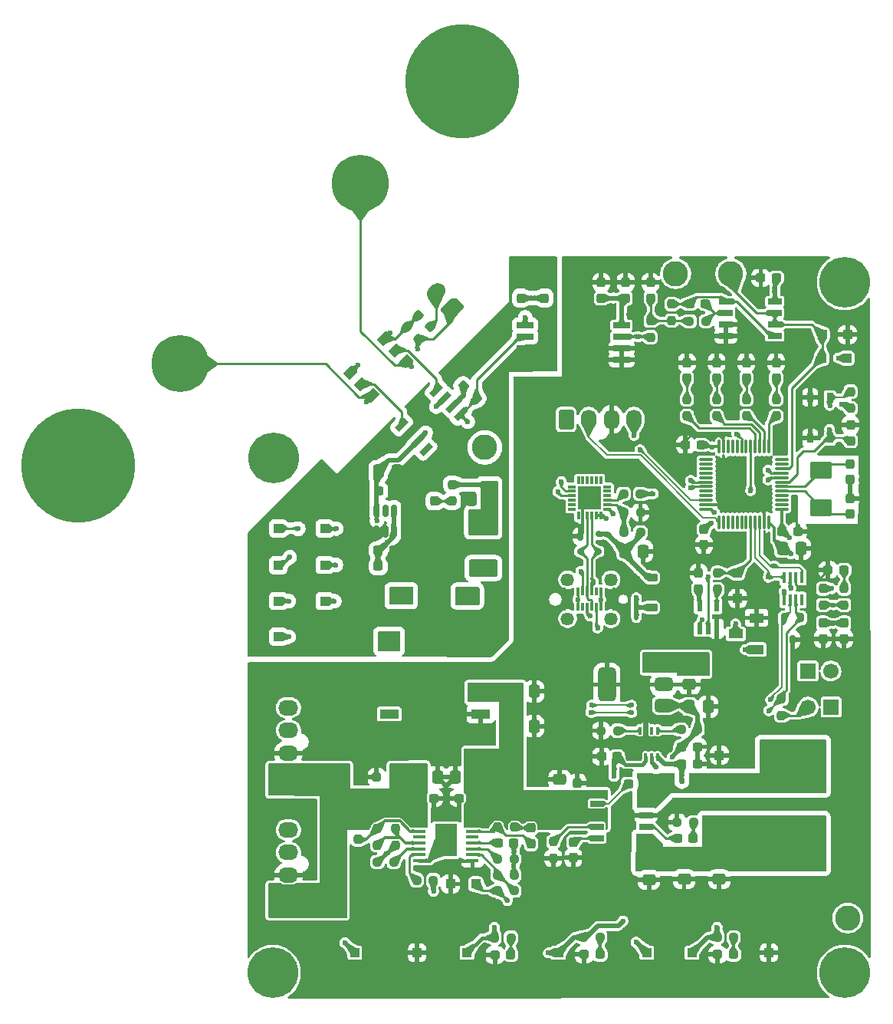
<source format=gbr>
%TF.GenerationSoftware,KiCad,Pcbnew,9.0.5*%
%TF.CreationDate,2025-10-24T19:07:07-05:00*%
%TF.ProjectId,PS-AmperesPCB,50532d41-6d70-4657-9265-735043422e6b,rev?*%
%TF.SameCoordinates,Original*%
%TF.FileFunction,Copper,L1,Top*%
%TF.FilePolarity,Positive*%
%FSLAX46Y46*%
G04 Gerber Fmt 4.6, Leading zero omitted, Abs format (unit mm)*
G04 Created by KiCad (PCBNEW 9.0.5) date 2025-10-24 19:07:07*
%MOMM*%
%LPD*%
G01*
G04 APERTURE LIST*
G04 Aperture macros list*
%AMRoundRect*
0 Rectangle with rounded corners*
0 $1 Rounding radius*
0 $2 $3 $4 $5 $6 $7 $8 $9 X,Y pos of 4 corners*
0 Add a 4 corners polygon primitive as box body*
4,1,4,$2,$3,$4,$5,$6,$7,$8,$9,$2,$3,0*
0 Add four circle primitives for the rounded corners*
1,1,$1+$1,$2,$3*
1,1,$1+$1,$4,$5*
1,1,$1+$1,$6,$7*
1,1,$1+$1,$8,$9*
0 Add four rect primitives between the rounded corners*
20,1,$1+$1,$2,$3,$4,$5,0*
20,1,$1+$1,$4,$5,$6,$7,0*
20,1,$1+$1,$6,$7,$8,$9,0*
20,1,$1+$1,$8,$9,$2,$3,0*%
%AMHorizOval*
0 Thick line with rounded ends*
0 $1 width*
0 $2 $3 position (X,Y) of the first rounded end (center of the circle)*
0 $4 $5 position (X,Y) of the second rounded end (center of the circle)*
0 Add line between two ends*
20,1,$1,$2,$3,$4,$5,0*
0 Add two circle primitives to create the rounded ends*
1,1,$1,$2,$3*
1,1,$1,$4,$5*%
%AMRotRect*
0 Rectangle, with rotation*
0 The origin of the aperture is its center*
0 $1 length*
0 $2 width*
0 $3 Rotation angle, in degrees counterclockwise*
0 Add horizontal line*
21,1,$1,$2,0,0,$3*%
%AMFreePoly0*
4,1,22,0.945671,0.830970,1.026777,0.776777,1.080970,0.695671,1.100000,0.600001,1.100000,-0.600001,1.080970,-0.695671,1.026777,-0.776777,0.945671,-0.830970,0.850000,-0.850000,-0.596447,-0.850000,-0.692118,-0.830970,-0.773224,-0.776777,-1.026777,-0.523224,-1.080970,-0.442118,-1.099999,-0.346447,-1.100000,0.600001,-1.080970,0.695671,-1.026777,0.776777,-0.945671,0.830970,-0.850000,0.850000,
0.850000,0.850000,0.945671,0.830970,0.945671,0.830970,$1*%
G04 Aperture macros list end*
%TA.AperFunction,SMDPad,CuDef*%
%ADD10RoundRect,0.237500X0.237500X-0.300000X0.237500X0.300000X-0.237500X0.300000X-0.237500X-0.300000X0*%
%TD*%
%TA.AperFunction,SMDPad,CuDef*%
%ADD11RoundRect,0.237500X-0.250000X-0.237500X0.250000X-0.237500X0.250000X0.237500X-0.250000X0.237500X0*%
%TD*%
%TA.AperFunction,SMDPad,CuDef*%
%ADD12RoundRect,0.250000X-0.300000X-0.300000X0.300000X-0.300000X0.300000X0.300000X-0.300000X0.300000X0*%
%TD*%
%TA.AperFunction,ComponentPad*%
%ADD13R,1.700000X1.700000*%
%TD*%
%TA.AperFunction,ComponentPad*%
%ADD14C,1.700000*%
%TD*%
%TA.AperFunction,SMDPad,CuDef*%
%ADD15RoundRect,0.237500X-0.237500X0.300000X-0.237500X-0.300000X0.237500X-0.300000X0.237500X0.300000X0*%
%TD*%
%TA.AperFunction,SMDPad,CuDef*%
%ADD16R,1.000000X1.000000*%
%TD*%
%TA.AperFunction,SMDPad,CuDef*%
%ADD17RoundRect,0.237500X0.237500X-0.250000X0.237500X0.250000X-0.237500X0.250000X-0.237500X-0.250000X0*%
%TD*%
%TA.AperFunction,ComponentPad*%
%ADD18RoundRect,0.250000X0.600000X-0.850000X0.600000X0.850000X-0.600000X0.850000X-0.600000X-0.850000X0*%
%TD*%
%TA.AperFunction,ComponentPad*%
%ADD19O,1.700000X2.200000*%
%TD*%
%TA.AperFunction,SMDPad,CuDef*%
%ADD20RoundRect,0.087500X-0.087500X0.337500X-0.087500X-0.337500X0.087500X-0.337500X0.087500X0.337500X0*%
%TD*%
%TA.AperFunction,HeatsinkPad*%
%ADD21R,2.400000X1.650000*%
%TD*%
%TA.AperFunction,SMDPad,CuDef*%
%ADD22R,0.750000X1.000000*%
%TD*%
%TA.AperFunction,SMDPad,CuDef*%
%ADD23RoundRect,0.237500X-0.237500X0.287500X-0.237500X-0.287500X0.237500X-0.287500X0.237500X0.287500X0*%
%TD*%
%TA.AperFunction,SMDPad,CuDef*%
%ADD24RoundRect,0.237500X-0.287500X-0.237500X0.287500X-0.237500X0.287500X0.237500X-0.287500X0.237500X0*%
%TD*%
%TA.AperFunction,SMDPad,CuDef*%
%ADD25RoundRect,0.237500X0.250000X0.237500X-0.250000X0.237500X-0.250000X-0.237500X0.250000X-0.237500X0*%
%TD*%
%TA.AperFunction,ComponentPad*%
%ADD26C,3.600000*%
%TD*%
%TA.AperFunction,ConnectorPad*%
%ADD27C,5.600000*%
%TD*%
%TA.AperFunction,SMDPad,CuDef*%
%ADD28RoundRect,0.237500X-0.237500X0.250000X-0.237500X-0.250000X0.237500X-0.250000X0.237500X0.250000X0*%
%TD*%
%TA.AperFunction,SMDPad,CuDef*%
%ADD29RoundRect,0.237500X-0.300000X-0.237500X0.300000X-0.237500X0.300000X0.237500X-0.300000X0.237500X0*%
%TD*%
%TA.AperFunction,SMDPad,CuDef*%
%ADD30RoundRect,0.250000X-0.475000X0.337500X-0.475000X-0.337500X0.475000X-0.337500X0.475000X0.337500X0*%
%TD*%
%TA.AperFunction,SMDPad,CuDef*%
%ADD31R,0.300000X0.870000*%
%TD*%
%TA.AperFunction,ComponentPad*%
%ADD32C,1.460000*%
%TD*%
%TA.AperFunction,ComponentPad*%
%ADD33RoundRect,0.250000X0.850000X0.600000X-0.850000X0.600000X-0.850000X-0.600000X0.850000X-0.600000X0*%
%TD*%
%TA.AperFunction,ComponentPad*%
%ADD34O,2.200000X1.700000*%
%TD*%
%TA.AperFunction,SMDPad,CuDef*%
%ADD35RoundRect,0.237500X0.344715X-0.008839X-0.008839X0.344715X-0.344715X0.008839X0.008839X-0.344715X0*%
%TD*%
%TA.AperFunction,SMDPad,CuDef*%
%ADD36R,0.450000X1.200000*%
%TD*%
%TA.AperFunction,SMDPad,CuDef*%
%ADD37R,0.600000X1.200000*%
%TD*%
%TA.AperFunction,SMDPad,CuDef*%
%ADD38RoundRect,0.237500X0.300000X0.237500X-0.300000X0.237500X-0.300000X-0.237500X0.300000X-0.237500X0*%
%TD*%
%TA.AperFunction,SMDPad,CuDef*%
%ADD39RoundRect,0.250000X0.300000X-0.300000X0.300000X0.300000X-0.300000X0.300000X-0.300000X-0.300000X0*%
%TD*%
%TA.AperFunction,SMDPad,CuDef*%
%ADD40RotRect,0.650000X1.528000X135.000000*%
%TD*%
%TA.AperFunction,SMDPad,CuDef*%
%ADD41R,1.850000X0.650000*%
%TD*%
%TA.AperFunction,SMDPad,CuDef*%
%ADD42R,0.300000X0.850000*%
%TD*%
%TA.AperFunction,SMDPad,CuDef*%
%ADD43R,0.850000X0.300000*%
%TD*%
%TA.AperFunction,SMDPad,CuDef*%
%ADD44R,2.550000X2.550000*%
%TD*%
%TA.AperFunction,SMDPad,CuDef*%
%ADD45R,1.600000X1.000000*%
%TD*%
%TA.AperFunction,ComponentPad*%
%ADD46C,2.800000*%
%TD*%
%TA.AperFunction,SMDPad,CuDef*%
%ADD47RoundRect,0.237500X0.380070X-0.044194X-0.044194X0.380070X-0.380070X0.044194X0.044194X-0.380070X0*%
%TD*%
%TA.AperFunction,SMDPad,CuDef*%
%ADD48RoundRect,0.175000X-0.175000X-0.325000X0.175000X-0.325000X0.175000X0.325000X-0.175000X0.325000X0*%
%TD*%
%TA.AperFunction,SMDPad,CuDef*%
%ADD49RoundRect,0.150000X-0.200000X-0.150000X0.200000X-0.150000X0.200000X0.150000X-0.200000X0.150000X0*%
%TD*%
%TA.AperFunction,SMDPad,CuDef*%
%ADD50RoundRect,0.250000X-0.337500X-0.475000X0.337500X-0.475000X0.337500X0.475000X-0.337500X0.475000X0*%
%TD*%
%TA.AperFunction,SMDPad,CuDef*%
%ADD51RoundRect,0.150000X0.150000X-0.512500X0.150000X0.512500X-0.150000X0.512500X-0.150000X-0.512500X0*%
%TD*%
%TA.AperFunction,SMDPad,CuDef*%
%ADD52RoundRect,0.250000X0.337500X0.475000X-0.337500X0.475000X-0.337500X-0.475000X0.337500X-0.475000X0*%
%TD*%
%TA.AperFunction,SMDPad,CuDef*%
%ADD53RoundRect,0.250000X-0.300000X0.300000X-0.300000X-0.300000X0.300000X-0.300000X0.300000X0.300000X0*%
%TD*%
%TA.AperFunction,SMDPad,CuDef*%
%ADD54RoundRect,0.225000X-0.375000X0.225000X-0.375000X-0.225000X0.375000X-0.225000X0.375000X0.225000X0*%
%TD*%
%TA.AperFunction,SMDPad,CuDef*%
%ADD55RoundRect,0.237500X0.237500X-0.287500X0.237500X0.287500X-0.237500X0.287500X-0.237500X-0.287500X0*%
%TD*%
%TA.AperFunction,SMDPad,CuDef*%
%ADD56RoundRect,0.250000X0.300000X0.300000X-0.300000X0.300000X-0.300000X-0.300000X0.300000X-0.300000X0*%
%TD*%
%TA.AperFunction,SMDPad,CuDef*%
%ADD57RoundRect,0.250000X-0.250000X-0.250000X0.250000X-0.250000X0.250000X0.250000X-0.250000X0.250000X0*%
%TD*%
%TA.AperFunction,SMDPad,CuDef*%
%ADD58RoundRect,0.075000X0.662500X0.075000X-0.662500X0.075000X-0.662500X-0.075000X0.662500X-0.075000X0*%
%TD*%
%TA.AperFunction,SMDPad,CuDef*%
%ADD59RoundRect,0.075000X0.075000X0.662500X-0.075000X0.662500X-0.075000X-0.662500X0.075000X-0.662500X0*%
%TD*%
%TA.AperFunction,SMDPad,CuDef*%
%ADD60R,2.100000X1.000000*%
%TD*%
%TA.AperFunction,SMDPad,CuDef*%
%ADD61RoundRect,0.375000X0.625000X0.375000X-0.625000X0.375000X-0.625000X-0.375000X0.625000X-0.375000X0*%
%TD*%
%TA.AperFunction,SMDPad,CuDef*%
%ADD62RoundRect,0.500000X0.500000X1.400000X-0.500000X1.400000X-0.500000X-1.400000X0.500000X-1.400000X0*%
%TD*%
%TA.AperFunction,SMDPad,CuDef*%
%ADD63RoundRect,0.250000X-2.500000X1.750000X-2.500000X-1.750000X2.500000X-1.750000X2.500000X1.750000X0*%
%TD*%
%TA.AperFunction,SMDPad,CuDef*%
%ADD64RoundRect,0.237500X-0.344715X0.008839X0.008839X-0.344715X0.344715X-0.008839X-0.008839X0.344715X0*%
%TD*%
%TA.AperFunction,SMDPad,CuDef*%
%ADD65R,1.528000X0.650000*%
%TD*%
%TA.AperFunction,SMDPad,CuDef*%
%ADD66R,1.475000X0.450000*%
%TD*%
%TA.AperFunction,SMDPad,CuDef*%
%ADD67R,2.460000X3.550000*%
%TD*%
%TA.AperFunction,SMDPad,CuDef*%
%ADD68RoundRect,0.250000X0.950000X-0.700000X0.950000X0.700000X-0.950000X0.700000X-0.950000X-0.700000X0*%
%TD*%
%TA.AperFunction,SMDPad,CuDef*%
%ADD69RotRect,1.000000X1.300000X135.000000*%
%TD*%
%TA.AperFunction,SMDPad,CuDef*%
%ADD70RoundRect,0.237500X-0.044194X-0.380070X0.380070X0.044194X0.044194X0.380070X-0.380070X-0.044194X0*%
%TD*%
%TA.AperFunction,SMDPad,CuDef*%
%ADD71RoundRect,0.175000X-0.175000X0.325000X-0.175000X-0.325000X0.175000X-0.325000X0.175000X0.325000X0*%
%TD*%
%TA.AperFunction,SMDPad,CuDef*%
%ADD72RoundRect,0.250000X0.475000X-0.337500X0.475000X0.337500X-0.475000X0.337500X-0.475000X-0.337500X0*%
%TD*%
%TA.AperFunction,ComponentPad*%
%ADD73FreePoly0,225.000000*%
%TD*%
%TA.AperFunction,ComponentPad*%
%ADD74HorizOval,1.700000X-0.176777X-0.176777X0.176777X0.176777X0*%
%TD*%
%TA.AperFunction,ComponentPad*%
%ADD75C,6.300000*%
%TD*%
%TA.AperFunction,ComponentPad*%
%ADD76C,12.600000*%
%TD*%
%TA.AperFunction,ViaPad*%
%ADD77C,0.600000*%
%TD*%
%TA.AperFunction,Conductor*%
%ADD78C,0.250000*%
%TD*%
%TA.AperFunction,Conductor*%
%ADD79C,0.300000*%
%TD*%
%TA.AperFunction,Conductor*%
%ADD80C,0.500000*%
%TD*%
%TA.AperFunction,Conductor*%
%ADD81C,0.400000*%
%TD*%
%TA.AperFunction,Conductor*%
%ADD82C,0.200000*%
%TD*%
G04 APERTURE END LIST*
D10*
%TO.P,C28,1*%
%TO.N,/MCU/NRST*%
X189814200Y-78536799D03*
%TO.P,C28,2*%
%TO.N,GND*%
X189814200Y-76811799D03*
%TD*%
D11*
%TO.P,R31,1*%
%TO.N,/Power/PowerProtection/IMON*%
X150827100Y-126517400D03*
%TO.P,R31,2*%
%TO.N,/Power/PowerProtection/RTN*%
X152652100Y-126517400D03*
%TD*%
D12*
%TO.P,D16,1,K*%
%TO.N,/Current Sense/I_OUT*%
X186664600Y-66827400D03*
%TO.P,D16,2,A*%
%TO.N,GND*%
X189464600Y-66827400D03*
%TD*%
D13*
%TO.P,J4,1,Pin_1*%
%TO.N,/CAN/CAN1_RX*%
X185089800Y-103962200D03*
D14*
%TO.P,J4,2,Pin_2*%
%TO.N,/CAN/CAN1_TX*%
X187629800Y-103962200D03*
%TD*%
D15*
%TO.P,C27,1*%
%TO.N,/MCU/OSC_OUT*%
X189763400Y-81097690D03*
%TO.P,C27,2*%
%TO.N,GND*%
X189763400Y-82822690D03*
%TD*%
D16*
%TO.P,TP16,1,1*%
%TO.N,+1V25*%
X131724400Y-96240600D03*
%TD*%
%TO.P,TP10,1,1*%
%TO.N,/Current Sense/SHUNT+*%
X131724400Y-88239390D03*
%TD*%
D17*
%TO.P,R17,1*%
%TO.N,/CAN/Fault*%
X186764856Y-96683690D03*
%TO.P,R17,2*%
%TO.N,+3.3V*%
X186764856Y-94858690D03*
%TD*%
D18*
%TO.P,J3,1,Pin_1*%
%TO.N,+3.3V*%
X158392237Y-76199790D03*
D19*
%TO.P,J3,2,Pin_2*%
%TO.N,/MCU/SWCLK*%
X160892237Y-76199790D03*
%TO.P,J3,3,Pin_3*%
%TO.N,GND*%
X163392237Y-76199790D03*
%TO.P,J3,4,Pin_4*%
%TO.N,/MCU/SWDIO*%
X165892237Y-76199790D03*
%TD*%
D20*
%TO.P,U3,1,STAT*%
%TO.N,/Power/STAT*%
X168476037Y-110540590D03*
%TO.P,U3,2,D0*%
%TO.N,unconnected-(U3-D0-Pad2)*%
X167826037Y-110540590D03*
%TO.P,U3,3,D1*%
%TO.N,GND*%
X167176037Y-110540590D03*
%TO.P,U3,4,ILIM*%
%TO.N,/Power/ILIM*%
X166526037Y-110540590D03*
%TO.P,U3,5,GND*%
%TO.N,GND*%
X166526037Y-113440590D03*
%TO.P,U3,6,IN2*%
%TO.N,+5V_VBUS*%
X167176037Y-113440590D03*
%TO.P,U3,7,OUT*%
%TO.N,+5V*%
X167826037Y-113440590D03*
%TO.P,U3,8,IN1*%
%TO.N,+5V_BUCK*%
X168476037Y-113440590D03*
D21*
%TO.P,U3,9,EXP*%
%TO.N,GND*%
X167501037Y-111990590D03*
%TD*%
D16*
%TO.P,TP4,1,1*%
%TO.N,+3.3V HV*%
X126591437Y-100177390D03*
%TD*%
%TO.P,TP9,1,1*%
%TO.N,GND HV*%
X131724400Y-100101400D03*
%TD*%
%TO.P,TP8,1,1*%
%TO.N,GND*%
X141935200Y-135051800D03*
%TD*%
D22*
%TO.P,SW1,1,1*%
%TO.N,/MCU/NRST*%
X187508837Y-78247689D03*
X187508837Y-73747689D03*
%TO.P,SW1,2,2*%
%TO.N,GND*%
X185358837Y-78247689D03*
X185358837Y-73747689D03*
%TD*%
D16*
%TO.P,TP3,1,1*%
%TO.N,+24V*%
X147447000Y-135051800D03*
%TD*%
D23*
%TO.P,D7,1,K*%
%TO.N,GND*%
X181581456Y-69914590D03*
%TO.P,D7,2,A*%
%TO.N,Net-(D7-A)*%
X181581456Y-71664590D03*
%TD*%
D24*
%TO.P,D12,1,K*%
%TO.N,GND*%
X187325437Y-92796790D03*
%TO.P,D12,2,A*%
%TO.N,Net-(D12-A)*%
X189075437Y-92796790D03*
%TD*%
D25*
%TO.P,R19,1*%
%TO.N,+3.3V*%
X166571300Y-84404200D03*
%TO.P,R19,2*%
%TO.N,/USB/RST*%
X164746300Y-84404200D03*
%TD*%
D26*
%TO.P,H1,1*%
%TO.N,N/C*%
X189179200Y-61036200D03*
D27*
X189179200Y-61036200D03*
%TD*%
D28*
%TO.P,R2,1*%
%TO.N,+3.3V HV*%
X145796000Y-83364700D03*
%TO.P,R2,2*%
%TO.N,Net-(D2-A)*%
X145796000Y-85189700D03*
%TD*%
D29*
%TO.P,C13,1*%
%TO.N,Net-(U2-COMP)*%
X170689100Y-122428000D03*
%TO.P,C13,2*%
%TO.N,Net-(C13-Pad2)*%
X172414100Y-122428000D03*
%TD*%
D30*
%TO.P,C10,1*%
%TO.N,+5V_BUCK*%
X171422437Y-124866190D03*
%TO.P,C10,2*%
%TO.N,GND*%
X171422437Y-126941190D03*
%TD*%
D31*
%TO.P,J5,A1,GND*%
%TO.N,GND*%
X163699428Y-96906590D03*
%TO.P,J5,A4,VBUS*%
%TO.N,/USB/VBUS_IN*%
X162199428Y-96906590D03*
%TO.P,J5,A5,CC1*%
%TO.N,/USB/CC1*%
X161699428Y-96906590D03*
%TO.P,J5,A6,D+*%
%TO.N,/USB/D+*%
X161199428Y-96906590D03*
%TO.P,J5,A7,D-*%
%TO.N,/USB/D-*%
X160699428Y-96906590D03*
%TO.P,J5,A8,SBU1*%
%TO.N,unconnected-(J5-SBU1-PadA8)*%
X160199428Y-96906590D03*
%TO.P,J5,A9,VBUS*%
%TO.N,/USB/VBUS_IN*%
X159699428Y-96906590D03*
%TO.P,J5,A12,GND*%
%TO.N,GND*%
X158199428Y-96906590D03*
%TO.P,J5,B1,GND*%
X158199428Y-95176590D03*
%TO.P,J5,B4,VBUS*%
%TO.N,/USB/VBUS_IN*%
X159699428Y-95176590D03*
%TO.P,J5,B5,CC2*%
%TO.N,/USB/CC2*%
X160199428Y-95176590D03*
%TO.P,J5,B6,D+*%
%TO.N,/USB/D+*%
X160699428Y-95176590D03*
%TO.P,J5,B7,D-*%
%TO.N,/USB/D-*%
X161199428Y-95176590D03*
%TO.P,J5,B8,SBU2*%
%TO.N,unconnected-(J5-SBU2-PadB8)*%
X161699428Y-95176590D03*
%TO.P,J5,B9,VBUS*%
%TO.N,/USB/VBUS_IN*%
X162199428Y-95176590D03*
%TO.P,J5,B12,GND*%
%TO.N,GND*%
X163699428Y-95176590D03*
D32*
%TO.P,J5,MH1*%
%TO.N,N/C*%
X163349428Y-98191590D03*
%TO.P,J5,MH2*%
X158549428Y-98191590D03*
%TO.P,J5,MH3*%
X158549428Y-93891590D03*
%TO.P,J5,MH4*%
X163349428Y-93891590D03*
%TD*%
D33*
%TO.P,J2,1,24V*%
%TO.N,+24V_Ext*%
X127709037Y-128991790D03*
D34*
%TO.P,J2,2,GND*%
%TO.N,GND*%
X127709037Y-126491790D03*
%TO.P,J2,3,CAN_H*%
%TO.N,/CAN_HIGH*%
X127709037Y-123991790D03*
%TO.P,J2,4,CAN_L*%
%TO.N,/CAN_LOW*%
X127709037Y-121491790D03*
%TD*%
D35*
%TO.P,R28,1*%
%TO.N,/Current Sense/Scrut+*%
X142108070Y-67279670D03*
%TO.P,R28,2*%
%TO.N,/Current Sense/Scrut_Out*%
X140817600Y-65989200D03*
%TD*%
D23*
%TO.P,D9,1,K*%
%TO.N,GND*%
X175013419Y-69914590D03*
%TO.P,D9,2,A*%
%TO.N,Net-(D9-A)*%
X175013419Y-71664590D03*
%TD*%
D16*
%TO.P,TP5,1,1*%
%TO.N,+3.3V*%
X157581600Y-135051800D03*
%TD*%
D17*
%TO.P,R13,1*%
%TO.N,/MCU/LED_CHARGE*%
X175013419Y-75823590D03*
%TO.P,R13,2*%
%TO.N,Net-(D9-A)*%
X175013419Y-73998590D03*
%TD*%
D25*
%TO.P,R20,1*%
%TO.N,+5V_VBUS*%
X166598728Y-88659190D03*
%TO.P,R20,2*%
%TO.N,/USB/VBUS*%
X164773728Y-88659190D03*
%TD*%
D29*
%TO.P,C40,1*%
%TO.N,+1V25*%
X137689656Y-84099190D03*
%TO.P,C40,2*%
%TO.N,GND HV*%
X139414656Y-84099190D03*
%TD*%
%TO.P,C16,1*%
%TO.N,+5V*%
X171143037Y-112318590D03*
%TO.P,C16,2*%
%TO.N,GND*%
X172868037Y-112318590D03*
%TD*%
D16*
%TO.P,TP2,1,1*%
%TO.N,+24V_Ext*%
X135051800Y-135051800D03*
%TD*%
D36*
%TO.P,U6,1,TXD*%
%TO.N,/CAN/CAN1_TX*%
X184429400Y-93613600D03*
%TO.P,U6,2,GND*%
%TO.N,GND*%
X183779400Y-93613600D03*
%TO.P,U6,3,VCC*%
%TO.N,+3.3V*%
X183129400Y-93613600D03*
%TO.P,U6,4,RXD*%
%TO.N,/CAN/CAN1_RX*%
X182479400Y-93613600D03*
%TO.P,U6,5,FAULT*%
%TO.N,/CAN/Fault*%
X182479400Y-96113600D03*
%TO.P,U6,6,CANL*%
%TO.N,/CAN_LOW*%
X183129400Y-96113600D03*
%TO.P,U6,7,CANH*%
%TO.N,/CAN_HIGH*%
X183779400Y-96113600D03*
%TO.P,U6,8,S*%
%TO.N,unconnected-(U6-S-Pad8)*%
X184429400Y-96113600D03*
%TD*%
D17*
%TO.P,R26,1*%
%TO.N,/Current Sense/OUT+*%
X167722056Y-67119609D03*
%TO.P,R26,2*%
%TO.N,Net-(C44-Pad1)*%
X167722056Y-65294609D03*
%TD*%
D30*
%TO.P,C9,1*%
%TO.N,+5V_BUCK*%
X175308637Y-124873990D03*
%TO.P,C9,2*%
%TO.N,GND*%
X175308637Y-126948990D03*
%TD*%
D37*
%TO.P,IC1,1,A*%
%TO.N,Net-(IC1-A)*%
X173117637Y-99301990D03*
%TO.P,IC1,2,B*%
%TO.N,/MCU/Boot_GPIO*%
X174067637Y-99301990D03*
%TO.P,IC1,3,GND*%
%TO.N,GND*%
X175017637Y-99301990D03*
%TO.P,IC1,4,Y*%
%TO.N,Net-(IC1-Y)*%
X175017637Y-96801990D03*
%TO.P,IC1,5,VCC*%
%TO.N,+3.3V*%
X173117637Y-96801990D03*
%TD*%
D38*
%TO.P,C41,1*%
%TO.N,Net-(IC4-IN1-)*%
X173783655Y-63423590D03*
%TO.P,C41,2*%
%TO.N,/Current Sense/OUT1*%
X172058655Y-63423590D03*
%TD*%
D39*
%TO.P,D6,1,K*%
%TO.N,Net-(D6-K)*%
X175310800Y-116055600D03*
%TO.P,D6,2,A*%
%TO.N,GND*%
X175310800Y-113255600D03*
%TD*%
D24*
%TO.P,D1,1,K*%
%TO.N,GND*%
X150529600Y-135305800D03*
%TO.P,D1,2,A*%
%TO.N,Net-(D1-A)*%
X152279600Y-135305800D03*
%TD*%
D40*
%TO.P,IC2,1,IN-*%
%TO.N,/Current Sense/INPUT-*%
X140207790Y-76781056D03*
%TO.P,IC2,2,GND*%
%TO.N,GND HV*%
X141105816Y-77679082D03*
%TO.P,IC2,3,REF2*%
%TO.N,+1V25*%
X142003841Y-78577107D03*
%TO.P,IC2,4,NC*%
%TO.N,unconnected-(IC2-NC-Pad4)*%
X142901867Y-79475133D03*
%TO.P,IC2,5,OUT*%
%TO.N,/Current Sense/SENSE+*%
X146735800Y-75641200D03*
%TO.P,IC2,6,VS*%
%TO.N,+3.3V HV*%
X145837774Y-74743174D03*
%TO.P,IC2,7,REF1*%
%TO.N,+1V25*%
X144939749Y-73845149D03*
%TO.P,IC2,8,IN+*%
%TO.N,/Current Sense/INPUT+*%
X144041723Y-72947123D03*
%TD*%
D16*
%TO.P,TP13,1,1*%
%TO.N,/Current Sense/Scrut_Out*%
X126591437Y-96231923D03*
%TD*%
D17*
%TO.P,R12,1*%
%TO.N,/MCU/LED_FAULT*%
X178297437Y-75823590D03*
%TO.P,R12,2*%
%TO.N,Net-(D8-A)*%
X178297437Y-73998590D03*
%TD*%
D41*
%TO.P,IC3,1,VDD1*%
%TO.N,+3.3V HV*%
X153862656Y-65785790D03*
%TO.P,IC3,2,INP*%
%TO.N,/Current Sense/SENSE+*%
X153862656Y-67055790D03*
%TO.P,IC3,3,INN*%
%TO.N,GND HV*%
X153862656Y-68325790D03*
%TO.P,IC3,4,GND1*%
X153862656Y-69595790D03*
%TO.P,IC3,5,GND2*%
%TO.N,GND*%
X164512656Y-69595790D03*
%TO.P,IC3,6,OUTN*%
X164512656Y-68325790D03*
%TO.P,IC3,7,OUTP*%
%TO.N,/Current Sense/OUT+*%
X164512656Y-67055790D03*
%TO.P,IC3,8,VDD2*%
%TO.N,+3.3V*%
X164512656Y-65785790D03*
%TD*%
D42*
%TO.P,U8,1,~{RI}/CLK*%
%TO.N,unconnected-(U8-~{RI}{slash}CLK-Pad1)*%
X159742628Y-86818790D03*
%TO.P,U8,2,GND*%
%TO.N,GND*%
X160242628Y-86818790D03*
%TO.P,U8,3,D+*%
%TO.N,/USB/D+*%
X160742628Y-86818790D03*
%TO.P,U8,4,D-*%
%TO.N,/USB/D-*%
X161242628Y-86818790D03*
%TO.P,U8,5,VIO*%
%TO.N,+3.3V*%
X161742628Y-86818790D03*
%TO.P,U8,6,VDD*%
X162242628Y-86818790D03*
D43*
%TO.P,U8,7,VREGIN*%
X162942628Y-86118790D03*
%TO.P,U8,8,VBUS*%
%TO.N,/USB/VBUS*%
X162942628Y-85618790D03*
%TO.P,U8,9,~{RST}*%
%TO.N,/USB/RST*%
X162942628Y-85118790D03*
%TO.P,U8,10,NC*%
%TO.N,unconnected-(U8-NC-Pad10)*%
X162942628Y-84618790D03*
%TO.P,U8,11,~{WAKEUP}/GPIO.3*%
%TO.N,unconnected-(U8-~{WAKEUP}{slash}GPIO.3-Pad11)*%
X162942628Y-84118790D03*
%TO.P,U8,12,RS485/GPIO.2*%
%TO.N,unconnected-(U8-RS485{slash}GPIO.2-Pad12)*%
X162942628Y-83618790D03*
D42*
%TO.P,U8,13,~{RXT}/GPIO.1*%
%TO.N,unconnected-(U8-~{RXT}{slash}GPIO.1-Pad13)*%
X162242628Y-82918790D03*
%TO.P,U8,14,~{TXT}/GPIO.0*%
%TO.N,unconnected-(U8-~{TXT}{slash}GPIO.0-Pad14)*%
X161742628Y-82918790D03*
%TO.P,U8,15,~{SUSPEND}*%
%TO.N,unconnected-(U8-~{SUSPEND}-Pad15)*%
X161242628Y-82918790D03*
%TO.P,U8,16,NC*%
%TO.N,unconnected-(U8-NC-Pad16)*%
X160742628Y-82918790D03*
%TO.P,U8,17,SUSPEND*%
%TO.N,unconnected-(U8-SUSPEND-Pad17)*%
X160242628Y-82918790D03*
%TO.P,U8,18,~{CTS}*%
%TO.N,unconnected-(U8-~{CTS}-Pad18)*%
X159742628Y-82918790D03*
D43*
%TO.P,U8,19,~{RTS}*%
%TO.N,unconnected-(U8-~{RTS}-Pad19)*%
X159042628Y-83618790D03*
%TO.P,U8,20,RXD*%
%TO.N,/MCU/USART1_TX*%
X159042628Y-84118790D03*
%TO.P,U8,21,TXD*%
%TO.N,/MCU/USART1_RX*%
X159042628Y-84618790D03*
%TO.P,U8,22,~{DSR}*%
%TO.N,unconnected-(U8-~{DSR}-Pad22)*%
X159042628Y-85118790D03*
%TO.P,U8,23,~{DTR}*%
%TO.N,unconnected-(U8-~{DTR}-Pad23)*%
X159042628Y-85618790D03*
%TO.P,U8,24,~{DCD}*%
%TO.N,unconnected-(U8-~{DCD}-Pad24)*%
X159042628Y-86118790D03*
D44*
%TO.P,U8,25,GND*%
%TO.N,GND*%
X160992628Y-84868790D03*
%TD*%
D45*
%TO.P,SW2,1,A*%
%TO.N,+3.3V*%
X179423437Y-101594590D03*
%TO.P,SW2,2,B*%
%TO.N,Net-(IC1-A)*%
X177123437Y-99844590D03*
%TO.P,SW2,3,C*%
%TO.N,GND*%
X179423437Y-98094590D03*
%TD*%
D46*
%TO.P,TP18,1,1*%
%TO.N,/Current Sense/OUT+*%
X170484800Y-60096400D03*
%TD*%
D47*
%TO.P,C42,1*%
%TO.N,+3.3V HV*%
X147040880Y-72517280D03*
%TO.P,C42,2*%
%TO.N,GND HV*%
X145821120Y-71297520D03*
%TD*%
D29*
%TO.P,C37,1*%
%TO.N,+3.3V HV*%
X137633356Y-92390478D03*
%TO.P,C37,2*%
%TO.N,GND HV*%
X139358356Y-92390478D03*
%TD*%
%TO.P,C54,1*%
%TO.N,Net-(IC5-DVDT)*%
X150877100Y-122916476D03*
%TO.P,C54,2*%
%TO.N,/Power/PowerProtection/RTN*%
X152602100Y-122916476D03*
%TD*%
D48*
%TO.P,D14,1,A*%
%TO.N,GND*%
X159957028Y-89063490D03*
D49*
%TO.P,D14,2,K*%
%TO.N,/USB/D+*%
X159957028Y-90763490D03*
%TO.P,D14,3,K*%
%TO.N,/USB/D-*%
X161957028Y-90763490D03*
%TO.P,D14,4,K*%
%TO.N,+5V_VBUS*%
X161957028Y-88863490D03*
%TD*%
D50*
%TO.P,C39,1*%
%TO.N,+1V25*%
X137639456Y-81889390D03*
%TO.P,C39,2*%
%TO.N,GND HV*%
X139714456Y-81889390D03*
%TD*%
D51*
%TO.P,U9,1,GND*%
%TO.N,GND HV*%
X137457756Y-88533190D03*
%TO.P,U9,2,GND*%
X138407756Y-88533190D03*
%TO.P,U9,3,EN*%
%TO.N,+3.3V HV*%
X139357756Y-88533190D03*
%TO.P,U9,4,VIN*%
X139357756Y-86258190D03*
%TO.P,U9,5,NR*%
%TO.N,unconnected-(U9-NR-Pad5)*%
X138407756Y-86258190D03*
%TO.P,U9,6,VREF*%
%TO.N,+1V25*%
X137457756Y-86258190D03*
%TD*%
D52*
%TO.P,C5,1*%
%TO.N,+3.3V HV*%
X150005356Y-85038990D03*
%TO.P,C5,2*%
%TO.N,GND HV*%
X147930356Y-85038990D03*
%TD*%
D53*
%TO.P,D11,1,K*%
%TO.N,/MCU/BOOT0*%
X177322018Y-93144389D03*
%TO.P,D11,2,A*%
%TO.N,GND*%
X177322018Y-95944389D03*
%TD*%
D29*
%TO.P,C20,1*%
%TO.N,+3.3V*%
X182246100Y-88544400D03*
%TO.P,C20,2*%
%TO.N,GND*%
X183971100Y-88544400D03*
%TD*%
D54*
%TO.P,D13,1,K*%
%TO.N,+5V_VBUS*%
X167868600Y-93650800D03*
%TO.P,D13,2,A*%
%TO.N,/USB/VBUS_IN*%
X167868600Y-96950800D03*
%TD*%
D52*
%TO.P,C53,1*%
%TO.N,+24V*%
X148230500Y-115671600D03*
%TO.P,C53,2*%
%TO.N,GND*%
X146155500Y-115671600D03*
%TD*%
D46*
%TO.P,TP19,1,1*%
%TO.N,/MCU/ADC1_IN16*%
X189484000Y-131216400D03*
%TD*%
D50*
%TO.P,C1,1*%
%TO.N,+24V*%
X152788800Y-106197400D03*
%TO.P,C1,2*%
%TO.N,GND*%
X154863800Y-106197400D03*
%TD*%
D55*
%TO.P,D4,1,K*%
%TO.N,/Power/PWR_Fault*%
X154508200Y-123023600D03*
%TO.P,D4,2,A*%
%TO.N,Net-(D4-A)*%
X154508200Y-121273600D03*
%TD*%
D24*
%TO.P,D5,1,K*%
%TO.N,GND*%
X175121900Y-135255000D03*
%TO.P,D5,2,A*%
%TO.N,Net-(D5-A)*%
X176871900Y-135255000D03*
%TD*%
D56*
%TO.P,D15,1,K*%
%TO.N,+3.3V*%
X189419600Y-69418200D03*
%TO.P,D15,2,A*%
%TO.N,/Current Sense/I_OUT*%
X186619600Y-69418200D03*
%TD*%
D16*
%TO.P,TP15,1,1*%
%TO.N,GND*%
X180797200Y-135051800D03*
%TD*%
D25*
%TO.P,R35,1*%
%TO.N,/Power/PowerProtection/MODE*%
X139367900Y-125044200D03*
%TO.P,R35,2*%
%TO.N,/Power/PowerProtection/RTN*%
X137542900Y-125044200D03*
%TD*%
D57*
%TO.P,D17,1,A1*%
%TO.N,GND*%
X137464799Y-115671600D03*
%TO.P,D17,2,A2*%
%TO.N,+24V_Ext*%
X139964799Y-115671600D03*
%TD*%
D11*
%TO.P,R3,1*%
%TO.N,+3.3V*%
X160324800Y-133350000D03*
%TO.P,R3,2*%
%TO.N,Net-(D3-A)*%
X162149800Y-133350000D03*
%TD*%
D58*
%TO.P,U5,1,VBAT*%
%TO.N,+3.3V*%
X182191056Y-86108590D03*
%TO.P,U5,2,PC13*%
%TO.N,unconnected-(U5-PC13-Pad2)*%
X182191056Y-85608590D03*
%TO.P,U5,3,PC14*%
%TO.N,unconnected-(U5-PC14-Pad3)*%
X182191056Y-85108590D03*
%TO.P,U5,4,PC15*%
%TO.N,unconnected-(U5-PC15-Pad4)*%
X182191056Y-84608590D03*
%TO.P,U5,5,PH0*%
%TO.N,/MCU/OSC_IN*%
X182191056Y-84108590D03*
%TO.P,U5,6,PH1*%
%TO.N,/MCU/OSC_OUT*%
X182191056Y-83608590D03*
%TO.P,U5,7,NRST*%
%TO.N,/MCU/NRST*%
X182191056Y-83108590D03*
%TO.P,U5,8,VSSA*%
%TO.N,GNDA*%
X182191056Y-82608590D03*
%TO.P,U5,9,VDDA*%
%TO.N,VDDA*%
X182191056Y-82108590D03*
%TO.P,U5,10,PA0*%
%TO.N,/Current Sense/I_OUT*%
X182191056Y-81608590D03*
%TO.P,U5,11,PA1*%
%TO.N,unconnected-(U5-PA1-Pad11)*%
X182191056Y-81108590D03*
%TO.P,U5,12,PA2*%
%TO.N,unconnected-(U5-PA2-Pad12)*%
X182191056Y-80608590D03*
D59*
%TO.P,U5,13,PA3*%
%TO.N,/MCU/LED_HB*%
X180778556Y-79196090D03*
%TO.P,U5,14,PA4*%
%TO.N,/MCU/LED_FAULT*%
X180278556Y-79196090D03*
%TO.P,U5,15,PA5*%
%TO.N,/MCU/LED_CHARGE*%
X179778556Y-79196090D03*
%TO.P,U5,16,PA6*%
%TO.N,/MCU/LED_DISCHARGE*%
X179278556Y-79196090D03*
%TO.P,U5,17,PA7*%
%TO.N,/MCU/Boot_GPIO*%
X178778556Y-79196090D03*
%TO.P,U5,18,PB0*%
%TO.N,unconnected-(U5-PB0-Pad18)*%
X178278556Y-79196090D03*
%TO.P,U5,19,PB1*%
%TO.N,/MCU/ADC1_IN16*%
X177778556Y-79196090D03*
%TO.P,U5,20,PB2*%
%TO.N,unconnected-(U5-PB2-Pad20)*%
X177278556Y-79196090D03*
%TO.P,U5,21,PB10*%
%TO.N,unconnected-(U5-PB10-Pad21)*%
X176778556Y-79196090D03*
%TO.P,U5,22,PB11*%
%TO.N,unconnected-(U5-PB11-Pad22)*%
X176278556Y-79196090D03*
%TO.P,U5,23,VSS*%
%TO.N,GND*%
X175778556Y-79196090D03*
%TO.P,U5,24,VDD*%
%TO.N,+3.3V*%
X175278556Y-79196090D03*
D58*
%TO.P,U5,25,PB12*%
%TO.N,unconnected-(U5-PB12-Pad25)*%
X173866056Y-80608590D03*
%TO.P,U5,26,PB13*%
%TO.N,unconnected-(U5-PB13-Pad26)*%
X173866056Y-81108590D03*
%TO.P,U5,27,PB14*%
%TO.N,unconnected-(U5-PB14-Pad27)*%
X173866056Y-81608590D03*
%TO.P,U5,28,PB15*%
%TO.N,unconnected-(U5-PB15-Pad28)*%
X173866056Y-82108590D03*
%TO.P,U5,29,PA8*%
%TO.N,unconnected-(U5-PA8-Pad29)*%
X173866056Y-82608590D03*
%TO.P,U5,30,PA9*%
%TO.N,/MCU/USART1_TX*%
X173866056Y-83108590D03*
%TO.P,U5,31,PA10*%
%TO.N,/MCU/USART1_RX*%
X173866056Y-83608590D03*
%TO.P,U5,32,PA11*%
%TO.N,unconnected-(U5-PA11-Pad32)*%
X173866056Y-84108590D03*
%TO.P,U5,33,PA12*%
%TO.N,unconnected-(U5-PA12-Pad33)*%
X173866056Y-84608590D03*
%TO.P,U5,34,PA13*%
%TO.N,/MCU/SWDIO*%
X173866056Y-85108590D03*
%TO.P,U5,35,VSS*%
%TO.N,GND*%
X173866056Y-85608590D03*
%TO.P,U5,36,VDD*%
%TO.N,+3.3V*%
X173866056Y-86108590D03*
D59*
%TO.P,U5,37,PA14*%
%TO.N,/MCU/SWCLK*%
X175278556Y-87521090D03*
%TO.P,U5,38,PA15*%
%TO.N,unconnected-(U5-PA15-Pad38)*%
X175778556Y-87521090D03*
%TO.P,U5,39,PB3*%
%TO.N,unconnected-(U5-PB3-Pad39)*%
X176278556Y-87521090D03*
%TO.P,U5,40,PB4*%
%TO.N,unconnected-(U5-PB4-Pad40)*%
X176778556Y-87521090D03*
%TO.P,U5,41,PB5*%
%TO.N,unconnected-(U5-PB5-Pad41)*%
X177278556Y-87521090D03*
%TO.P,U5,42,PB6*%
%TO.N,unconnected-(U5-PB6-Pad42)*%
X177778556Y-87521090D03*
%TO.P,U5,43,PB7*%
%TO.N,unconnected-(U5-PB7-Pad43)*%
X178278556Y-87521090D03*
%TO.P,U5,44,PH3*%
%TO.N,/MCU/BOOT0*%
X178778556Y-87521090D03*
%TO.P,U5,45,PB8*%
%TO.N,/CAN/CAN1_RX*%
X179278556Y-87521090D03*
%TO.P,U5,46,PB9*%
%TO.N,/CAN/CAN1_TX*%
X179778556Y-87521090D03*
%TO.P,U5,47,VSS*%
%TO.N,GND*%
X180278556Y-87521090D03*
%TO.P,U5,48,VDD*%
%TO.N,+3.3V*%
X180778556Y-87521090D03*
%TD*%
D10*
%TO.P,C46,1*%
%TO.N,+3.3V HV*%
X156008056Y-62788590D03*
%TO.P,C46,2*%
%TO.N,GND HV*%
X156008056Y-61063590D03*
%TD*%
%TO.P,C45,1*%
%TO.N,+3.3V HV*%
X153396456Y-62788590D03*
%TO.P,C45,2*%
%TO.N,GND HV*%
X153396456Y-61063590D03*
%TD*%
D60*
%TO.P,PS1,1,-VIN*%
%TO.N,GND*%
X148934237Y-108711790D03*
%TO.P,PS1,2,+VIN*%
%TO.N,+24V*%
X148934237Y-106171790D03*
%TO.P,PS1,4,-VOUT*%
%TO.N,GND HV*%
X148934237Y-101091790D03*
%TO.P,PS1,5,+VOUT*%
%TO.N,+5V HV*%
X138834237Y-101091790D03*
%TO.P,PS1,8,NC*%
%TO.N,unconnected-(PS1-NC-Pad8)*%
X138834237Y-108711790D03*
%TD*%
D13*
%TO.P,JP1,1,A*%
%TO.N,/CAN_LOW*%
X187653036Y-107947890D03*
D14*
%TO.P,JP1,2,B*%
%TO.N,Net-(JP1-B)*%
X185113036Y-107947890D03*
%TD*%
D10*
%TO.P,C47,1*%
%TO.N,+3.3V*%
X162261056Y-62788590D03*
%TO.P,C47,2*%
%TO.N,GND*%
X162261056Y-61063590D03*
%TD*%
D28*
%TO.P,R36,1*%
%TO.N,+24V_Ext*%
X135407400Y-120728100D03*
%TO.P,R36,2*%
%TO.N,/Power/PowerProtection/UVLO*%
X135407400Y-122553100D03*
%TD*%
D61*
%TO.P,U4,1,IN*%
%TO.N,+5V*%
X169190199Y-107755400D03*
%TO.P,U4,2,GND*%
%TO.N,GND*%
X169190199Y-105455400D03*
D62*
X162890199Y-105455400D03*
D61*
%TO.P,U4,3,OUT*%
%TO.N,+3.3V*%
X169190199Y-103155400D03*
%TD*%
D28*
%TO.P,R15,1*%
%TO.N,/MCU/BOOT0*%
X175112637Y-93116990D03*
%TO.P,R15,2*%
%TO.N,Net-(IC1-Y)*%
X175112637Y-94941990D03*
%TD*%
D16*
%TO.P,TP11,1,1*%
%TO.N,/Current Sense/SHUNT-*%
X126591437Y-88214200D03*
%TD*%
D23*
%TO.P,D2,1,K*%
%TO.N,GND HV*%
X143840200Y-83450101D03*
%TO.P,D2,2,A*%
%TO.N,Net-(D2-A)*%
X143840200Y-85200099D03*
%TD*%
D28*
%TO.P,R7,1*%
%TO.N,/Power/ROSC*%
X156972000Y-122787400D03*
%TO.P,R7,2*%
%TO.N,GND*%
X156972000Y-124612400D03*
%TD*%
D25*
%TO.P,R30,1*%
%TO.N,/Power/PowerProtection/IMON*%
X152652100Y-128219200D03*
%TO.P,R30,2*%
%TO.N,/MCU/ADC1_IN16*%
X150827100Y-128219200D03*
%TD*%
D17*
%TO.P,R18,1*%
%TO.N,Net-(JP1-B)*%
X182166637Y-108862290D03*
%TO.P,R18,2*%
%TO.N,/CAN_HIGH*%
X182166637Y-107037290D03*
%TD*%
D11*
%TO.P,R5,1*%
%TO.N,+5V_BUCK*%
X175061900Y-133350000D03*
%TO.P,R5,2*%
%TO.N,Net-(D5-A)*%
X176886900Y-133350000D03*
%TD*%
D24*
%TO.P,D3,1,K*%
%TO.N,GND*%
X160384800Y-135255000D03*
%TO.P,D3,2,A*%
%TO.N,Net-(D3-A)*%
X162134800Y-135255000D03*
%TD*%
D61*
%TO.P,U1,1,IN*%
%TO.N,+5V HV*%
X149599356Y-92584690D03*
%TO.P,U1,2,GND*%
%TO.N,GND HV*%
X149599356Y-90284690D03*
D62*
X143299356Y-90284690D03*
D61*
%TO.P,U1,3,OUT*%
%TO.N,+3.3V HV*%
X149599356Y-87984690D03*
%TD*%
D28*
%TO.P,R37,1*%
%TO.N,/Power/PowerProtection/UVLO*%
X137515600Y-121363100D03*
%TO.P,R37,2*%
%TO.N,/Power/PowerProtection/OVP*%
X137515600Y-123188100D03*
%TD*%
D23*
%TO.P,D10,1,K*%
%TO.N,GND*%
X171729400Y-69914590D03*
%TO.P,D10,2,A*%
%TO.N,Net-(D10-A)*%
X171729400Y-71664590D03*
%TD*%
D10*
%TO.P,C25,1*%
%TO.N,/MCU/OSC_IN*%
X189763400Y-86632690D03*
%TO.P,C25,2*%
%TO.N,GND*%
X189763400Y-84907690D03*
%TD*%
D63*
%TO.P,L1,1,1*%
%TO.N,Net-(D6-K)*%
X183326300Y-113758400D03*
%TO.P,L1,2,2*%
%TO.N,+5V_BUCK*%
X183326300Y-122258400D03*
%TD*%
D50*
%TO.P,C17,1*%
%TO.N,+5V*%
X172012699Y-107893800D03*
%TO.P,C17,2*%
%TO.N,GND*%
X174087699Y-107893800D03*
%TD*%
D17*
%TO.P,R10,1*%
%TO.N,+3.3V*%
X189814200Y-74953500D03*
%TO.P,R10,2*%
%TO.N,/MCU/NRST*%
X189814200Y-73128500D03*
%TD*%
D50*
%TO.P,C2,1*%
%TO.N,+24V*%
X152788800Y-110058200D03*
%TO.P,C2,2*%
%TO.N,GND*%
X154863800Y-110058200D03*
%TD*%
D17*
%TO.P,R16,1*%
%TO.N,/CAN/Fault*%
X189101656Y-96683690D03*
%TO.P,R16,2*%
%TO.N,Net-(D12-A)*%
X189101656Y-94858690D03*
%TD*%
%TO.P,R11,1*%
%TO.N,/MCU/LED_HB*%
X181581456Y-75823590D03*
%TO.P,R11,2*%
%TO.N,Net-(D7-A)*%
X181581456Y-73998590D03*
%TD*%
D15*
%TO.P,C12,1*%
%TO.N,Net-(U2-SS)*%
X159181800Y-122837400D03*
%TO.P,C12,2*%
%TO.N,GND*%
X159181800Y-124562400D03*
%TD*%
D64*
%TO.P,R29,1*%
%TO.N,/Current Sense/Scrut_Out*%
X142072437Y-64704033D03*
%TO.P,R29,2*%
%TO.N,/Current Sense/Scrut-*%
X143362907Y-65994503D03*
%TD*%
D50*
%TO.P,C4,1*%
%TO.N,+5V HV*%
X148031956Y-95656190D03*
%TO.P,C4,2*%
%TO.N,GND HV*%
X150106956Y-95656190D03*
%TD*%
D28*
%TO.P,R4,1*%
%TO.N,+24V*%
X152704800Y-119356500D03*
%TO.P,R4,2*%
%TO.N,Net-(D4-A)*%
X152704800Y-121181500D03*
%TD*%
D65*
%TO.P,IC4,1,OUT1*%
%TO.N,/Current Sense/OUT1*%
X176025656Y-63169590D03*
%TO.P,IC4,2,IN1-*%
%TO.N,Net-(IC4-IN1-)*%
X176025656Y-64439590D03*
%TO.P,IC4,3,IN1+*%
%TO.N,GND*%
X176025656Y-65709590D03*
%TO.P,IC4,4,V-*%
X176025656Y-66979590D03*
%TO.P,IC4,5,IN2+*%
%TO.N,/Current Sense/OUT1*%
X181447656Y-66979590D03*
%TO.P,IC4,6,IN2-*%
%TO.N,/Current Sense/I_OUT*%
X181447656Y-65709590D03*
%TO.P,IC4,7,OUT2*%
X181447656Y-64439590D03*
%TO.P,IC4,8,V+*%
%TO.N,+3.3V*%
X181447656Y-63169590D03*
%TD*%
D66*
%TO.P,IC5,1,IN_1*%
%TO.N,+24V_Ext*%
X142166799Y-120345202D03*
%TO.P,IC5,2,IN_2*%
X142166799Y-120995202D03*
%TO.P,IC5,3,UVLO*%
%TO.N,/Power/PowerProtection/UVLO*%
X142166799Y-121645202D03*
%TO.P,IC5,4,NC_1*%
%TO.N,unconnected-(IC5-NC_1-Pad4)*%
X142166799Y-122295202D03*
%TO.P,IC5,5,OVP*%
%TO.N,/Power/PowerProtection/OVP*%
X142166799Y-122945202D03*
%TO.P,IC5,6,MODE*%
%TO.N,/Power/PowerProtection/MODE*%
X142166799Y-123595202D03*
%TO.P,IC5,7,~{SHDN}*%
%TO.N,/Power/PowerProtection/SHDN*%
X142166799Y-124245202D03*
%TO.P,IC5,8,RTN*%
%TO.N,/Power/PowerProtection/RTN*%
X142166799Y-124895202D03*
%TO.P,IC5,9,GND*%
%TO.N,GND*%
X148042799Y-124895202D03*
%TO.P,IC5,10,IMON*%
%TO.N,/Power/PowerProtection/IMON*%
X148042799Y-124245202D03*
%TO.P,IC5,11,ILIM*%
%TO.N,/Power/PowerProtection/ILIM*%
X148042799Y-123595202D03*
%TO.P,IC5,12,DVDT*%
%TO.N,Net-(IC5-DVDT)*%
X148042799Y-122945202D03*
%TO.P,IC5,13,NC_2*%
%TO.N,unconnected-(IC5-NC_2-Pad13)*%
X148042799Y-122295202D03*
%TO.P,IC5,14,~{FLT}*%
%TO.N,/Power/PWR_Fault*%
X148042799Y-121645202D03*
%TO.P,IC5,15,OUT_1*%
%TO.N,+24V*%
X148042799Y-120995202D03*
%TO.P,IC5,16,OUT_2*%
X148042799Y-120345202D03*
D67*
%TO.P,IC5,17,EP*%
%TO.N,/Power/PowerProtection/RTN*%
X145104799Y-122620202D03*
%TD*%
D10*
%TO.P,C29,1*%
%TO.N,+3.3V*%
X173022637Y-94891990D03*
%TO.P,C29,2*%
%TO.N,GND*%
X173022637Y-93166990D03*
%TD*%
D29*
%TO.P,C6,1*%
%TO.N,Net-(U2-BOOT)*%
X165304300Y-116408200D03*
%TO.P,C6,2*%
%TO.N,Net-(D6-K)*%
X167029300Y-116408200D03*
%TD*%
D15*
%TO.P,C30,1*%
%TO.N,+3.3V*%
X189101656Y-98666790D03*
%TO.P,C30,2*%
%TO.N,GND*%
X189101656Y-100391790D03*
%TD*%
D16*
%TO.P,TP7,1,1*%
%TO.N,+5V_VBUS*%
X167284400Y-135051800D03*
%TD*%
D25*
%TO.P,R34,1*%
%TO.N,+3.3V*%
X143704000Y-127050801D03*
%TO.P,R34,2*%
%TO.N,/Power/PowerProtection/SHDN*%
X141879000Y-127050801D03*
%TD*%
D46*
%TO.P,TP1,1,1*%
%TO.N,/Current Sense/I_OUT*%
X176580800Y-60096400D03*
%TD*%
D25*
%TO.P,R6,1*%
%TO.N,Net-(C13-Pad2)*%
X172464100Y-120650000D03*
%TO.P,R6,2*%
%TO.N,GND*%
X170639100Y-120650000D03*
%TD*%
D50*
%TO.P,C34,1*%
%TO.N,+5V_VBUS*%
X164851928Y-90741990D03*
%TO.P,C34,2*%
%TO.N,GND*%
X166926928Y-90741990D03*
%TD*%
D68*
%TO.P,Y1,1,1*%
%TO.N,/MCU/OSC_IN*%
X186559856Y-85920590D03*
%TO.P,Y1,2,2*%
%TO.N,/MCU/OSC_OUT*%
X186559856Y-81820590D03*
%TD*%
D16*
%TO.P,TP14,1,1*%
%TO.N,/Current Sense/Scrut-*%
X126591437Y-92286457D03*
%TD*%
D69*
%TO.P,SW3,1,A*%
%TO.N,/Current Sense/SHUNT+*%
X140752474Y-69784874D03*
%TO.P,SW3,2,B*%
%TO.N,/Current Sense/INPUT+*%
X139515037Y-68547437D03*
%TO.P,SW3,3,C*%
%TO.N,/Current Sense/Scrut_Out*%
X138277600Y-67310000D03*
%TO.P,SW3,4,A*%
%TO.N,/Current Sense/SHUNT-*%
X137004808Y-73532540D03*
%TO.P,SW3,5,B*%
%TO.N,/Current Sense/INPUT-*%
X135767371Y-72295103D03*
%TO.P,SW3,6,C*%
%TO.N,/Current Sense/Scrut-*%
X134529934Y-71057666D03*
%TD*%
D29*
%TO.P,C15,1*%
%TO.N,+5V_BUCK*%
X171143037Y-114223590D03*
%TO.P,C15,2*%
%TO.N,GND*%
X172868037Y-114223590D03*
%TD*%
D15*
%TO.P,C22,1*%
%TO.N,+3.3V*%
X173605856Y-88291290D03*
%TO.P,C22,2*%
%TO.N,GND*%
X173605856Y-90016290D03*
%TD*%
D29*
%TO.P,C51,1*%
%TO.N,+24V_Ext*%
X142020302Y-118008402D03*
%TO.P,C51,2*%
%TO.N,GND*%
X143745302Y-118008402D03*
%TD*%
D11*
%TO.P,R21,1*%
%TO.N,/USB/VBUS*%
X164773600Y-86461600D03*
%TO.P,R21,2*%
%TO.N,GND*%
X166598600Y-86461600D03*
%TD*%
D70*
%TO.P,C43,1*%
%TO.N,/Current Sense/SENSE+*%
X148488120Y-73888880D03*
%TO.P,C43,2*%
%TO.N,GND HV*%
X149707880Y-72669120D03*
%TD*%
D10*
%TO.P,C44,1*%
%TO.N,Net-(C44-Pad1)*%
X167722056Y-62788590D03*
%TO.P,C44,2*%
%TO.N,GND*%
X167722056Y-61063590D03*
%TD*%
D38*
%TO.P,C52,1*%
%TO.N,+24V*%
X148285500Y-118008402D03*
%TO.P,C52,2*%
%TO.N,GND*%
X146560500Y-118008402D03*
%TD*%
D17*
%TO.P,R25,1*%
%TO.N,Net-(C44-Pad1)*%
X170049856Y-65275890D03*
%TO.P,R25,2*%
%TO.N,/Current Sense/OUT1*%
X170049856Y-63450890D03*
%TD*%
D26*
%TO.P,H2,1*%
%TO.N,N/C*%
X126087763Y-80416400D03*
D27*
X126087763Y-80416400D03*
%TD*%
D15*
%TO.P,C31,1*%
%TO.N,+3.3V*%
X186764856Y-98666790D03*
%TO.P,C31,2*%
%TO.N,GND*%
X186764856Y-100391790D03*
%TD*%
D38*
%TO.P,C21,1*%
%TO.N,+3.3V*%
X173304200Y-78990646D03*
%TO.P,C21,2*%
%TO.N,GND*%
X171579200Y-78990646D03*
%TD*%
%TO.P,C49,1*%
%TO.N,+3.3V*%
X181608900Y-60553600D03*
%TO.P,C49,2*%
%TO.N,GND*%
X179883900Y-60553600D03*
%TD*%
D30*
%TO.P,C11,1*%
%TO.N,+5V_BUCK*%
X167536237Y-124916990D03*
%TO.P,C11,2*%
%TO.N,GND*%
X167536237Y-126991990D03*
%TD*%
D11*
%TO.P,R32,1*%
%TO.N,/Power/PowerProtection/ILIM*%
X150827100Y-124714000D03*
%TO.P,R32,2*%
%TO.N,/Power/PowerProtection/RTN*%
X152652100Y-124714000D03*
%TD*%
D65*
%TO.P,U2,1,BOOT*%
%TO.N,Net-(U2-BOOT)*%
X161777237Y-118589890D03*
%TO.P,U2,2,VIN*%
%TO.N,+24V*%
X161777237Y-119859890D03*
%TO.P,U2,3,ROSC*%
%TO.N,/Power/ROSC*%
X161777237Y-121129890D03*
%TO.P,U2,4,SS*%
%TO.N,Net-(U2-SS)*%
X161777237Y-122399890D03*
%TO.P,U2,5,VSENSE*%
%TO.N,+5V_BUCK*%
X167199237Y-122399890D03*
%TO.P,U2,6,COMP*%
%TO.N,Net-(U2-COMP)*%
X167199237Y-121129890D03*
%TO.P,U2,7,GND*%
%TO.N,GND*%
X167199237Y-119859890D03*
%TO.P,U2,8,LX*%
%TO.N,Net-(D6-K)*%
X167199237Y-118589890D03*
%TD*%
D56*
%TO.P,D18,1,K*%
%TO.N,/MCU/ADC1_IN16*%
X148407900Y-127470801D03*
%TO.P,D18,2,A*%
%TO.N,GND*%
X145607900Y-127470801D03*
%TD*%
D33*
%TO.P,J1,1,24V*%
%TO.N,+24V_Ext*%
X127709037Y-115509791D03*
D34*
%TO.P,J1,2,GND*%
%TO.N,GND*%
X127709037Y-113009791D03*
%TO.P,J1,3,CAN_H*%
%TO.N,/CAN_HIGH*%
X127709037Y-110509791D03*
%TO.P,J1,4,CAN_L*%
%TO.N,/CAN_LOW*%
X127709037Y-108009791D03*
%TD*%
D10*
%TO.P,C48,1*%
%TO.N,+3.3V*%
X164953456Y-62788590D03*
%TO.P,C48,2*%
%TO.N,GND*%
X164953456Y-61063590D03*
%TD*%
D26*
%TO.P,H3,1*%
%TO.N,N/C*%
X125984000Y-137287000D03*
D27*
X125984000Y-137287000D03*
%TD*%
D71*
%TO.P,U7,1,CAN_H*%
%TO.N,/CAN_HIGH*%
X184359556Y-98085990D03*
%TO.P,U7,2,CAN_L*%
%TO.N,/CAN_LOW*%
X182459556Y-98085990D03*
%TO.P,U7,3,GND*%
%TO.N,GND*%
X183409556Y-100485990D03*
%TD*%
D16*
%TO.P,TP12,1,1*%
%TO.N,/Current Sense/Scrut+*%
X131724400Y-92261267D03*
%TD*%
D26*
%TO.P,H4,1*%
%TO.N,N/C*%
X189179200Y-137261600D03*
D27*
X189179200Y-137261600D03*
%TD*%
D16*
%TO.P,TP6,1,1*%
%TO.N,+5V_BUCK*%
X172288200Y-135051800D03*
%TD*%
D46*
%TO.P,TP17,1,1*%
%TO.N,/Current Sense/SENSE+*%
X149402800Y-79273400D03*
%TD*%
D17*
%TO.P,R14,1*%
%TO.N,/MCU/LED_DISCHARGE*%
X171729400Y-75823590D03*
%TO.P,R14,2*%
%TO.N,Net-(D10-A)*%
X171729400Y-73998590D03*
%TD*%
D72*
%TO.P,C7,1*%
%TO.N,+24V*%
X157657800Y-118026000D03*
%TO.P,C7,2*%
%TO.N,GND*%
X157657800Y-115951000D03*
%TD*%
D25*
%TO.P,R9,1*%
%TO.N,/Power/ILIM*%
X164078037Y-110540590D03*
%TO.P,R9,2*%
%TO.N,GND*%
X162253037Y-110540590D03*
%TD*%
D11*
%TO.P,R1,1*%
%TO.N,+24V*%
X150469600Y-133400800D03*
%TO.P,R1,2*%
%TO.N,Net-(D1-A)*%
X152294600Y-133400800D03*
%TD*%
D28*
%TO.P,R33,1*%
%TO.N,+24V*%
X150825200Y-119356500D03*
%TO.P,R33,2*%
%TO.N,/Power/PWR_Fault*%
X150825200Y-121181500D03*
%TD*%
D52*
%TO.P,C3,1*%
%TO.N,+5V HV*%
X139743756Y-95656190D03*
%TO.P,C3,2*%
%TO.N,GND HV*%
X137668756Y-95656190D03*
%TD*%
D11*
%TO.P,R27,1*%
%TO.N,Net-(C44-Pad1)*%
X172008655Y-65353990D03*
%TO.P,R27,2*%
%TO.N,Net-(IC4-IN1-)*%
X173833655Y-65353990D03*
%TD*%
D23*
%TO.P,D8,1,K*%
%TO.N,GND*%
X178297437Y-69914590D03*
%TO.P,D8,2,A*%
%TO.N,Net-(D8-A)*%
X178297437Y-71664590D03*
%TD*%
D28*
%TO.P,R38,1*%
%TO.N,/Power/PowerProtection/OVP*%
X139522200Y-121363100D03*
%TO.P,R38,2*%
%TO.N,/Power/PowerProtection/RTN*%
X139522200Y-123188100D03*
%TD*%
D50*
%TO.P,C19,1*%
%TO.N,+3.3V*%
X182278200Y-90449400D03*
%TO.P,C19,2*%
%TO.N,GND*%
X184353200Y-90449400D03*
%TD*%
D38*
%TO.P,C14,1*%
%TO.N,+5V_VBUS*%
X164026137Y-113385390D03*
%TO.P,C14,2*%
%TO.N,GND*%
X162301137Y-113385390D03*
%TD*%
D25*
%TO.P,R8,1*%
%TO.N,+5V*%
X172918037Y-110413590D03*
%TO.P,R8,2*%
%TO.N,/Power/STAT*%
X171093037Y-110413590D03*
%TD*%
D73*
%TO.P,J6,1,Pin_1*%
%TO.N,/Current Sense/Scrut+*%
X145833960Y-63959807D03*
D74*
%TO.P,J6,2,Pin_2*%
%TO.N,/Current Sense/Scrut-*%
X144066193Y-62192040D03*
%TD*%
D10*
%TO.P,C8,1*%
%TO.N,+24V*%
X159639000Y-118054200D03*
%TO.P,C8,2*%
%TO.N,GND*%
X159639000Y-116329200D03*
%TD*%
D30*
%TO.P,C18,1*%
%TO.N,+3.3V*%
X172008800Y-103381900D03*
%TO.P,C18,2*%
%TO.N,GND*%
X172008800Y-105456900D03*
%TD*%
D50*
%TO.P,C50,1*%
%TO.N,+24V_Ext*%
X142087600Y-115671600D03*
%TO.P,C50,2*%
%TO.N,GND*%
X144162600Y-115671600D03*
%TD*%
D29*
%TO.P,C38,1*%
%TO.N,+3.3V HV*%
X137633356Y-90626809D03*
%TO.P,C38,2*%
%TO.N,GND HV*%
X139358356Y-90626809D03*
%TD*%
D75*
%TO.P,R39,1,1*%
%TO.N,/Current Sense/SHUNT-*%
X115747420Y-70054231D03*
%TO.P,R39,2,2*%
%TO.N,/Current Sense/SHUNT+*%
X135687831Y-50113820D03*
D76*
%TO.P,R39,MH1,MH1*%
%TO.N,/Current Sense/Battery_GND*%
X104504422Y-81297229D03*
%TO.P,R39,MH2,MH2*%
%TO.N,/Current Sense/Output_GND*%
X146930829Y-38870822D03*
%TD*%
D77*
%TO.N,GND*%
X157300933Y-129311400D03*
X156819600Y-86715600D03*
X183460400Y-67153400D03*
X134858000Y-111109000D03*
X137238733Y-130810000D03*
X124053600Y-128651000D03*
X178793008Y-86103592D03*
X161925000Y-84836000D03*
X159562800Y-112242600D03*
X157304733Y-130810000D03*
X146050000Y-119354600D03*
X157683200Y-86741000D03*
X166576667Y-139238600D03*
X130454400Y-139238600D03*
X124053600Y-114554000D03*
X138990067Y-130810000D03*
X169113200Y-119634000D03*
X189763400Y-113634400D03*
X133858000Y-110109000D03*
X159052267Y-129311400D03*
X157683200Y-85801200D03*
X159562800Y-111242600D03*
X158562800Y-113242600D03*
X189763400Y-117134400D03*
X138986267Y-129311400D03*
X189763400Y-120634400D03*
X168198800Y-83108800D03*
X157562800Y-113242600D03*
X161018600Y-83997799D03*
X173355000Y-127050800D03*
X186486800Y-70967600D03*
X157546100Y-139238600D03*
X178332133Y-118745000D03*
X177010067Y-118745000D03*
X135858000Y-110109000D03*
X169799000Y-111582200D03*
X124053600Y-119253000D03*
X148515533Y-139238600D03*
X185013600Y-69545200D03*
X160045400Y-100203000D03*
X177800000Y-89916000D03*
X157562800Y-112242600D03*
X133858000Y-111109000D03*
X139484967Y-139238600D03*
X144344400Y-119354600D03*
X160112200Y-83997799D03*
X170637200Y-119049800D03*
X180797200Y-133807200D03*
X182090067Y-129311400D03*
X191084200Y-128955800D03*
X161018600Y-85674200D03*
X184637800Y-139238600D03*
X134858000Y-112109000D03*
X158562800Y-111242600D03*
X161925000Y-85674200D03*
X182093867Y-130810000D03*
X161018600Y-84836000D03*
X175688000Y-118745000D03*
X156819600Y-85801200D03*
X168912533Y-130810000D03*
X169773600Y-112471200D03*
X180342533Y-130810000D03*
X168908733Y-129311400D03*
X169545000Y-127050800D03*
X177800000Y-89027000D03*
X141935200Y-133705600D03*
X180338733Y-129311400D03*
X157562800Y-111242600D03*
X179654200Y-118745000D03*
X167182800Y-109499400D03*
X163193210Y-91804600D03*
X159056067Y-130810000D03*
X189763400Y-124134400D03*
X134858000Y-110109000D03*
X159562800Y-113242600D03*
X191084200Y-133502400D03*
X168452800Y-88747600D03*
X189763400Y-110134400D03*
X169113200Y-120650000D03*
X133858000Y-112109000D03*
X137234933Y-129311400D03*
X124053600Y-109855000D03*
X170663867Y-130810000D03*
X160112200Y-85674199D03*
X124053600Y-133350000D03*
X185064400Y-64744600D03*
X124053600Y-123952000D03*
X161925000Y-83997799D03*
X135858000Y-112109000D03*
X160112200Y-84835999D03*
X175607233Y-139238600D03*
X135858000Y-111109000D03*
X158562800Y-112242600D03*
X170660067Y-129311400D03*
%TO.N,+24V*%
X150469600Y-132257800D03*
X157175200Y-120853200D03*
%TO.N,+5V HV*%
X138176000Y-99949000D03*
X139496801Y-99949000D03*
X148031200Y-92989400D03*
X146659600Y-96240600D03*
X148031200Y-92151200D03*
X146659600Y-95123000D03*
X141097000Y-96240600D03*
X141097000Y-95123000D03*
%TO.N,+3.3V HV*%
X149237700Y-86664800D03*
X148132800Y-86660600D03*
X150342600Y-86664800D03*
X137633356Y-91516200D03*
X139368749Y-87407502D03*
X150368000Y-83434800D03*
X153873200Y-64922400D03*
X127736600Y-100177600D03*
X138629400Y-89759400D03*
X154711400Y-62788590D03*
X149428200Y-83439000D03*
X146764874Y-73816074D03*
%TO.N,+5V_BUCK*%
X176678600Y-121335800D03*
X175564800Y-121335800D03*
X176678600Y-120391800D03*
X174472600Y-121335800D03*
X171166800Y-115290600D03*
X174472600Y-120391800D03*
X171170600Y-116179600D03*
X173431200Y-125222000D03*
X175564800Y-120391800D03*
X175056800Y-132257800D03*
%TO.N,+5V_VBUS*%
X166370000Y-92659200D03*
X166116000Y-133883400D03*
X163800969Y-89691031D03*
X165709600Y-91973400D03*
X163677600Y-114604800D03*
X163673800Y-115570000D03*
X163042600Y-88925400D03*
%TO.N,+5V*%
X168347400Y-114549800D03*
X170103800Y-113473800D03*
%TO.N,+3.3V*%
X164537400Y-64084200D03*
X174447200Y-87671200D03*
X174494200Y-79218400D03*
X187905400Y-98700200D03*
X164677400Y-131555800D03*
X183231773Y-91033600D03*
X173243200Y-78994003D03*
X168021000Y-84404200D03*
X188823600Y-74549000D03*
X163626800Y-86639400D03*
X156413200Y-135077200D03*
X187706000Y-94869000D03*
X167284400Y-102535600D03*
X188468000Y-69418200D03*
X183210200Y-94818200D03*
X173685200Y-102535600D03*
X173685200Y-103941000D03*
X167284400Y-103632000D03*
X143738600Y-128270000D03*
X173097200Y-95830000D03*
X164537400Y-65045200D03*
X183032400Y-89204800D03*
X181447656Y-61874400D03*
X162786810Y-87131000D03*
X163611964Y-62788800D03*
X174756723Y-86471200D03*
X178181000Y-101594590D03*
%TO.N,VDDA*%
X180695600Y-81788000D03*
%TO.N,GNDA*%
X180695600Y-82880200D03*
%TO.N,/MCU/NRST*%
X187499000Y-77288000D03*
X187508837Y-74650600D03*
%TO.N,+1V25*%
X137499400Y-87370690D03*
X142875000Y-77673200D03*
X132791200Y-96240600D03*
X144043400Y-74777600D03*
%TO.N,/Current Sense/SENSE+*%
X147523200Y-76428600D03*
%TO.N,+24V_Ext*%
X133946900Y-133946900D03*
%TO.N,/Power/PowerProtection/RTN*%
X144649907Y-123723400D03*
X145563600Y-122652400D03*
X152652100Y-123850400D03*
X152624800Y-125522600D03*
X145563600Y-121335800D03*
X144649200Y-121361200D03*
X145563600Y-123723400D03*
X138568750Y-124141550D03*
X144649200Y-122652400D03*
%TO.N,/USB/VBUS_IN*%
X166141400Y-97942400D03*
X159699428Y-96071800D03*
X162198810Y-96067600D03*
X166141400Y-96901000D03*
X166141400Y-95871790D03*
%TO.N,/USB/D-*%
X161391600Y-94132400D03*
X161036000Y-97891600D03*
%TO.N,/MCU/ADC1_IN16*%
X177262800Y-77796000D03*
X151892950Y-129285050D03*
%TO.N,Net-(IC1-A)*%
X177114200Y-98755200D03*
X173442637Y-98277093D03*
%TO.N,/MCU/Boot_GPIO*%
X178765200Y-84048600D03*
X174067637Y-93599000D03*
%TO.N,/Current Sense/OUT+*%
X166293800Y-67055790D03*
%TO.N,/CAN_HIGH*%
X165633419Y-108534795D03*
X161137600Y-108534200D03*
X180771800Y-108356400D03*
%TO.N,/CAN_LOW*%
X165608000Y-107735196D03*
X161188400Y-107735196D03*
X180987700Y-107149900D03*
%TO.N,/MCU/SWDIO*%
X165892237Y-77952600D03*
X166547800Y-79537000D03*
%TO.N,/CAN/CAN1_RX*%
X180721000Y-93599000D03*
%TO.N,/CAN/CAN1_TX*%
X181406800Y-92354400D03*
%TO.N,/USB/CC2*%
X160039810Y-92943400D03*
%TO.N,/USB/CC1*%
X161868610Y-99217200D03*
%TO.N,/Current Sense/Scrut-*%
X135356600Y-70231000D03*
X127863600Y-91389200D03*
%TO.N,/Current Sense/Scrut+*%
X141986000Y-68376800D03*
X132969000Y-92252800D03*
%TO.N,/CAN/Fault*%
X182473600Y-95173800D03*
X187930800Y-96668200D03*
%TO.N,/Current Sense/SHUNT-*%
X136321800Y-74295000D03*
X128803400Y-88265000D03*
%TO.N,/Current Sense/SHUNT+*%
X132994400Y-88239600D03*
X141351000Y-70383400D03*
%TO.N,/Current Sense/Scrut_Out*%
X127762000Y-96240600D03*
X138963400Y-66624200D03*
%TO.N,/MCU/USART1_TX*%
X157859210Y-83067000D03*
X172135800Y-82918841D03*
%TO.N,/MCU/USART1_RX*%
X157475182Y-84162228D03*
X172135800Y-83718400D03*
%TD*%
D78*
%TO.N,GND*%
X175113144Y-77724000D02*
X172370846Y-77724000D01*
D79*
X178793008Y-86103592D02*
X179804192Y-86103592D01*
D80*
X167176037Y-110540590D02*
X167176037Y-109506163D01*
D79*
X148056600Y-124909003D02*
X148042799Y-124895202D01*
D78*
X171579200Y-78515646D02*
X171579200Y-78990646D01*
D80*
X141935200Y-135051800D02*
X141935200Y-133705600D01*
X180797200Y-135051800D02*
X180797200Y-133807200D01*
D78*
X183878400Y-94539600D02*
X185582627Y-94539600D01*
D79*
X160428414Y-85433004D02*
X160992628Y-84868790D01*
D80*
X145161000Y-118008402D02*
X146560499Y-118008402D01*
D78*
X172370846Y-77724000D02*
X171579200Y-78515646D01*
D80*
X145161000Y-118008402D02*
X145161000Y-116670000D01*
D78*
X183779400Y-93613600D02*
X183779400Y-94440600D01*
D79*
X160242628Y-88777890D02*
X159957028Y-89063490D01*
D78*
X185582627Y-94539600D02*
X187325437Y-92796790D01*
D80*
X189763400Y-84907690D02*
X189763400Y-82822690D01*
X145161000Y-116670000D02*
X145161000Y-116666100D01*
X143745303Y-118008402D02*
X145161000Y-118008402D01*
D78*
X183779400Y-94440600D02*
X183878400Y-94539600D01*
D80*
X167176037Y-109506163D02*
X167182800Y-109499400D01*
D78*
X175778556Y-79196090D02*
X175778556Y-78389412D01*
D80*
X189763400Y-84907690D02*
X191166034Y-84907690D01*
X145161000Y-116670000D02*
X144162600Y-115671600D01*
D79*
X178298006Y-85608590D02*
X173866056Y-85608590D01*
X160242628Y-85618790D02*
X160428414Y-85433004D01*
X160242628Y-86818790D02*
X160242628Y-85618790D01*
X160242628Y-86818790D02*
X160242628Y-88777890D01*
X180278556Y-86577956D02*
X180278556Y-87521090D01*
D78*
X175778556Y-78389412D02*
X175113144Y-77724000D01*
D80*
X145161000Y-116666100D02*
X146155500Y-115671600D01*
D79*
X178793008Y-86103592D02*
X178298006Y-85608590D01*
X179804192Y-86103592D02*
X180278556Y-86577956D01*
D80*
X175017637Y-99301990D02*
X175043410Y-99301990D01*
D78*
%TO.N,Net-(D1-A)*%
X152279599Y-133415801D02*
X152294600Y-133400800D01*
X152279599Y-135305800D02*
X152279599Y-133415801D01*
%TO.N,Net-(D2-A)*%
X143840200Y-85200099D02*
X145785601Y-85200099D01*
X145785601Y-85200099D02*
X145796000Y-85189700D01*
%TO.N,Net-(D4-A)*%
X152796901Y-121273601D02*
X152704800Y-121181500D01*
X154508200Y-121273601D02*
X152796901Y-121273601D01*
D81*
%TO.N,+24V*%
X150469600Y-133400800D02*
X150469600Y-132257800D01*
X150469600Y-133400800D02*
X149098000Y-133400800D01*
X149098000Y-133400800D02*
X147447000Y-135051800D01*
D80*
%TO.N,+3.3V HV*%
X153862656Y-65785790D02*
X153862656Y-64932944D01*
X149428200Y-83439000D02*
X145870300Y-83439000D01*
X146764874Y-73816074D02*
X147040880Y-73540068D01*
X137633356Y-91516200D02*
X137633356Y-90626809D01*
X137633356Y-92390478D02*
X137633356Y-91516200D01*
X137633356Y-90626809D02*
X137830737Y-90626809D01*
X127736600Y-100177600D02*
X126591647Y-100177600D01*
X139357756Y-88533190D02*
X139357756Y-86258190D01*
X137830737Y-90626809D02*
X139357756Y-89099790D01*
X126591647Y-100177600D02*
X126591437Y-100177390D01*
X145870300Y-83439000D02*
X145796000Y-83364700D01*
X147040880Y-73540068D02*
X147040880Y-72517280D01*
X154711400Y-62788590D02*
X153396456Y-62788590D01*
X153862656Y-64932944D02*
X153873200Y-64922400D01*
X156008056Y-62788590D02*
X154711400Y-62788590D01*
X139357756Y-89099790D02*
X139357756Y-88533190D01*
X145837774Y-74743174D02*
X146764874Y-73816074D01*
D82*
%TO.N,Net-(U2-BOOT)*%
X161777237Y-118589890D02*
X163122610Y-118589890D01*
X163122610Y-118589890D02*
X165304300Y-116408200D01*
D80*
%TO.N,+5V_BUCK*%
X173990000Y-133350000D02*
X172288200Y-135051800D01*
X171166800Y-114247353D02*
X171143037Y-114223590D01*
X168476037Y-113440590D02*
X169259247Y-114223800D01*
X169259247Y-114223800D02*
X171142827Y-114223800D01*
X175061900Y-133350000D02*
X173990000Y-133350000D01*
X175061900Y-133350000D02*
X175061900Y-132262900D01*
X171166800Y-115290600D02*
X171166800Y-114247353D01*
X171142827Y-114223800D02*
X171143037Y-114223590D01*
X171166800Y-115290600D02*
X171166800Y-116175800D01*
X175061900Y-132262900D02*
X175056800Y-132257800D01*
X171166800Y-116175800D02*
X171170600Y-116179600D01*
D78*
%TO.N,Net-(U2-SS)*%
X159619309Y-122399890D02*
X159181800Y-122837399D01*
X161777237Y-122399890D02*
X159619309Y-122399890D01*
%TO.N,Net-(C13-Pad2)*%
X172464100Y-122378000D02*
X172414100Y-122428000D01*
X172464100Y-120650000D02*
X172464100Y-122378000D01*
%TO.N,Net-(U2-COMP)*%
X169392600Y-122428000D02*
X168094490Y-121129890D01*
X170689100Y-122428000D02*
X169392600Y-122428000D01*
X168094490Y-121129890D02*
X167199237Y-121129890D01*
D80*
%TO.N,+5V_VBUS*%
X166598728Y-88995190D02*
X164851928Y-90741990D01*
X166370000Y-92633800D02*
X165709600Y-91973400D01*
X163677600Y-114604800D02*
X163677600Y-115566200D01*
D81*
X163906200Y-113505327D02*
X164026137Y-113385390D01*
D80*
X166598728Y-88659190D02*
X166598728Y-88995190D01*
D81*
X166819526Y-114265369D02*
X164906116Y-114265369D01*
D80*
X163677600Y-115566200D02*
X163673800Y-115570000D01*
X167868600Y-93650800D02*
X167361600Y-93650800D01*
X163623169Y-89513231D02*
X164851928Y-90741990D01*
X167361600Y-93650800D02*
X166370000Y-92659200D01*
D81*
X164906116Y-114265369D02*
X164026137Y-113385390D01*
X167176037Y-113440590D02*
X167176037Y-113908858D01*
D80*
X167284400Y-135051800D02*
X166116000Y-133883400D01*
X162973428Y-88863490D02*
X161957028Y-88863490D01*
X163318369Y-89208431D02*
X162973428Y-88863490D01*
X164851928Y-91115728D02*
X165709600Y-91973400D01*
X163318369Y-89208431D02*
X163623169Y-89513231D01*
X164851928Y-90741990D02*
X164851928Y-91115728D01*
X163673800Y-113737727D02*
X164026137Y-113385390D01*
X166370000Y-92659200D02*
X166370000Y-92633800D01*
X163673800Y-115337200D02*
X163673800Y-113737727D01*
D81*
X167176037Y-113908858D02*
X166819526Y-114265369D01*
D80*
%TO.N,+5V*%
X171874299Y-107755400D02*
X172012699Y-107893800D01*
X169190199Y-107755400D02*
X171874299Y-107755400D01*
X172918037Y-110413590D02*
X172918037Y-110543590D01*
X172918037Y-108799138D02*
X172012699Y-107893800D01*
D81*
X167826037Y-114028437D02*
X168347400Y-114549800D01*
D80*
X172918037Y-110413590D02*
X172918037Y-108799138D01*
D81*
X170103800Y-113357827D02*
X171143037Y-112318590D01*
X167826037Y-113440590D02*
X167826037Y-114028437D01*
X170103800Y-113473800D02*
X170103800Y-113357827D01*
D80*
X172918037Y-110543590D02*
X171143037Y-112318590D01*
%TO.N,+3.3V*%
X171854300Y-103155400D02*
X172038100Y-102971600D01*
X186764856Y-98666790D02*
X189101656Y-98666790D01*
D79*
X181406800Y-89578000D02*
X182278200Y-90449400D01*
D80*
X159283400Y-133350000D02*
X157581600Y-135051800D01*
D79*
X182647573Y-90449400D02*
X183231773Y-91033600D01*
X174447200Y-87671200D02*
X174186912Y-87671200D01*
D80*
X164140175Y-132093025D02*
X161886575Y-132093025D01*
D79*
X181406800Y-88149334D02*
X181406800Y-89578000D01*
D78*
X183129400Y-94737400D02*
X183210200Y-94818200D01*
D80*
X189409700Y-74549000D02*
X189814200Y-74953500D01*
D79*
X173243200Y-78994003D02*
X173246557Y-78990646D01*
D80*
X178181000Y-101594590D02*
X179423437Y-101594590D01*
D78*
X183129400Y-93613600D02*
X183129400Y-94737400D01*
D80*
X162261056Y-62788590D02*
X164953456Y-62788590D01*
X166571300Y-84404200D02*
X168021000Y-84404200D01*
D79*
X173117637Y-96801990D02*
X173117637Y-94986990D01*
X174186912Y-87671200D02*
X173605856Y-88252256D01*
X173888866Y-86131400D02*
X173866056Y-86108590D01*
X173605856Y-88252256D02*
X173605856Y-88291289D01*
D80*
X181447656Y-61874400D02*
X181447656Y-60714844D01*
X164512656Y-65785790D02*
X164512656Y-63229390D01*
X181447656Y-60714844D02*
X181608900Y-60553600D01*
D79*
X182191056Y-86108590D02*
X182191056Y-88489357D01*
X163626800Y-86639400D02*
X163106190Y-86118790D01*
D80*
X181447656Y-63169590D02*
X181447656Y-61874400D01*
D79*
X162474600Y-86818790D02*
X162786810Y-87131000D01*
X182246099Y-88544400D02*
X182372000Y-88544400D01*
X161742628Y-86818790D02*
X162474600Y-86818790D01*
X173246557Y-78990646D02*
X173304200Y-78990646D01*
X182278200Y-90449400D02*
X182647573Y-90449400D01*
D80*
X157556200Y-135077200D02*
X157581600Y-135051800D01*
D81*
X143704000Y-128235400D02*
X143704000Y-127050801D01*
X143738600Y-128270000D02*
X143704000Y-128235400D01*
D79*
X163106190Y-86118790D02*
X162942628Y-86118790D01*
D80*
X160324800Y-133350000D02*
X159283400Y-133350000D01*
D79*
X174756723Y-86471200D02*
X174416923Y-86131400D01*
X182191056Y-88489357D02*
X182246099Y-88544400D01*
D80*
X156413200Y-135077200D02*
X157556200Y-135077200D01*
X161886575Y-132093025D02*
X160629600Y-133350000D01*
X186764856Y-94858690D02*
X187695690Y-94858690D01*
X160629600Y-133350000D02*
X160324800Y-133350000D01*
D79*
X173509644Y-79196090D02*
X173304200Y-78990646D01*
D80*
X187695690Y-94858690D02*
X187706000Y-94869000D01*
D79*
X174416923Y-86131400D02*
X173888866Y-86131400D01*
D80*
X164677400Y-131555800D02*
X164140175Y-132093025D01*
D79*
X182372000Y-88544400D02*
X183032400Y-89204800D01*
D80*
X188823600Y-74549000D02*
X189409700Y-74549000D01*
X188468000Y-69418200D02*
X189419600Y-69418200D01*
D79*
X173117637Y-94986990D02*
X173022637Y-94891990D01*
X175278556Y-79196090D02*
X173509644Y-79196090D01*
X180778556Y-87521090D02*
X181406800Y-88149334D01*
D80*
X164512656Y-63229390D02*
X164953456Y-62788590D01*
D78*
%TO.N,VDDA*%
X181016190Y-82108590D02*
X180695600Y-81788000D01*
X182191056Y-82108590D02*
X181016190Y-82108590D01*
%TO.N,GNDA*%
X180695600Y-82880200D02*
X180967210Y-82608590D01*
X180967210Y-82608590D02*
X182191056Y-82608590D01*
%TO.N,/MCU/OSC_IN*%
X182191056Y-84108590D02*
X184747856Y-84108590D01*
X187271956Y-86632690D02*
X186559856Y-85920590D01*
X189763400Y-86632690D02*
X187271956Y-86632690D01*
X184747856Y-84108590D02*
X186559856Y-85920590D01*
%TO.N,/MCU/OSC_OUT*%
X184771856Y-83608590D02*
X186559856Y-81820590D01*
X189763400Y-81097690D02*
X187282756Y-81097690D01*
X187282756Y-81097690D02*
X186559856Y-81820590D01*
X182191056Y-83608590D02*
X184771856Y-83608590D01*
D82*
%TO.N,/MCU/NRST*%
X187508837Y-73747689D02*
X187508837Y-74650600D01*
X187508837Y-78247689D02*
X189525089Y-78247689D01*
D78*
X183896000Y-82210324D02*
X183896000Y-80365600D01*
D82*
X189525089Y-78247689D02*
X189814200Y-78536800D01*
D78*
X184556610Y-79704990D02*
X185775810Y-79704990D01*
D82*
X187508837Y-77297837D02*
X187508837Y-78247689D01*
X187499000Y-77288000D02*
X187508837Y-77297837D01*
D78*
X182997734Y-83108590D02*
X183896000Y-82210324D01*
X182191056Y-83108590D02*
X182997734Y-83108590D01*
X183896000Y-80365600D02*
X184556610Y-79704990D01*
D82*
X189195011Y-73747689D02*
X189814200Y-73128500D01*
X187508837Y-73747689D02*
X189195011Y-73747689D01*
D78*
X185775810Y-79704990D02*
X187233111Y-78247689D01*
X187233111Y-78247689D02*
X187508837Y-78247689D01*
D80*
%TO.N,+1V25*%
X139867558Y-80713390D02*
X142003841Y-78577107D01*
X138815456Y-80713390D02*
X139867558Y-80713390D01*
X137639456Y-81889390D02*
X138815456Y-80713390D01*
X137457756Y-86258190D02*
X137457756Y-82335792D01*
D78*
X131724400Y-96240600D02*
X132791200Y-96240600D01*
D80*
X142003841Y-78544359D02*
X142875000Y-77673200D01*
D78*
X137457756Y-86258190D02*
X137457756Y-87329046D01*
D80*
X144043400Y-74741498D02*
X144939749Y-73845149D01*
D78*
X137457756Y-87329046D02*
X137499400Y-87370690D01*
D80*
X144043400Y-74777600D02*
X144043400Y-74741498D01*
D78*
%TO.N,Net-(IC4-IN1-)*%
X173783656Y-63423590D02*
X174799656Y-64439590D01*
X174748055Y-64439590D02*
X176025656Y-64439590D01*
X174799656Y-64439590D02*
X176025656Y-64439590D01*
X173833655Y-65353990D02*
X174748055Y-64439590D01*
%TO.N,/Current Sense/OUT1*%
X170049856Y-63450890D02*
X172031354Y-63450890D01*
X172859654Y-62622590D02*
X172058654Y-63423590D01*
X175478656Y-62622590D02*
X172859654Y-62622590D01*
X172031354Y-63450890D02*
X172058654Y-63423590D01*
X176025656Y-63169590D02*
X175478656Y-62622590D01*
X181447656Y-66979590D02*
X181008656Y-66979590D01*
X177198656Y-63169590D02*
X176025656Y-63169590D01*
X181008656Y-66979590D02*
X177198656Y-63169590D01*
%TO.N,/Current Sense/SENSE+*%
X153262656Y-67055790D02*
X153862656Y-67055790D01*
X148488120Y-71830326D02*
X153262656Y-67055790D01*
X148488120Y-73888880D02*
X148488120Y-71830326D01*
X146735800Y-75641200D02*
X147523200Y-76428600D01*
X146735800Y-75641200D02*
X148488120Y-73888880D01*
%TO.N,Net-(C44-Pad1)*%
X167722056Y-62788590D02*
X167722056Y-65294609D01*
X171950075Y-65294609D02*
X172009456Y-65353990D01*
X167722056Y-65294609D02*
X171950075Y-65294609D01*
D81*
%TO.N,+24V_Ext*%
X133946900Y-133946900D02*
X135051800Y-135051800D01*
%TO.N,/Power/PowerProtection/RTN*%
X142166799Y-124895202D02*
X143304299Y-124895202D01*
D79*
X137542900Y-125044200D02*
X137666100Y-125044200D01*
D78*
X152652100Y-123850400D02*
X152652100Y-122966475D01*
D79*
X138568750Y-124141550D02*
X139522200Y-123188100D01*
X137666100Y-125044200D02*
X138568750Y-124141550D01*
D81*
X143304299Y-124895202D02*
X145104799Y-123094702D01*
D78*
X152652100Y-126517400D02*
X152652100Y-123850400D01*
X152652100Y-122966475D02*
X152602101Y-122916476D01*
D81*
X145104799Y-123094702D02*
X145104799Y-122620202D01*
D78*
%TO.N,Net-(IC5-DVDT)*%
X148071525Y-122916476D02*
X148042799Y-122945202D01*
X150877099Y-122916476D02*
X148071525Y-122916476D01*
%TO.N,Net-(D3-A)*%
X162134799Y-135255000D02*
X162134799Y-133365001D01*
X162134799Y-133365001D02*
X162149800Y-133350000D01*
%TO.N,/Power/PWR_Fault*%
X150361498Y-121645202D02*
X150825200Y-121181500D01*
X153600077Y-122115476D02*
X154508200Y-123023599D01*
X151759176Y-122115476D02*
X153600077Y-122115476D01*
X150825200Y-121181500D02*
X151759176Y-122115476D01*
X148042799Y-121645202D02*
X150361498Y-121645202D01*
%TO.N,Net-(D5-A)*%
X176871899Y-135255000D02*
X176871899Y-133365001D01*
X176871899Y-133365001D02*
X176886900Y-133350000D01*
%TO.N,Net-(D7-A)*%
X181581456Y-73998590D02*
X181581456Y-71664590D01*
%TO.N,Net-(D8-A)*%
X178297437Y-71664590D02*
X178297437Y-73998590D01*
%TO.N,Net-(D9-A)*%
X175013419Y-73998590D02*
X175013419Y-71664590D01*
%TO.N,Net-(D10-A)*%
X171729400Y-73998590D02*
X171729400Y-71664590D01*
%TO.N,/MCU/BOOT0*%
X177322018Y-93144390D02*
X178778556Y-91687852D01*
X175112637Y-93116990D02*
X177294618Y-93116990D01*
X178778556Y-91687852D02*
X178778556Y-87521090D01*
X177294618Y-93116990D02*
X177322018Y-93144390D01*
%TO.N,Net-(D12-A)*%
X189101656Y-94858690D02*
X189101656Y-92823009D01*
X189101656Y-92823009D02*
X189075437Y-92796790D01*
D80*
%TO.N,/USB/VBUS_IN*%
X166269400Y-96950800D02*
X166141400Y-97078800D01*
D78*
X159699428Y-95176590D02*
X159699428Y-96071800D01*
D80*
X167868600Y-96950800D02*
X166191200Y-96950800D01*
X166141400Y-96049590D02*
X166141400Y-97078800D01*
X167868600Y-96950800D02*
X166269400Y-96950800D01*
D78*
X162199428Y-95176590D02*
X162199428Y-96906590D01*
D80*
X166191200Y-96950800D02*
X166141400Y-96901000D01*
X166141400Y-98120200D02*
X166141400Y-97078800D01*
D78*
X159699428Y-96071800D02*
X159699428Y-96906590D01*
%TO.N,/USB/D+*%
X160699428Y-91505890D02*
X160699428Y-95176590D01*
X161097056Y-96067218D02*
X160872646Y-96067218D01*
X160742628Y-89977890D02*
X159957028Y-90763490D01*
X159957028Y-90763490D02*
X160699428Y-91505890D01*
X160742628Y-86818790D02*
X160742628Y-89977890D01*
X161199428Y-96906590D02*
X161199428Y-96169590D01*
X160872646Y-96067218D02*
X160699428Y-95894000D01*
X161199428Y-96169590D02*
X161097056Y-96067218D01*
X160699428Y-95894000D02*
X160699428Y-95176590D01*
%TO.N,/USB/D-*%
X161242628Y-90049090D02*
X161957028Y-90763490D01*
X161957028Y-90763490D02*
X161941110Y-90763490D01*
X161213800Y-93954600D02*
X161391600Y-94132400D01*
X161391600Y-94132400D02*
X161199428Y-94324572D01*
X160699428Y-97555028D02*
X161036000Y-97891600D01*
X161199428Y-94324572D02*
X161199428Y-95176590D01*
X160699428Y-96906590D02*
X160699428Y-97555028D01*
X161941110Y-90763490D02*
X161213800Y-91490800D01*
X161213800Y-91490800D02*
X161213800Y-93954600D01*
X161242628Y-86818790D02*
X161242628Y-90049090D01*
%TO.N,/Current Sense/I_OUT*%
X185546790Y-65709590D02*
X186664600Y-66827400D01*
X183286400Y-72749702D02*
X186617902Y-69418200D01*
X182997734Y-81608590D02*
X183286400Y-81319924D01*
X183286400Y-81319924D02*
X183286400Y-72749702D01*
X181447656Y-64439590D02*
X179450790Y-64439590D01*
X179450790Y-64439590D02*
X176580800Y-61569600D01*
X186664600Y-66827400D02*
X186664600Y-69373200D01*
X182191056Y-81608590D02*
X182997734Y-81608590D01*
X186617902Y-69418200D02*
X186619600Y-69418200D01*
X181447656Y-65709590D02*
X185546790Y-65709590D01*
X176580800Y-61569600D02*
X176580800Y-60096400D01*
X181447656Y-64439590D02*
X181447656Y-65709590D01*
X186664600Y-69373200D02*
X186619600Y-69418200D01*
%TO.N,/MCU/ADC1_IN16*%
X151892950Y-129285050D02*
X150827100Y-128219200D01*
X177262800Y-77796000D02*
X177778556Y-78311756D01*
X177778556Y-78311756D02*
X177778556Y-79196090D01*
X150827100Y-128219200D02*
X149156298Y-128219200D01*
X149156298Y-128219200D02*
X148407899Y-127470801D01*
%TO.N,Net-(IC1-A)*%
X177123437Y-99844590D02*
X177123437Y-98764437D01*
X173117637Y-98602093D02*
X173117637Y-99301990D01*
X177123437Y-98764437D02*
X177114200Y-98755200D01*
X173442637Y-98277093D02*
X173117637Y-98602093D01*
%TO.N,Net-(IC1-Y)*%
X175017637Y-96801990D02*
X175017637Y-95036990D01*
X175017637Y-95036990D02*
X175112637Y-94941990D01*
%TO.N,/MCU/Boot_GPIO*%
X174067637Y-99301990D02*
X174067637Y-93599000D01*
X178765200Y-84048600D02*
X178778556Y-84035244D01*
X178778556Y-84035244D02*
X178778556Y-79196090D01*
%TO.N,/Current Sense/INPUT+*%
X144041723Y-71693849D02*
X144041723Y-72947123D01*
X139515037Y-68547437D02*
X139529363Y-68547437D01*
X139515037Y-68547437D02*
X140895311Y-68547437D01*
X140895311Y-68547437D02*
X144041723Y-71693849D01*
%TO.N,/Current Sense/INPUT-*%
X137147645Y-72295103D02*
X140207790Y-75355248D01*
X135767371Y-72295103D02*
X135767371Y-72284029D01*
X140207790Y-75355248D02*
X140207790Y-76781056D01*
X135767371Y-72295103D02*
X137147645Y-72295103D01*
%TO.N,/Current Sense/OUT+*%
X166293800Y-67055790D02*
X167658237Y-67055790D01*
X164512656Y-67055790D02*
X166293800Y-67055790D01*
X167658237Y-67055790D02*
X167722056Y-67119609D01*
D79*
%TO.N,/Power/PowerProtection/MODE*%
X140816898Y-123595202D02*
X139367900Y-125044200D01*
X142166799Y-123595202D02*
X140816898Y-123595202D01*
D78*
%TO.N,/Power/PowerProtection/IMON*%
X150827100Y-126042003D02*
X150827100Y-126517400D01*
X150827100Y-126517400D02*
X150950300Y-126517400D01*
X150950300Y-126517400D02*
X152652100Y-128219200D01*
X149030299Y-124245202D02*
X150827100Y-126042003D01*
X148042799Y-124245202D02*
X149030299Y-124245202D01*
D79*
%TO.N,/Power/PowerProtection/UVLO*%
X142166799Y-121645202D02*
X141130648Y-121645202D01*
X140010046Y-120524600D02*
X138354100Y-120524600D01*
X138354100Y-120524600D02*
X137515600Y-121363100D01*
X141130648Y-121645202D02*
X140010046Y-120524600D01*
X135407400Y-122553100D02*
X136325600Y-122553100D01*
X136325600Y-122553100D02*
X137515600Y-121363100D01*
D78*
%TO.N,/Power/PowerProtection/SHDN*%
X141286398Y-124245202D02*
X142166799Y-124245202D01*
X141046200Y-126218001D02*
X141046200Y-124485400D01*
X141879000Y-127050801D02*
X141046200Y-126218001D01*
X141046200Y-124485400D02*
X141286398Y-124245202D01*
%TO.N,/Power/PowerProtection/ILIM*%
X150827100Y-124714000D02*
X149708302Y-123595202D01*
X149708302Y-123595202D02*
X148042799Y-123595202D01*
D79*
%TO.N,/Power/PowerProtection/OVP*%
X139522200Y-121861754D02*
X140122823Y-122462377D01*
X140122823Y-122462377D02*
X140010046Y-122349600D01*
X139522200Y-121363100D02*
X139522200Y-121861754D01*
X140605648Y-122945202D02*
X140122823Y-122462377D01*
X140010046Y-122349600D02*
X138354100Y-122349600D01*
X142166799Y-122945202D02*
X140605648Y-122945202D01*
X138354100Y-122349600D02*
X137515600Y-123188100D01*
D82*
%TO.N,/CAN_HIGH*%
X182090910Y-107037290D02*
X182166637Y-107037290D01*
D78*
X182733556Y-99711990D02*
X182733556Y-106070400D01*
D82*
X165633419Y-108534795D02*
X165632824Y-108534200D01*
D78*
X183779400Y-97505834D02*
X183779400Y-96113600D01*
D82*
X165632824Y-108534200D02*
X161137600Y-108534200D01*
D78*
X184359556Y-98085990D02*
X182733556Y-99711990D01*
D82*
X182142927Y-107061000D02*
X182166637Y-107037290D01*
X180771800Y-108356400D02*
X182090910Y-107037290D01*
D78*
X184359556Y-98085990D02*
X183779400Y-97505834D01*
X182166637Y-106637319D02*
X182733556Y-106070400D01*
X182166637Y-107037290D02*
X182166637Y-106637319D01*
D82*
%TO.N,/CAN_LOW*%
X182459556Y-98085990D02*
X183129400Y-97416146D01*
X161188400Y-107735196D02*
X165608000Y-107735196D01*
X183129400Y-97416146D02*
X183129400Y-96113600D01*
X182208093Y-105740200D02*
X182245000Y-105740200D01*
X180987700Y-107149900D02*
X180987700Y-106960593D01*
X182245000Y-98300546D02*
X182459556Y-98085990D01*
X180987700Y-106960593D02*
X182208093Y-105740200D01*
X182245000Y-105740200D02*
X182245000Y-98300546D01*
%TO.N,/MCU/SWDIO*%
X166547800Y-79537000D02*
X166746800Y-79736000D01*
X165892237Y-77952600D02*
X165892237Y-76199790D01*
X166764700Y-79736000D02*
X172137290Y-85108590D01*
X166746800Y-79736000D02*
X166764700Y-79736000D01*
X172137290Y-85108590D02*
X173866056Y-85108590D01*
%TO.N,/MCU/SWCLK*%
X173532800Y-87071200D02*
X166598600Y-80137000D01*
X174828666Y-87071200D02*
X173532800Y-87071200D01*
X166598600Y-80137000D02*
X162915600Y-80137000D01*
X175278556Y-87521090D02*
X174828666Y-87071200D01*
X162915600Y-80137000D02*
X160892237Y-78113637D01*
X160892237Y-78113637D02*
X160892237Y-76199790D01*
%TO.N,/CAN/CAN1_RX*%
X180721000Y-93599000D02*
X180721000Y-92862400D01*
X180721000Y-92862400D02*
X179278556Y-91419956D01*
X180721000Y-93599000D02*
X182464800Y-93599000D01*
X179278556Y-91419956D02*
X179278556Y-87521090D01*
X182464800Y-93599000D02*
X182479400Y-93613600D01*
%TO.N,/CAN/CAN1_TX*%
X181914800Y-92557600D02*
X184124600Y-92557600D01*
X181711600Y-92354400D02*
X181914800Y-92557600D01*
X184477056Y-92910056D02*
X184477056Y-93410400D01*
X181406800Y-92354400D02*
X181711600Y-92354400D01*
X184124600Y-92557600D02*
X184477056Y-92910056D01*
X180924200Y-92354400D02*
X179778556Y-91208756D01*
X179778556Y-91208756D02*
X179778556Y-87521090D01*
X181406800Y-92354400D02*
X180924200Y-92354400D01*
D78*
%TO.N,/USB/CC2*%
X160039810Y-92943400D02*
X160199428Y-93103018D01*
X160199428Y-93103018D02*
X160199428Y-95176591D01*
%TO.N,/USB/CC1*%
X161699428Y-99048018D02*
X161868610Y-99217200D01*
X161699428Y-96906589D02*
X161699428Y-99048018D01*
%TO.N,/Current Sense/Scrut-*%
X144066193Y-65291217D02*
X143362907Y-65994503D01*
X126966343Y-92286457D02*
X127863600Y-91389200D01*
X144066193Y-62192040D02*
X144066193Y-65291217D01*
X126591437Y-92286457D02*
X126966343Y-92286457D01*
X134529934Y-71057666D02*
X135356600Y-70231000D01*
%TO.N,/Current Sense/Scrut+*%
X141986000Y-68376800D02*
X141986000Y-67401740D01*
X141986000Y-67401740D02*
X142108070Y-67279670D01*
X145833960Y-63959807D02*
X145833960Y-65173800D01*
X143728090Y-67279670D02*
X142108070Y-67279670D01*
X145833960Y-65173800D02*
X143728090Y-67279670D01*
X132960533Y-92261267D02*
X132969000Y-92252800D01*
X131724400Y-92261267D02*
X132960533Y-92261267D01*
%TO.N,Net-(JP1-B)*%
X182166637Y-108862290D02*
X184198636Y-108862290D01*
X184198636Y-108862290D02*
X185113036Y-107947890D01*
%TO.N,/Power/ROSC*%
X161777237Y-121129890D02*
X158629510Y-121129890D01*
X158629510Y-121129890D02*
X156972000Y-122787400D01*
%TO.N,/Power/STAT*%
X168476037Y-110540590D02*
X170966037Y-110540590D01*
X170966037Y-110540590D02*
X171093037Y-110413590D01*
%TO.N,/Power/ILIM*%
X166526037Y-110540590D02*
X164078037Y-110540590D01*
%TO.N,/MCU/LED_HB*%
X180778556Y-76626490D02*
X181581456Y-75823590D01*
X180778556Y-79196090D02*
X180778556Y-76626490D01*
%TO.N,/MCU/LED_FAULT*%
X180278556Y-77498923D02*
X178603223Y-75823590D01*
X180278556Y-79196090D02*
X180278556Y-77498923D01*
X178603223Y-75823590D02*
X178297437Y-75823590D01*
%TO.N,/MCU/LED_CHARGE*%
X175872429Y-76682600D02*
X175013419Y-75823590D01*
X179778556Y-79196090D02*
X179778556Y-77636733D01*
X179778556Y-77636733D02*
X178824423Y-76682600D01*
X178824423Y-76682600D02*
X175872429Y-76682600D01*
%TO.N,/MCU/LED_DISCHARGE*%
X173045610Y-77139800D02*
X171729400Y-75823590D01*
X179278556Y-77774543D02*
X178643813Y-77139800D01*
X178643813Y-77139800D02*
X173045610Y-77139800D01*
X179278556Y-79196090D02*
X179278556Y-77774543D01*
%TO.N,/CAN/Fault*%
X182473600Y-95173800D02*
X182473600Y-96107800D01*
X182473600Y-96107800D02*
X182479400Y-96113600D01*
X189101656Y-96683690D02*
X186764856Y-96683690D01*
%TO.N,/USB/RST*%
X164031710Y-85118790D02*
X164746300Y-84404200D01*
X162942628Y-85118790D02*
X164031710Y-85118790D01*
%TO.N,/USB/VBUS*%
X163930790Y-85618790D02*
X164773600Y-86461600D01*
X162942628Y-85618790D02*
X163930790Y-85618790D01*
D80*
X164773728Y-86461728D02*
X164773600Y-86461600D01*
X164773728Y-88659190D02*
X164773728Y-86461728D01*
D78*
%TO.N,/Current Sense/SHUNT-*%
X136826548Y-73710800D02*
X137004808Y-73532540D01*
X115747420Y-70054231D02*
X131827031Y-70054231D01*
X131827031Y-70054231D02*
X135483600Y-73710800D01*
X135483600Y-73710800D02*
X136826548Y-73710800D01*
X136321800Y-74215548D02*
X137004808Y-73532540D01*
X128752600Y-88214200D02*
X128803400Y-88265000D01*
X136321800Y-74295000D02*
X136321800Y-74215548D01*
X126591437Y-88214200D02*
X128752600Y-88214200D01*
%TO.N,/Current Sense/SHUNT+*%
X140752474Y-69784874D02*
X141351000Y-70383400D01*
X132994190Y-88239390D02*
X132994400Y-88239600D01*
X139446000Y-70205600D02*
X135687831Y-66447431D01*
X131724400Y-88239390D02*
X132994190Y-88239390D01*
X135687831Y-66447431D02*
X135687831Y-50113820D01*
X140752474Y-69784874D02*
X140331748Y-70205600D01*
X140331748Y-70205600D02*
X139446000Y-70205600D01*
%TO.N,/Current Sense/Scrut_Out*%
X139496800Y-67310000D02*
X140817600Y-65989200D01*
X126602277Y-96231923D02*
X126591437Y-96231923D01*
X142072437Y-64704033D02*
X142072437Y-64734363D01*
X127762000Y-96240600D02*
X126610954Y-96240600D01*
X126610954Y-96240600D02*
X126602277Y-96231923D01*
X142072437Y-64734363D02*
X140817600Y-65989200D01*
X138277600Y-67310000D02*
X139496800Y-67310000D01*
X138277600Y-67310000D02*
X138963400Y-66624200D01*
%TO.N,/MCU/USART1_TX*%
X172325549Y-83108590D02*
X172135800Y-82918841D01*
X158315628Y-84118790D02*
X157859210Y-83662372D01*
X157859210Y-83662372D02*
X157859210Y-83067000D01*
X173866056Y-83108590D02*
X172325549Y-83108590D01*
X159042628Y-84118790D02*
X158315628Y-84118790D01*
%TO.N,/MCU/USART1_RX*%
X157807990Y-84618790D02*
X159042628Y-84618790D01*
X172245610Y-83608590D02*
X173866056Y-83608590D01*
X172135800Y-83718400D02*
X172245610Y-83608590D01*
X157475182Y-84162228D02*
X157475182Y-84285982D01*
X157475182Y-84285982D02*
X157807990Y-84618790D01*
%TD*%
%TA.AperFunction,Conductor*%
%TO.N,+5V_BUCK*%
G36*
X170753622Y-113769790D02*
G01*
X170757267Y-113772635D01*
X171046908Y-114110342D01*
X171137504Y-114215973D01*
X171140289Y-114224484D01*
X171137504Y-114231207D01*
X170757265Y-114674546D01*
X170749278Y-114678595D01*
X170744692Y-114678031D01*
X170138545Y-114476462D01*
X170131776Y-114470600D01*
X170130537Y-114465360D01*
X170130537Y-113986000D01*
X170133964Y-113977727D01*
X170142237Y-113974300D01*
X170169693Y-113974300D01*
X170169693Y-113974299D01*
X170233339Y-113957246D01*
X170296984Y-113940193D01*
X170296988Y-113940191D01*
X170304940Y-113935599D01*
X170385489Y-113889094D01*
X170387616Y-113888137D01*
X170744691Y-113769154D01*
X170753622Y-113769790D01*
G37*
%TD.AperFunction*%
%TD*%
%TA.AperFunction,Conductor*%
%TO.N,/Power/PowerProtection/RTN*%
G36*
X152609853Y-122921211D02*
G01*
X153088799Y-123275488D01*
X153093412Y-123283163D01*
X153092106Y-123290508D01*
X152780429Y-123860390D01*
X152773453Y-123866004D01*
X152770164Y-123866476D01*
X152533153Y-123866476D01*
X152524880Y-123863049D01*
X152523603Y-123861536D01*
X152154267Y-123339783D01*
X152152284Y-123331050D01*
X152155909Y-123324400D01*
X152594992Y-122921990D01*
X152603404Y-122918928D01*
X152609853Y-122921211D01*
G37*
%TD.AperFunction*%
%TD*%
%TA.AperFunction,Conductor*%
%TO.N,+5V HV*%
G36*
X141471839Y-94685485D02*
G01*
X141517594Y-94738289D01*
X141528800Y-94789800D01*
X141528800Y-96523000D01*
X141509115Y-96590039D01*
X141456311Y-96635794D01*
X141404800Y-96647000D01*
X138960400Y-96647000D01*
X138893361Y-96627315D01*
X138847606Y-96574511D01*
X138836400Y-96523000D01*
X138836400Y-94789800D01*
X138856085Y-94722761D01*
X138908889Y-94677006D01*
X138960400Y-94665800D01*
X141404800Y-94665800D01*
X141471839Y-94685485D01*
G37*
%TD.AperFunction*%
%TD*%
%TA.AperFunction,Conductor*%
%TO.N,+24V*%
G36*
X150752656Y-132314065D02*
G01*
X150760085Y-132319065D01*
X150761859Y-132327560D01*
X150671302Y-132842363D01*
X150666494Y-132849917D01*
X150659779Y-132852036D01*
X150279421Y-132852036D01*
X150271148Y-132848609D01*
X150267898Y-132842363D01*
X150177340Y-132327560D01*
X150179282Y-132318818D01*
X150186542Y-132314065D01*
X150467282Y-132257269D01*
X150471918Y-132257269D01*
X150752656Y-132314065D01*
G37*
%TD.AperFunction*%
%TD*%
%TA.AperFunction,Conductor*%
%TO.N,+3.3V*%
G36*
X163602488Y-62559700D02*
G01*
X163606193Y-62567852D01*
X163606200Y-62568249D01*
X163606200Y-63016795D01*
X163602773Y-63025068D01*
X163594500Y-63028495D01*
X163588035Y-63026546D01*
X163329249Y-62854965D01*
X163324247Y-62847538D01*
X163325963Y-62838749D01*
X163327159Y-62837232D01*
X163585951Y-62560260D01*
X163594103Y-62556556D01*
X163602488Y-62559700D01*
G37*
%TD.AperFunction*%
%TD*%
%TA.AperFunction,Conductor*%
%TO.N,Net-(IC1-Y)*%
G36*
X175119801Y-94948393D02*
G01*
X175438388Y-95277588D01*
X175511409Y-95353040D01*
X175514699Y-95361369D01*
X175512634Y-95367818D01*
X175185660Y-95842085D01*
X175147831Y-95896957D01*
X175146125Y-95899431D01*
X175138607Y-95904297D01*
X175136492Y-95904490D01*
X174900699Y-95904490D01*
X174892426Y-95901063D01*
X174889766Y-95896957D01*
X174658859Y-95291123D01*
X174659115Y-95282172D01*
X174662780Y-95277590D01*
X175104387Y-94947162D01*
X175113063Y-94944950D01*
X175119801Y-94948393D01*
G37*
%TD.AperFunction*%
%TD*%
%TA.AperFunction,Conductor*%
%TO.N,/MCU/USART1_RX*%
G36*
X157766295Y-84107813D02*
G01*
X157771266Y-84115262D01*
X157771341Y-84115682D01*
X157831905Y-84492868D01*
X157832053Y-84494723D01*
X157832053Y-84722512D01*
X157828626Y-84730785D01*
X157820353Y-84734212D01*
X157814086Y-84732392D01*
X157318600Y-84418069D01*
X157313449Y-84410743D01*
X157314987Y-84401922D01*
X157315121Y-84401716D01*
X157471487Y-84166285D01*
X157478919Y-84161289D01*
X157478926Y-84161287D01*
X157757516Y-84106060D01*
X157766295Y-84107813D01*
G37*
%TD.AperFunction*%
%TD*%
%TA.AperFunction,Conductor*%
%TO.N,+5V_VBUS*%
G36*
X162596621Y-88612333D02*
G01*
X162604464Y-88616652D01*
X162607028Y-88623961D01*
X162607028Y-89103018D01*
X162603601Y-89111291D01*
X162596620Y-89114646D01*
X162164086Y-89162705D01*
X162155485Y-89160213D01*
X162153074Y-89157589D01*
X162124302Y-89114646D01*
X161960390Y-88870001D01*
X161958633Y-88861222D01*
X161960391Y-88856978D01*
X162121409Y-88616652D01*
X162153075Y-88569388D01*
X162160526Y-88564424D01*
X162164084Y-88564274D01*
X162596621Y-88612333D01*
G37*
%TD.AperFunction*%
%TD*%
%TA.AperFunction,Conductor*%
%TO.N,/Current Sense/I_OUT*%
G36*
X186615808Y-69415635D02*
G01*
X186622146Y-69421959D01*
X186622160Y-69421993D01*
X186842602Y-69957279D01*
X186842583Y-69966233D01*
X186836238Y-69972553D01*
X186836136Y-69972594D01*
X185848789Y-70368383D01*
X185839835Y-70368280D01*
X185836163Y-70365796D01*
X185670316Y-70199949D01*
X185666889Y-70191676D01*
X185667736Y-70187306D01*
X186065189Y-69201009D01*
X186071460Y-69194617D01*
X186080414Y-69194531D01*
X186615808Y-69415635D01*
G37*
%TD.AperFunction*%
%TD*%
%TA.AperFunction,Conductor*%
%TO.N,GND*%
G36*
X181091436Y-133865727D02*
G01*
X181047200Y-134401436D01*
X180547200Y-134401436D01*
X180502964Y-133865727D01*
X180797200Y-133806200D01*
X181091436Y-133865727D01*
G37*
%TD.AperFunction*%
%TD*%
%TA.AperFunction,Conductor*%
%TO.N,/Current Sense/I_OUT*%
G36*
X182866414Y-81459098D02*
G01*
X182961922Y-81462871D01*
X182969733Y-81466289D01*
X183129725Y-81626281D01*
X183133152Y-81634554D01*
X183129725Y-81642827D01*
X183125033Y-81645692D01*
X182925726Y-81709770D01*
X182920543Y-81710222D01*
X182253897Y-81618080D01*
X182246171Y-81613553D01*
X182243909Y-81604888D01*
X182248436Y-81597162D01*
X182252903Y-81595082D01*
X182850080Y-81459379D01*
X182852670Y-81459089D01*
X182865952Y-81459089D01*
X182866414Y-81459098D01*
G37*
%TD.AperFunction*%
%TD*%
%TA.AperFunction,Conductor*%
%TO.N,Net-(D2-A)*%
G36*
X145473734Y-84729003D02*
G01*
X145792284Y-85182980D01*
X145794231Y-85191720D01*
X145792284Y-85196420D01*
X145473578Y-85650618D01*
X145466021Y-85655422D01*
X145458463Y-85654204D01*
X144852162Y-85328410D01*
X144846496Y-85321476D01*
X144846000Y-85318104D01*
X144846000Y-85081892D01*
X144849427Y-85073619D01*
X144851900Y-85071731D01*
X145452329Y-84729003D01*
X145458357Y-84725561D01*
X145467241Y-84724437D01*
X145473734Y-84729003D01*
G37*
%TD.AperFunction*%
%TD*%
%TA.AperFunction,Conductor*%
%TO.N,/USB/VBUS_IN*%
G36*
X166725959Y-96699101D02*
G01*
X166733515Y-96703907D01*
X166735636Y-96710625D01*
X166735636Y-97188999D01*
X166732209Y-97197272D01*
X166723936Y-97200699D01*
X166723836Y-97200699D01*
X166096958Y-97195356D01*
X166088715Y-97191858D01*
X166085358Y-97183556D01*
X166085573Y-97181421D01*
X166140400Y-96901000D01*
X166197666Y-96617938D01*
X166202666Y-96610510D01*
X166211156Y-96608735D01*
X166725959Y-96699101D01*
G37*
%TD.AperFunction*%
%TD*%
%TA.AperFunction,Conductor*%
%TO.N,/Current Sense/SHUNT+*%
G36*
X141447422Y-69784861D02*
G01*
X141455689Y-69788296D01*
X141459108Y-69796573D01*
X141459099Y-69797024D01*
X141439569Y-70290437D01*
X141436151Y-70298247D01*
X141265847Y-70468551D01*
X141258037Y-70471969D01*
X140764624Y-70491499D01*
X140756222Y-70488402D01*
X140752470Y-70480271D01*
X140752461Y-70479865D01*
X140751778Y-69795888D01*
X140755197Y-69787613D01*
X140763464Y-69784178D01*
X141447422Y-69784861D01*
G37*
%TD.AperFunction*%
%TD*%
%TA.AperFunction,Conductor*%
%TO.N,/MCU/LED_FAULT*%
G36*
X178775190Y-75567137D02*
G01*
X178935331Y-75822883D01*
X179191757Y-76232395D01*
X179193244Y-76241225D01*
X179190114Y-76246877D01*
X179024656Y-76412335D01*
X179016383Y-76415762D01*
X179010533Y-76414195D01*
X178985551Y-76399772D01*
X178950062Y-76379282D01*
X178950061Y-76379281D01*
X178950058Y-76379280D01*
X178950060Y-76379280D01*
X178867278Y-76357100D01*
X178867276Y-76357100D01*
X178546535Y-76357100D01*
X178545067Y-76357008D01*
X178194916Y-76312720D01*
X178187138Y-76308282D01*
X178184776Y-76299644D01*
X178184990Y-76298457D01*
X178295553Y-75827890D01*
X178300781Y-75820621D01*
X178301186Y-75820381D01*
X178759549Y-75563143D01*
X178768441Y-75562083D01*
X178775190Y-75567137D01*
G37*
%TD.AperFunction*%
%TD*%
%TA.AperFunction,Conductor*%
%TO.N,+3.3V HV*%
G36*
X137883747Y-91443905D02*
G01*
X137886317Y-91447783D01*
X138105147Y-91987693D01*
X138105079Y-91996648D01*
X138101795Y-92001076D01*
X137640847Y-92385234D01*
X137632297Y-92387898D01*
X137625865Y-92385234D01*
X137164916Y-92001076D01*
X137160755Y-91993147D01*
X137161564Y-91987693D01*
X137380395Y-91447783D01*
X137386678Y-91441403D01*
X137391238Y-91440478D01*
X137875474Y-91440478D01*
X137883747Y-91443905D01*
G37*
%TD.AperFunction*%
%TD*%
%TA.AperFunction,Conductor*%
%TO.N,+5V_VBUS*%
G36*
X165665259Y-89586802D02*
G01*
X166006772Y-89928315D01*
X166010199Y-89936588D01*
X166008769Y-89942193D01*
X165444456Y-90976126D01*
X165437484Y-90981746D01*
X165429724Y-90981337D01*
X164857382Y-90745238D01*
X164851041Y-90738915D01*
X164850265Y-90736100D01*
X164747313Y-90025515D01*
X164749518Y-90016836D01*
X164753851Y-90013279D01*
X165651948Y-89584516D01*
X165660888Y-89584045D01*
X165665259Y-89586802D01*
G37*
%TD.AperFunction*%
%TD*%
%TA.AperFunction,Conductor*%
%TO.N,GND*%
G36*
X179387244Y-85953592D02*
G01*
X179387244Y-86253592D01*
X178851535Y-86397828D01*
X178792008Y-86103592D01*
X178851535Y-85809356D01*
X179387244Y-85953592D01*
G37*
%TD.AperFunction*%
%TD*%
%TA.AperFunction,Conductor*%
%TO.N,/USB/D-*%
G36*
X161110755Y-94076491D02*
G01*
X161389283Y-94130947D01*
X161393561Y-94132718D01*
X161546239Y-94235346D01*
X161629941Y-94291610D01*
X161634895Y-94299069D01*
X161633124Y-94307847D01*
X161632170Y-94309080D01*
X161408812Y-94561119D01*
X161335205Y-94644180D01*
X161327920Y-94652400D01*
X161319869Y-94656319D01*
X161319164Y-94656340D01*
X161086598Y-94656340D01*
X161078325Y-94652913D01*
X161074898Y-94644640D01*
X161074907Y-94644180D01*
X161088102Y-94309080D01*
X161096826Y-94087513D01*
X161100576Y-94079383D01*
X161108977Y-94076284D01*
X161110755Y-94076491D01*
G37*
%TD.AperFunction*%
%TD*%
%TA.AperFunction,Conductor*%
%TO.N,/Current Sense/I_OUT*%
G36*
X176590148Y-60100827D02*
G01*
X177809629Y-60723483D01*
X177815438Y-60730297D01*
X177815319Y-60737857D01*
X177316950Y-62125622D01*
X177314212Y-62129941D01*
X177146725Y-62297428D01*
X177138452Y-62300855D01*
X177131105Y-62298261D01*
X175912654Y-61315156D01*
X175908367Y-61307294D01*
X175909777Y-61300361D01*
X176226979Y-60730297D01*
X176574604Y-60105556D01*
X176581620Y-60099995D01*
X176590148Y-60100827D01*
G37*
%TD.AperFunction*%
%TD*%
%TA.AperFunction,Conductor*%
%TO.N,/Power/PowerProtection/IMON*%
G36*
X148784286Y-124021974D02*
G01*
X148998351Y-124117114D01*
X149004519Y-124123606D01*
X149005299Y-124127806D01*
X149005299Y-124362598D01*
X149001872Y-124370871D01*
X148998351Y-124373290D01*
X148784286Y-124468429D01*
X148776124Y-124468929D01*
X148191419Y-124290787D01*
X148078532Y-124256393D01*
X148071618Y-124250705D01*
X148070751Y-124241792D01*
X148076440Y-124234877D01*
X148078531Y-124234010D01*
X148776124Y-124021474D01*
X148784286Y-124021974D01*
G37*
%TD.AperFunction*%
%TD*%
%TA.AperFunction,Conductor*%
%TO.N,/Current Sense/OUT+*%
G36*
X166231783Y-66766250D02*
G01*
X166237543Y-66773107D01*
X166237854Y-66774311D01*
X166294330Y-67053470D01*
X166294330Y-67058110D01*
X166237854Y-67337268D01*
X166232854Y-67344697D01*
X166224066Y-67346416D01*
X166222862Y-67346105D01*
X165707740Y-67183372D01*
X165700883Y-67177612D01*
X165699564Y-67172215D01*
X165699564Y-66939364D01*
X165702991Y-66931091D01*
X165707740Y-66928207D01*
X166222863Y-66765474D01*
X166231783Y-66766250D01*
G37*
%TD.AperFunction*%
%TD*%
%TA.AperFunction,Conductor*%
%TO.N,/Current Sense/INPUT-*%
G36*
X136194773Y-71798988D02*
G01*
X136967806Y-72166927D01*
X136973804Y-72173576D01*
X136974478Y-72177491D01*
X136974478Y-72411995D01*
X136971051Y-72420268D01*
X136966886Y-72422950D01*
X135985049Y-72791138D01*
X135976099Y-72790834D01*
X135970139Y-72784679D01*
X135769105Y-72301674D01*
X135769091Y-72292721D01*
X135770947Y-72289658D01*
X136180793Y-71802023D01*
X136188738Y-71797897D01*
X136194773Y-71798988D01*
G37*
%TD.AperFunction*%
%TD*%
%TA.AperFunction,Conductor*%
%TO.N,/MCU/BOOT0*%
G36*
X176932380Y-92621495D02*
G01*
X177317787Y-93137387D01*
X177319993Y-93146065D01*
X177317787Y-93151391D01*
X176932745Y-93666793D01*
X176925048Y-93671370D01*
X176917241Y-93669756D01*
X176227587Y-93245416D01*
X176222336Y-93238162D01*
X176222018Y-93235451D01*
X176222018Y-92998984D01*
X176225445Y-92990711D01*
X176228176Y-92988679D01*
X176917468Y-92618190D01*
X176926377Y-92617293D01*
X176932380Y-92621495D01*
G37*
%TD.AperFunction*%
%TD*%
%TA.AperFunction,Conductor*%
%TO.N,+3.3V HV*%
G36*
X154651031Y-62497944D02*
G01*
X154654935Y-62504550D01*
X154711930Y-62786270D01*
X154711930Y-62790910D01*
X154654935Y-63072629D01*
X154649935Y-63080058D01*
X154642504Y-63081969D01*
X154127901Y-63039476D01*
X154119938Y-63035380D01*
X154117164Y-63027816D01*
X154117164Y-62549363D01*
X154120591Y-62541090D01*
X154127899Y-62537703D01*
X154642504Y-62495210D01*
X154651031Y-62497944D01*
G37*
%TD.AperFunction*%
%TD*%
%TA.AperFunction,Conductor*%
%TO.N,+3.3V HV*%
G36*
X146164380Y-82920291D02*
G01*
X146739208Y-83185862D01*
X146745280Y-83192441D01*
X146746000Y-83196482D01*
X146746000Y-83679716D01*
X146742573Y-83687989D01*
X146736960Y-83691110D01*
X146132083Y-83832324D01*
X146123247Y-83830867D01*
X146119846Y-83827650D01*
X145800054Y-83371903D01*
X145798108Y-83363165D01*
X145800519Y-83357848D01*
X146150366Y-82923571D01*
X146158222Y-82919280D01*
X146164380Y-82920291D01*
G37*
%TD.AperFunction*%
%TD*%
%TA.AperFunction,Conductor*%
%TO.N,/Power/ILIM*%
G36*
X164427784Y-110088400D02*
G01*
X165034348Y-110412285D01*
X165040032Y-110419205D01*
X165040537Y-110422606D01*
X165040537Y-110658573D01*
X165037110Y-110666846D01*
X165034348Y-110668894D01*
X164427784Y-110992779D01*
X164418872Y-110993653D01*
X164412905Y-110989467D01*
X164170567Y-110665590D01*
X164082280Y-110547598D01*
X164080068Y-110538922D01*
X164082281Y-110533581D01*
X164173040Y-110412285D01*
X164412906Y-110091711D01*
X164420605Y-110087140D01*
X164427784Y-110088400D01*
G37*
%TD.AperFunction*%
%TD*%
%TA.AperFunction,Conductor*%
%TO.N,Net-(D10-A)*%
G36*
X171736872Y-71669794D02*
G01*
X172105106Y-71975543D01*
X172178979Y-72036881D01*
X172183155Y-72044803D01*
X172181826Y-72051394D01*
X171857705Y-72658401D01*
X171850785Y-72664085D01*
X171847384Y-72664590D01*
X171611416Y-72664590D01*
X171603143Y-72661163D01*
X171601095Y-72658401D01*
X171276973Y-72051394D01*
X171276099Y-72042482D01*
X171279818Y-72036882D01*
X171721927Y-71669794D01*
X171730480Y-71667147D01*
X171736872Y-71669794D01*
G37*
%TD.AperFunction*%
%TD*%
%TA.AperFunction,Conductor*%
%TO.N,+3.3V*%
G36*
X182871490Y-90130048D02*
G01*
X183333280Y-90919738D01*
X183334498Y-90928609D01*
X183331453Y-90933917D01*
X183128807Y-91136563D01*
X183121329Y-91139963D01*
X182623708Y-91173854D01*
X182615221Y-91170997D01*
X182612309Y-91167125D01*
X182282084Y-90458546D01*
X182281696Y-90449601D01*
X182286983Y-90443392D01*
X182855687Y-90125738D01*
X182864578Y-90124697D01*
X182871490Y-90130048D01*
G37*
%TD.AperFunction*%
%TD*%
%TA.AperFunction,Conductor*%
%TO.N,+3.3V*%
G36*
X158264835Y-134027929D02*
G01*
X158605470Y-134368564D01*
X158608897Y-134376837D01*
X158607230Y-134382857D01*
X158086781Y-135250270D01*
X158079586Y-135255601D01*
X158072289Y-135255067D01*
X157585395Y-135054362D01*
X157579052Y-135048041D01*
X157579037Y-135048004D01*
X157378332Y-134561110D01*
X157378347Y-134552155D01*
X157383127Y-134546620D01*
X158250545Y-134026168D01*
X158259400Y-134024851D01*
X158264835Y-134027929D01*
G37*
%TD.AperFunction*%
%TD*%
%TA.AperFunction,Conductor*%
%TO.N,/MCU/NRST*%
G36*
X187611181Y-77376116D02*
G01*
X187612343Y-77377470D01*
X187878710Y-77740698D01*
X187880839Y-77749396D01*
X187878642Y-77754628D01*
X187518204Y-78236174D01*
X187510503Y-78240744D01*
X187501826Y-78238530D01*
X187499470Y-78236174D01*
X187139031Y-77754628D01*
X187136817Y-77745951D01*
X187138962Y-77740700D01*
X187405331Y-77377470D01*
X187412987Y-77372825D01*
X187414766Y-77372689D01*
X187602908Y-77372689D01*
X187611181Y-77376116D01*
G37*
%TD.AperFunction*%
%TD*%
%TA.AperFunction,Conductor*%
%TO.N,/Power/PowerProtection/UVLO*%
G36*
X135820957Y-122140637D02*
G01*
X136241086Y-122423918D01*
X136242818Y-122425346D01*
X136443016Y-122625544D01*
X136446443Y-122633817D01*
X136443016Y-122642090D01*
X136440275Y-122644126D01*
X135747487Y-123015898D01*
X135738577Y-123016791D01*
X135732416Y-123012364D01*
X135412329Y-122561742D01*
X135410332Y-122553013D01*
X135413468Y-122546822D01*
X135806019Y-122142190D01*
X135814239Y-122138639D01*
X135820957Y-122140637D01*
G37*
%TD.AperFunction*%
%TD*%
%TA.AperFunction,Conductor*%
%TO.N,/Current Sense/Scrut_Out*%
G36*
X138705002Y-66813885D02*
G01*
X139478035Y-67181824D01*
X139484033Y-67188473D01*
X139484707Y-67192388D01*
X139484707Y-67426892D01*
X139481280Y-67435165D01*
X139477115Y-67437847D01*
X138495278Y-67806035D01*
X138486328Y-67805731D01*
X138480368Y-67799576D01*
X138279334Y-67316571D01*
X138279320Y-67307618D01*
X138281176Y-67304555D01*
X138691022Y-66816920D01*
X138698967Y-66812794D01*
X138705002Y-66813885D01*
G37*
%TD.AperFunction*%
%TD*%
%TA.AperFunction,Conductor*%
%TO.N,/Power/PowerProtection/SHDN*%
G36*
X141228317Y-126219143D02*
G01*
X142065048Y-126571296D01*
X142071344Y-126577664D01*
X142071326Y-126586538D01*
X141881645Y-127046804D01*
X141875325Y-127053147D01*
X141874945Y-127053298D01*
X141402112Y-127231063D01*
X141393162Y-127230766D01*
X141387178Y-127224570D01*
X141315829Y-127051508D01*
X141268300Y-126936223D01*
X141047265Y-126400082D01*
X141047280Y-126391128D01*
X141049806Y-126387353D01*
X141215506Y-126221653D01*
X141223778Y-126218227D01*
X141228317Y-126219143D01*
G37*
%TD.AperFunction*%
%TD*%
%TA.AperFunction,Conductor*%
%TO.N,+24V*%
G36*
X153638439Y-105251885D02*
G01*
X153684194Y-105304689D01*
X153695400Y-105356200D01*
X153695400Y-117092202D01*
X162867437Y-117065224D01*
X162934532Y-117084711D01*
X162980442Y-117137380D01*
X162991800Y-117189223D01*
X162991800Y-118090214D01*
X162989104Y-118099393D01*
X162990388Y-118108875D01*
X162979419Y-118132377D01*
X162972115Y-118157253D01*
X162964886Y-118163516D01*
X162960839Y-118172189D01*
X162938903Y-118186031D01*
X162919311Y-118203008D01*
X162909842Y-118204369D01*
X162901750Y-118209476D01*
X162875819Y-118209261D01*
X162850153Y-118212952D01*
X162839588Y-118208961D01*
X162831883Y-118208898D01*
X162804768Y-118195810D01*
X162799901Y-118193972D01*
X162798534Y-118193077D01*
X162663504Y-118099595D01*
X162644025Y-118087654D01*
X162641752Y-118086429D01*
X162631784Y-118081401D01*
X162625916Y-118080116D01*
X162619993Y-118076240D01*
X162619466Y-118076021D01*
X162561338Y-118064459D01*
X162561331Y-118064458D01*
X162560985Y-118064390D01*
X162554099Y-118064390D01*
X162542445Y-118061838D01*
X162533492Y-118061917D01*
X162521615Y-118064390D01*
X160993489Y-118064390D01*
X160993484Y-118064390D01*
X160935007Y-118076021D01*
X160935006Y-118076022D01*
X160868684Y-118120337D01*
X160824369Y-118186659D01*
X160824368Y-118186660D01*
X160812737Y-118245137D01*
X160812737Y-118934642D01*
X160824368Y-118993119D01*
X160824369Y-118993120D01*
X160868684Y-119059442D01*
X160935006Y-119103757D01*
X160935007Y-119103758D01*
X160993484Y-119115389D01*
X160993487Y-119115390D01*
X160993489Y-119115390D01*
X162560984Y-119115390D01*
X162560985Y-119115390D01*
X162568812Y-119113833D01*
X162581180Y-119113977D01*
X162589933Y-119112086D01*
X162600388Y-119107552D01*
X162613379Y-119104968D01*
X162613380Y-119104968D01*
X162613381Y-119104967D01*
X162619468Y-119103757D01*
X162629265Y-119097210D01*
X162648823Y-119086549D01*
X162663507Y-119080182D01*
X162663508Y-119080181D01*
X162663511Y-119080180D01*
X162797219Y-118987612D01*
X162863542Y-118965638D01*
X162931218Y-118983009D01*
X162978759Y-119034211D01*
X162991800Y-119089565D01*
X162991800Y-121364200D01*
X162989249Y-121372885D01*
X162990538Y-121381847D01*
X162979559Y-121405887D01*
X162972115Y-121431239D01*
X162965274Y-121437166D01*
X162961513Y-121445403D01*
X162939278Y-121459692D01*
X162919311Y-121476994D01*
X162908796Y-121479281D01*
X162902735Y-121483177D01*
X162867800Y-121488200D01*
X162865737Y-121488200D01*
X162798698Y-121468515D01*
X162752943Y-121415711D01*
X162741737Y-121364200D01*
X162741737Y-120785139D01*
X162741736Y-120785137D01*
X162730105Y-120726660D01*
X162730104Y-120726659D01*
X162685789Y-120660337D01*
X162619467Y-120616022D01*
X162619466Y-120616021D01*
X162560989Y-120604390D01*
X162560985Y-120604390D01*
X160994507Y-120604390D01*
X160984414Y-120603728D01*
X160975572Y-120605145D01*
X160959251Y-120611200D01*
X160946821Y-120613672D01*
X160946799Y-120613676D01*
X160935006Y-120616022D01*
X160935004Y-120616023D01*
X160933061Y-120617322D01*
X160907326Y-120630465D01*
X160900388Y-120633039D01*
X160651835Y-120785996D01*
X160586847Y-120804390D01*
X158586657Y-120804390D01*
X158503869Y-120826572D01*
X158429648Y-120869425D01*
X158429645Y-120869427D01*
X157847191Y-121451881D01*
X157785868Y-121485366D01*
X157759510Y-121488200D01*
X155307700Y-121488200D01*
X155240661Y-121468515D01*
X155194906Y-121415711D01*
X155183700Y-121364200D01*
X155183700Y-120933339D01*
X155180925Y-120903750D01*
X155146157Y-120804390D01*
X155137316Y-120779125D01*
X155098595Y-120726660D01*
X155058911Y-120672889D01*
X155058910Y-120672888D01*
X154952676Y-120594484D01*
X154828048Y-120550874D01*
X154828049Y-120550874D01*
X154798460Y-120548100D01*
X154798456Y-120548100D01*
X154217944Y-120548100D01*
X154217940Y-120548100D01*
X154188351Y-120550874D01*
X154063724Y-120594484D01*
X154037720Y-120613676D01*
X154031471Y-120618288D01*
X154028514Y-120620470D01*
X154019451Y-120626561D01*
X153687987Y-120828730D01*
X153620503Y-120846833D01*
X153553945Y-120825578D01*
X153551830Y-120824115D01*
X153237052Y-120601547D01*
X153237036Y-120601537D01*
X153234214Y-120600146D01*
X153215430Y-120588707D01*
X153149276Y-120539884D01*
X153024648Y-120496274D01*
X153024649Y-120496274D01*
X152995060Y-120493500D01*
X152995056Y-120493500D01*
X152414544Y-120493500D01*
X152414540Y-120493500D01*
X152384950Y-120496274D01*
X152260323Y-120539884D01*
X152154089Y-120618288D01*
X152154088Y-120618289D01*
X152075684Y-120724523D01*
X152032074Y-120849150D01*
X152029300Y-120878739D01*
X152029300Y-121364200D01*
X152026749Y-121372885D01*
X152028038Y-121381847D01*
X152017059Y-121405887D01*
X152009615Y-121431239D01*
X152002774Y-121437166D01*
X151999013Y-121445403D01*
X151976778Y-121459692D01*
X151956811Y-121476994D01*
X151946296Y-121479281D01*
X151940235Y-121483177D01*
X151905300Y-121488200D01*
X151817392Y-121488200D01*
X151750353Y-121468515D01*
X151704598Y-121415711D01*
X151703102Y-121412301D01*
X151510410Y-120954457D01*
X151500700Y-120906356D01*
X151500700Y-120878739D01*
X151497925Y-120849150D01*
X151455063Y-120726660D01*
X151454316Y-120724525D01*
X151416207Y-120672889D01*
X151375911Y-120618289D01*
X151375910Y-120618288D01*
X151269676Y-120539884D01*
X151145048Y-120496274D01*
X151145049Y-120496274D01*
X151115460Y-120493500D01*
X151115456Y-120493500D01*
X150534944Y-120493500D01*
X150534940Y-120493500D01*
X150505350Y-120496274D01*
X150380723Y-120539884D01*
X150274489Y-120618288D01*
X150274488Y-120618289D01*
X150196085Y-120724522D01*
X150169129Y-120801555D01*
X150156909Y-120826844D01*
X149881929Y-121261948D01*
X149829474Y-121308102D01*
X149777108Y-121319702D01*
X149086473Y-121319702D01*
X149077025Y-121317729D01*
X149070879Y-121318718D01*
X149038549Y-121309695D01*
X149036853Y-121309341D01*
X149036439Y-121309160D01*
X148867747Y-121234186D01*
X148860905Y-121232513D01*
X148859141Y-121231743D01*
X148858530Y-121231335D01*
X148857934Y-121231216D01*
X148857931Y-121231215D01*
X148848005Y-121229240D01*
X148842770Y-121228080D01*
X148796860Y-121216860D01*
X148796854Y-121216859D01*
X148793353Y-121216644D01*
X148788689Y-121216359D01*
X148788687Y-121216359D01*
X148788685Y-121216359D01*
X148771112Y-121218429D01*
X148767543Y-121218850D01*
X148753036Y-121219702D01*
X147285551Y-121219702D01*
X147239590Y-121228844D01*
X147169999Y-121222616D01*
X147114822Y-121179752D01*
X147091578Y-121113862D01*
X147091400Y-121107226D01*
X147091400Y-118682459D01*
X147111085Y-118615420D01*
X147141768Y-118582688D01*
X147152426Y-118574821D01*
X147173711Y-118559113D01*
X147252116Y-118452877D01*
X147295725Y-118328251D01*
X147298500Y-118298658D01*
X147298500Y-117718146D01*
X147295725Y-117688553D01*
X147252116Y-117563927D01*
X147247669Y-117557902D01*
X147173712Y-117457692D01*
X147141766Y-117434115D01*
X147099516Y-117378468D01*
X147091400Y-117334345D01*
X147091400Y-112620600D01*
X147111085Y-112553561D01*
X147163889Y-112507806D01*
X147215400Y-112496600D01*
X150977600Y-112496600D01*
X150977600Y-107404379D01*
X147596084Y-107395775D01*
X147529095Y-107375920D01*
X147483475Y-107322999D01*
X147472400Y-107271775D01*
X147472400Y-105356200D01*
X147492085Y-105289161D01*
X147544889Y-105243406D01*
X147596400Y-105232200D01*
X153571400Y-105232200D01*
X153638439Y-105251885D01*
G37*
%TD.AperFunction*%
%TD*%
%TA.AperFunction,Conductor*%
%TO.N,+5V HV*%
G36*
X140024039Y-99591885D02*
G01*
X140069794Y-99644689D01*
X140081000Y-99696200D01*
X140081000Y-101658000D01*
X140061315Y-101725039D01*
X140008511Y-101770794D01*
X139957000Y-101782000D01*
X137715800Y-101782000D01*
X137648761Y-101762315D01*
X137603006Y-101709511D01*
X137591800Y-101658000D01*
X137591800Y-99696200D01*
X137611485Y-99629161D01*
X137664289Y-99583406D01*
X137715800Y-99572200D01*
X139957000Y-99572200D01*
X140024039Y-99591885D01*
G37*
%TD.AperFunction*%
%TD*%
%TA.AperFunction,Conductor*%
%TO.N,/Power/PowerProtection/OVP*%
G36*
X139530689Y-121367239D02*
G01*
X139990326Y-121609477D01*
X139996046Y-121616365D01*
X139996526Y-121620841D01*
X139956623Y-122079430D01*
X139953240Y-122086689D01*
X139751734Y-122288195D01*
X139743461Y-122291622D01*
X139735904Y-122288854D01*
X139205527Y-121840083D01*
X139201424Y-121832123D01*
X139203446Y-121824518D01*
X139515599Y-121370956D01*
X139523110Y-121366086D01*
X139530689Y-121367239D01*
G37*
%TD.AperFunction*%
%TD*%
%TA.AperFunction,Conductor*%
%TO.N,/CAN_HIGH*%
G36*
X183905622Y-97487454D02*
G01*
X184352626Y-97583987D01*
X184359989Y-97589083D01*
X184361856Y-97595478D01*
X184359592Y-98079142D01*
X184356126Y-98087399D01*
X184352279Y-98089933D01*
X184019746Y-98224441D01*
X184010792Y-98224367D01*
X184004807Y-98218650D01*
X183662427Y-97503945D01*
X183661944Y-97495003D01*
X183667924Y-97488338D01*
X183672979Y-97487190D01*
X183903152Y-97487190D01*
X183905622Y-97487454D01*
G37*
%TD.AperFunction*%
%TD*%
%TA.AperFunction,Conductor*%
%TO.N,+3.3V HV*%
G36*
X150790495Y-82976085D02*
G01*
X150836250Y-83028889D01*
X150847456Y-83080400D01*
X150847456Y-88826800D01*
X150827771Y-88893839D01*
X150774967Y-88939594D01*
X150723456Y-88950800D01*
X147748800Y-88950800D01*
X147681761Y-88931115D01*
X147636006Y-88878311D01*
X147624800Y-88826800D01*
X147624800Y-86204600D01*
X147644485Y-86137561D01*
X147697289Y-86091806D01*
X147748800Y-86080600D01*
X148967856Y-86080600D01*
X148967856Y-83080400D01*
X148987541Y-83013361D01*
X149040345Y-82967606D01*
X149091856Y-82956400D01*
X150723456Y-82956400D01*
X150790495Y-82976085D01*
G37*
%TD.AperFunction*%
%TD*%
%TA.AperFunction,Conductor*%
%TO.N,+3.3V HV*%
G36*
X149429200Y-83439000D02*
G01*
X149369673Y-83733236D01*
X148967856Y-83700056D01*
X148967854Y-83700055D01*
X148844701Y-83689886D01*
X148836738Y-83685790D01*
X148833964Y-83678226D01*
X148833964Y-83199773D01*
X148837391Y-83191500D01*
X148844699Y-83188113D01*
X149369673Y-83144764D01*
X149429200Y-83439000D01*
G37*
%TD.AperFunction*%
%TD*%
%TA.AperFunction,Conductor*%
%TO.N,+3.3V*%
G36*
X159984838Y-132896382D02*
G01*
X159988969Y-132899836D01*
X160320555Y-133342991D01*
X160322768Y-133351668D01*
X160320555Y-133357009D01*
X159988969Y-133800163D01*
X159981269Y-133804735D01*
X159975906Y-133804255D01*
X159370305Y-133602664D01*
X159363537Y-133596800D01*
X159362300Y-133591563D01*
X159362300Y-133108436D01*
X159365727Y-133100163D01*
X159370303Y-133097335D01*
X159975906Y-132895744D01*
X159984838Y-132896382D01*
G37*
%TD.AperFunction*%
%TD*%
%TA.AperFunction,Conductor*%
%TO.N,/USB/D-*%
G36*
X161951715Y-90761443D02*
G01*
X161959047Y-90766585D01*
X161960032Y-90768506D01*
X162074441Y-91053560D01*
X162074342Y-91062514D01*
X162068891Y-91068344D01*
X161555222Y-91329871D01*
X161546295Y-91330571D01*
X161541641Y-91327718D01*
X161376836Y-91162913D01*
X161373409Y-91154640D01*
X161374645Y-91149407D01*
X161602941Y-90692916D01*
X161609705Y-90687051D01*
X161615944Y-90686730D01*
X161951715Y-90761443D01*
G37*
%TD.AperFunction*%
%TD*%
%TA.AperFunction,Conductor*%
%TO.N,/MCU/BOOT0*%
G36*
X178788449Y-87566904D02*
G01*
X178789967Y-87570569D01*
X178927768Y-88180108D01*
X178928056Y-88182688D01*
X178928056Y-88187437D01*
X178927984Y-88188729D01*
X178904712Y-88398182D01*
X178900393Y-88406026D01*
X178893084Y-88408590D01*
X178664028Y-88408590D01*
X178655755Y-88405163D01*
X178652400Y-88398182D01*
X178643937Y-88322019D01*
X178629126Y-88188721D01*
X178629055Y-88187461D01*
X178629055Y-88182675D01*
X178629343Y-88180108D01*
X178767144Y-87570566D01*
X178772310Y-87563255D01*
X178781135Y-87561737D01*
X178788449Y-87566904D01*
G37*
%TD.AperFunction*%
%TD*%
%TA.AperFunction,Conductor*%
%TO.N,/MCU/NRST*%
G36*
X187608907Y-74059791D02*
G01*
X187611633Y-74064076D01*
X187798445Y-74579309D01*
X187798044Y-74588255D01*
X187791434Y-74594296D01*
X187789766Y-74594765D01*
X187511157Y-74651130D01*
X187506517Y-74651130D01*
X187227907Y-74594765D01*
X187220478Y-74589765D01*
X187218759Y-74580977D01*
X187219224Y-74579320D01*
X187406041Y-74064076D01*
X187412082Y-74057466D01*
X187417040Y-74056364D01*
X187600634Y-74056364D01*
X187608907Y-74059791D01*
G37*
%TD.AperFunction*%
%TD*%
%TA.AperFunction,Conductor*%
%TO.N,/Current Sense/OUT1*%
G36*
X171674092Y-62974042D02*
G01*
X172053122Y-63415973D01*
X172055907Y-63424484D01*
X172053122Y-63431207D01*
X171673664Y-63873636D01*
X171665677Y-63877685D01*
X171659634Y-63876525D01*
X171052706Y-63579100D01*
X171046785Y-63572382D01*
X171046155Y-63568594D01*
X171046155Y-63332641D01*
X171049582Y-63324368D01*
X171051997Y-63322513D01*
X171659358Y-62971528D01*
X171668235Y-62970356D01*
X171674092Y-62974042D01*
G37*
%TD.AperFunction*%
%TD*%
%TA.AperFunction,Conductor*%
%TO.N,+3.3V HV*%
G36*
X139605557Y-87574117D02*
G01*
X139608912Y-87581098D01*
X139657328Y-88016840D01*
X139655802Y-88024034D01*
X139367858Y-88516898D01*
X139360726Y-88522313D01*
X139351854Y-88521098D01*
X139347654Y-88516898D01*
X139232476Y-88319752D01*
X139059708Y-88024032D01*
X139058183Y-88016842D01*
X139106600Y-87581098D01*
X139110919Y-87573254D01*
X139118228Y-87570690D01*
X139597284Y-87570690D01*
X139605557Y-87574117D01*
G37*
%TD.AperFunction*%
%TD*%
%TA.AperFunction,Conductor*%
%TO.N,+3.3V*%
G36*
X182343077Y-87597827D02*
G01*
X182344531Y-87599599D01*
X182692184Y-88119760D01*
X182693932Y-88128542D01*
X182690397Y-88134854D01*
X182253171Y-88538865D01*
X182244769Y-88541963D01*
X182238327Y-88539717D01*
X181757239Y-88188001D01*
X181752583Y-88180352D01*
X181753663Y-88173357D01*
X182037830Y-87600897D01*
X182044578Y-87595011D01*
X182048310Y-87594400D01*
X182334804Y-87594400D01*
X182343077Y-87597827D01*
G37*
%TD.AperFunction*%
%TD*%
%TA.AperFunction,Conductor*%
%TO.N,+3.3V*%
G36*
X173069171Y-95839191D02*
G01*
X173072598Y-95847464D01*
X173069171Y-95855737D01*
X173062218Y-95859089D01*
X172920597Y-95875169D01*
X172911990Y-95872698D01*
X172907652Y-95864864D01*
X172910123Y-95856257D01*
X172915704Y-95852403D01*
X172965895Y-95836321D01*
X172969465Y-95835764D01*
X173060898Y-95835764D01*
X173069171Y-95839191D01*
G37*
%TD.AperFunction*%
%TD*%
%TA.AperFunction,Conductor*%
%TO.N,+3.3V*%
G36*
X173791732Y-78609638D02*
G01*
X174312480Y-79042581D01*
X174316651Y-79050505D01*
X174316700Y-79051578D01*
X174316700Y-79336189D01*
X174313273Y-79344462D01*
X174306936Y-79347728D01*
X173611861Y-79464360D01*
X173603135Y-79462349D01*
X173600042Y-79459084D01*
X173510426Y-79317665D01*
X173308792Y-78999471D01*
X173307259Y-78990650D01*
X173311340Y-78984096D01*
X173776920Y-78609519D01*
X173785513Y-78607004D01*
X173791732Y-78609638D01*
G37*
%TD.AperFunction*%
%TD*%
%TA.AperFunction,Conductor*%
%TO.N,Net-(JP1-B)*%
G36*
X184416069Y-107482331D02*
G01*
X184417551Y-107483171D01*
X185109994Y-107945193D01*
X185114974Y-107952635D01*
X185114978Y-107952656D01*
X185276462Y-108769415D01*
X185274705Y-108778195D01*
X185267253Y-108783162D01*
X185266605Y-108783271D01*
X183821446Y-108985426D01*
X183812778Y-108983178D01*
X183808238Y-108975460D01*
X183808125Y-108973839D01*
X183808125Y-108739922D01*
X183809253Y-108734910D01*
X184400486Y-107487889D01*
X184407126Y-107481883D01*
X184416069Y-107482331D01*
G37*
%TD.AperFunction*%
%TD*%
%TA.AperFunction,Conductor*%
%TO.N,/USB/D-*%
G36*
X161564823Y-90190905D02*
G01*
X161568753Y-90192979D01*
X162071891Y-90458528D01*
X162077608Y-90465420D01*
X162077252Y-90473322D01*
X161960090Y-90758465D01*
X161953776Y-90764815D01*
X161951670Y-90765469D01*
X161616022Y-90835867D01*
X161607221Y-90834211D01*
X161603065Y-90829463D01*
X161428135Y-90463490D01*
X161383984Y-90371120D01*
X161383508Y-90362178D01*
X161386265Y-90357803D01*
X161551090Y-90192978D01*
X161559362Y-90189552D01*
X161564823Y-90190905D01*
G37*
%TD.AperFunction*%
%TD*%
%TA.AperFunction,Conductor*%
%TO.N,+1V25*%
G36*
X132232509Y-95746682D02*
G01*
X132719720Y-96112090D01*
X132724282Y-96119795D01*
X132724400Y-96121450D01*
X132724400Y-96359750D01*
X132720973Y-96368023D01*
X132719720Y-96369110D01*
X132232509Y-96734517D01*
X132223834Y-96736739D01*
X132217224Y-96733438D01*
X131842788Y-96359750D01*
X131731696Y-96248880D01*
X131728262Y-96240612D01*
X131731680Y-96232335D01*
X132217225Y-95747760D01*
X132225501Y-95744342D01*
X132232509Y-95746682D01*
G37*
%TD.AperFunction*%
%TD*%
%TA.AperFunction,Conductor*%
%TO.N,/USB/D+*%
G36*
X160362966Y-90192979D02*
G01*
X160527788Y-90357801D01*
X160531215Y-90366074D01*
X160530071Y-90371120D01*
X160310991Y-90829463D01*
X160304331Y-90835449D01*
X160298033Y-90835868D01*
X160046721Y-90783157D01*
X159962384Y-90765468D01*
X159954992Y-90760417D01*
X159953968Y-90758471D01*
X159836803Y-90473319D01*
X159836828Y-90464367D01*
X159842162Y-90458529D01*
X160349232Y-90190904D01*
X160358148Y-90190074D01*
X160362966Y-90192979D01*
G37*
%TD.AperFunction*%
%TD*%
%TA.AperFunction,Conductor*%
%TO.N,/Current Sense/OUT1*%
G36*
X170387445Y-62986567D02*
G01*
X170993827Y-63322549D01*
X170999402Y-63329555D01*
X170999856Y-63332782D01*
X170999856Y-63568997D01*
X170996429Y-63577270D01*
X170993826Y-63579231D01*
X170387446Y-63915211D01*
X170378549Y-63916223D01*
X170372199Y-63911697D01*
X170053571Y-63457610D01*
X170051624Y-63448870D01*
X170053571Y-63444170D01*
X170372199Y-62990082D01*
X170379756Y-62985278D01*
X170387445Y-62986567D01*
G37*
%TD.AperFunction*%
%TD*%
%TA.AperFunction,Conductor*%
%TO.N,/MCU/NRST*%
G36*
X187143031Y-78034772D02*
G01*
X187498137Y-78240377D01*
X187503580Y-78247488D01*
X187502400Y-78256364D01*
X187501633Y-78257524D01*
X187138578Y-78741369D01*
X187130872Y-78745930D01*
X187126203Y-78745651D01*
X186960095Y-78701325D01*
X186954839Y-78698294D01*
X186787297Y-78530752D01*
X186783870Y-78522479D01*
X186786054Y-78515672D01*
X187127656Y-78038090D01*
X187135255Y-78033356D01*
X187143031Y-78034772D01*
G37*
%TD.AperFunction*%
%TD*%
%TA.AperFunction,Conductor*%
%TO.N,/Power/PowerProtection/UVLO*%
G36*
X142031749Y-121603751D02*
G01*
X142131064Y-121634010D01*
X142137979Y-121639699D01*
X142138846Y-121648612D01*
X142133157Y-121655527D01*
X142131064Y-121656394D01*
X141432869Y-121869114D01*
X141425759Y-121869022D01*
X141212299Y-121797868D01*
X141205534Y-121792000D01*
X141204299Y-121786768D01*
X141204299Y-121503635D01*
X141207726Y-121495362D01*
X141212297Y-121492535D01*
X141425762Y-121421380D01*
X141432866Y-121421289D01*
X142031749Y-121603751D01*
G37*
%TD.AperFunction*%
%TD*%
%TA.AperFunction,Conductor*%
%TO.N,/Current Sense/SHUNT-*%
G36*
X136997965Y-73536155D02*
G01*
X137002707Y-73543751D01*
X137002769Y-73547188D01*
X136900226Y-74334315D01*
X136895759Y-74342077D01*
X136887319Y-74344431D01*
X136746768Y-74328659D01*
X136446800Y-74295000D01*
X136446796Y-74295000D01*
X136208865Y-74295000D01*
X136200592Y-74291573D01*
X136197165Y-74283300D01*
X136197170Y-74282941D01*
X136200545Y-74172899D01*
X136215885Y-73672748D01*
X136219564Y-73664586D01*
X136225651Y-73661570D01*
X136989243Y-73534137D01*
X136997965Y-73536155D01*
G37*
%TD.AperFunction*%
%TD*%
%TA.AperFunction,Conductor*%
%TO.N,GND*%
G36*
X178959679Y-85854151D02*
G01*
X178793715Y-86104299D01*
X178543567Y-86270263D01*
X178266754Y-85789470D01*
X178478886Y-85577338D01*
X178959679Y-85854151D01*
G37*
%TD.AperFunction*%
%TD*%
%TA.AperFunction,Conductor*%
%TO.N,Net-(C44-Pad1)*%
G36*
X171673330Y-64904503D02*
G01*
X172004370Y-65346927D01*
X172006583Y-65355604D01*
X172004319Y-65361013D01*
X171670800Y-65800075D01*
X171663067Y-65804590D01*
X171655252Y-65802900D01*
X171051624Y-65423050D01*
X171046447Y-65415744D01*
X171046155Y-65413148D01*
X171046155Y-65177254D01*
X171049582Y-65168981D01*
X171053157Y-65166539D01*
X171659265Y-64900796D01*
X171668217Y-64900613D01*
X171673330Y-64904503D01*
G37*
%TD.AperFunction*%
%TD*%
%TA.AperFunction,Conductor*%
%TO.N,/USB/VBUS_IN*%
G36*
X167409912Y-96520765D02*
G01*
X167412460Y-96522577D01*
X167611918Y-96709418D01*
X167860484Y-96942261D01*
X167864179Y-96950418D01*
X167861024Y-96958799D01*
X167860484Y-96959339D01*
X167412464Y-97379019D01*
X167404083Y-97382174D01*
X167400995Y-97381654D01*
X166826830Y-97203355D01*
X166819946Y-97197628D01*
X166818600Y-97192181D01*
X166818600Y-96709418D01*
X166822027Y-96701145D01*
X166826828Y-96698244D01*
X167400996Y-96519945D01*
X167409912Y-96520765D01*
G37*
%TD.AperFunction*%
%TD*%
%TA.AperFunction,Conductor*%
%TO.N,+3.3V*%
G36*
X162663839Y-62316797D02*
G01*
X163203751Y-62535629D01*
X163210131Y-62541912D01*
X163211056Y-62546472D01*
X163211056Y-63030707D01*
X163207629Y-63038980D01*
X163203751Y-63041550D01*
X162663840Y-63260381D01*
X162654885Y-63260313D01*
X162650457Y-63257029D01*
X162266299Y-62796081D01*
X162263635Y-62787531D01*
X162266299Y-62781099D01*
X162461839Y-62546472D01*
X162650458Y-62320149D01*
X162658386Y-62315989D01*
X162663839Y-62316797D01*
G37*
%TD.AperFunction*%
%TD*%
%TA.AperFunction,Conductor*%
%TO.N,+3.3V*%
G36*
X164489998Y-62680423D02*
G01*
X164938360Y-62784099D01*
X164948115Y-62786355D01*
X164955403Y-62791557D01*
X164955925Y-62792484D01*
X165217773Y-63311458D01*
X165218440Y-63320388D01*
X165214665Y-63325841D01*
X164765869Y-63687197D01*
X164758531Y-63689784D01*
X164277114Y-63689784D01*
X164268841Y-63686357D01*
X164265414Y-63678084D01*
X164265671Y-63675644D01*
X164341424Y-63320388D01*
X164475974Y-62689393D01*
X164481050Y-62682018D01*
X164489856Y-62680392D01*
X164489998Y-62680423D01*
G37*
%TD.AperFunction*%
%TD*%
%TA.AperFunction,Conductor*%
%TO.N,Net-(U2-SS)*%
G36*
X160080692Y-122278421D02*
G01*
X160084351Y-122286594D01*
X160084356Y-122286925D01*
X160084356Y-122521196D01*
X160082236Y-122527913D01*
X159663168Y-123125586D01*
X159655612Y-123130393D01*
X159647390Y-123128793D01*
X159186547Y-122840989D01*
X159181346Y-122833700D01*
X159181053Y-122830631D01*
X159200516Y-122310845D01*
X159204250Y-122302707D01*
X159211874Y-122299590D01*
X160072326Y-122275230D01*
X160080692Y-122278421D01*
G37*
%TD.AperFunction*%
%TD*%
%TA.AperFunction,Conductor*%
%TO.N,/Power/PowerProtection/ILIM*%
G36*
X148784286Y-123371974D02*
G01*
X148998351Y-123467114D01*
X149004519Y-123473606D01*
X149005299Y-123477806D01*
X149005299Y-123712597D01*
X149001872Y-123720870D01*
X148998351Y-123723289D01*
X148790656Y-123815597D01*
X148787273Y-123816525D01*
X148775975Y-123817856D01*
X148771196Y-123817428D01*
X148078533Y-123606393D01*
X148071618Y-123600704D01*
X148070751Y-123591791D01*
X148076440Y-123584876D01*
X148078522Y-123584013D01*
X148776124Y-123371474D01*
X148784286Y-123371974D01*
G37*
%TD.AperFunction*%
%TD*%
%TA.AperFunction,Conductor*%
%TO.N,/Current Sense/SENSE+*%
G36*
X153861669Y-67058679D02*
G01*
X153865601Y-67065124D01*
X153933544Y-67369959D01*
X153931999Y-67378779D01*
X153925270Y-67383773D01*
X152802819Y-67697149D01*
X152793929Y-67696073D01*
X152791400Y-67694153D01*
X152627004Y-67529757D01*
X152623577Y-67521484D01*
X152626280Y-67514005D01*
X152934554Y-67143241D01*
X152942476Y-67139071D01*
X153853118Y-67056017D01*
X153861669Y-67058679D01*
G37*
%TD.AperFunction*%
%TD*%
%TA.AperFunction,Conductor*%
%TO.N,+24V*%
G36*
X148165287Y-134062981D02*
G01*
X148435818Y-134333512D01*
X148439245Y-134341785D01*
X148437847Y-134347332D01*
X147952003Y-135249613D01*
X147945063Y-135255273D01*
X147937242Y-135254883D01*
X147450795Y-135054362D01*
X147444452Y-135048041D01*
X147444437Y-135048004D01*
X147243916Y-134561557D01*
X147243931Y-134552602D01*
X147249184Y-134546797D01*
X148151469Y-134060951D01*
X148160376Y-134060047D01*
X148165287Y-134062981D01*
G37*
%TD.AperFunction*%
%TD*%
%TA.AperFunction,Conductor*%
%TO.N,/MCU/NRST*%
G36*
X187891918Y-77878615D02*
G01*
X188254057Y-78144183D01*
X188258701Y-78151838D01*
X188258837Y-78153617D01*
X188258837Y-78341760D01*
X188255410Y-78350033D01*
X188254056Y-78351195D01*
X187891920Y-78616761D01*
X187883222Y-78618890D01*
X187876739Y-78615610D01*
X187516143Y-78255973D01*
X187512705Y-78247705D01*
X187516121Y-78239427D01*
X187516143Y-78239405D01*
X187602160Y-78153617D01*
X187876740Y-77879766D01*
X187885017Y-77876351D01*
X187891918Y-77878615D01*
G37*
%TD.AperFunction*%
%TD*%
%TA.AperFunction,Conductor*%
%TO.N,/CAN_HIGH*%
G36*
X165571081Y-108245579D02*
G01*
X165577116Y-108252195D01*
X165577581Y-108253852D01*
X165633949Y-108532475D01*
X165633949Y-108537115D01*
X165577586Y-108815710D01*
X165572586Y-108823139D01*
X165563798Y-108824858D01*
X165562119Y-108824385D01*
X165046884Y-108637000D01*
X165040280Y-108630952D01*
X165039183Y-108626005D01*
X165039183Y-108442411D01*
X165042610Y-108434138D01*
X165046904Y-108431408D01*
X165562138Y-108245169D01*
X165571081Y-108245579D01*
G37*
%TD.AperFunction*%
%TD*%
%TA.AperFunction,Conductor*%
%TO.N,/Current Sense/Scrut_Out*%
G36*
X138870713Y-66535470D02*
G01*
X138878059Y-66538860D01*
X139048739Y-66709540D01*
X139052129Y-66716888D01*
X139089893Y-67192853D01*
X139087132Y-67201371D01*
X139079752Y-67205379D01*
X138291997Y-67308725D01*
X138283348Y-67306403D01*
X138278874Y-67298646D01*
X138278874Y-67295606D01*
X138382220Y-66507846D01*
X138386694Y-66500090D01*
X138394745Y-66497706D01*
X138870713Y-66535470D01*
G37*
%TD.AperFunction*%
%TD*%
%TA.AperFunction,Conductor*%
%TO.N,/Power/PowerProtection/IMON*%
G36*
X152001417Y-127387542D02*
G01*
X152838148Y-127739695D01*
X152844444Y-127746063D01*
X152844426Y-127754937D01*
X152654745Y-128215203D01*
X152648425Y-128221546D01*
X152648045Y-128221697D01*
X152175212Y-128399462D01*
X152166262Y-128399165D01*
X152160278Y-128392969D01*
X152088929Y-128219907D01*
X152041400Y-128104622D01*
X151820365Y-127568481D01*
X151820380Y-127559527D01*
X151822906Y-127555752D01*
X151988606Y-127390052D01*
X151996878Y-127386626D01*
X152001417Y-127387542D01*
G37*
%TD.AperFunction*%
%TD*%
%TA.AperFunction,Conductor*%
%TO.N,/Power/PowerProtection/RTN*%
G36*
X138889212Y-123621636D02*
G01*
X139088663Y-123821087D01*
X139092090Y-123829360D01*
X139090530Y-123835198D01*
X138824410Y-124297417D01*
X138817312Y-124302877D01*
X138808432Y-124301719D01*
X138807802Y-124301328D01*
X138570015Y-124143565D01*
X138566734Y-124140284D01*
X138408971Y-123902497D01*
X138407252Y-123893709D01*
X138412252Y-123886280D01*
X138412882Y-123885889D01*
X138875103Y-123619768D01*
X138883981Y-123618611D01*
X138889212Y-123621636D01*
G37*
%TD.AperFunction*%
%TD*%
%TA.AperFunction,Conductor*%
%TO.N,+3.3V*%
G36*
X187167639Y-98194997D02*
G01*
X187707551Y-98413829D01*
X187713931Y-98420112D01*
X187714856Y-98424672D01*
X187714856Y-98908907D01*
X187711429Y-98917180D01*
X187707551Y-98919750D01*
X187167640Y-99138581D01*
X187158685Y-99138513D01*
X187154257Y-99135229D01*
X186770099Y-98674281D01*
X186767435Y-98665731D01*
X186770099Y-98659299D01*
X186965639Y-98424672D01*
X187154258Y-98198349D01*
X187162186Y-98194189D01*
X187167639Y-98194997D01*
G37*
%TD.AperFunction*%
%TD*%
%TA.AperFunction,Conductor*%
%TO.N,+3.3V*%
G36*
X166920192Y-83949943D02*
G01*
X167525795Y-84151535D01*
X167532563Y-84157399D01*
X167533800Y-84162636D01*
X167533800Y-84645763D01*
X167530373Y-84654036D01*
X167525795Y-84656864D01*
X166920193Y-84858455D01*
X166911261Y-84857817D01*
X166907130Y-84854363D01*
X166575543Y-84411208D01*
X166573331Y-84402532D01*
X166575544Y-84397191D01*
X166907132Y-83954034D01*
X166914830Y-83949464D01*
X166920192Y-83949943D01*
G37*
%TD.AperFunction*%
%TD*%
%TA.AperFunction,Conductor*%
%TO.N,+3.3V HV*%
G36*
X138318532Y-89796667D02*
G01*
X138659344Y-90137479D01*
X138662771Y-90145752D01*
X138660467Y-90152723D01*
X138175959Y-90805789D01*
X138168278Y-90810392D01*
X138162757Y-90809882D01*
X137638086Y-90629386D01*
X137631378Y-90623454D01*
X137630808Y-90622067D01*
X137475390Y-90162044D01*
X137475988Y-90153112D01*
X137481860Y-90147549D01*
X138305648Y-89794186D01*
X138314601Y-89794075D01*
X138318532Y-89796667D01*
G37*
%TD.AperFunction*%
%TD*%
%TA.AperFunction,Conductor*%
%TO.N,+3.3V HV*%
G36*
X139378966Y-87416693D02*
G01*
X139382393Y-87424966D01*
X139378966Y-87433239D01*
X139371845Y-87436608D01*
X139208648Y-87452756D01*
X139098312Y-87463674D01*
X139089742Y-87461079D01*
X139085517Y-87453183D01*
X139087260Y-87445796D01*
X139104314Y-87418728D01*
X139111624Y-87413556D01*
X139114213Y-87413266D01*
X139370693Y-87413266D01*
X139378966Y-87416693D01*
G37*
%TD.AperFunction*%
%TD*%
%TA.AperFunction,Conductor*%
%TO.N,/Current Sense/Scrut-*%
G36*
X135257602Y-70159154D02*
G01*
X135258855Y-70160241D01*
X135427358Y-70328744D01*
X135430785Y-70337017D01*
X135430667Y-70338672D01*
X135344361Y-70942808D01*
X135339799Y-70950513D01*
X135334301Y-70952754D01*
X134544331Y-71056391D01*
X134535682Y-71054069D01*
X134531208Y-71046312D01*
X134531208Y-71043272D01*
X134634845Y-70253294D01*
X134639318Y-70245540D01*
X134644788Y-70243237D01*
X135248928Y-70156932D01*
X135257602Y-70159154D01*
G37*
%TD.AperFunction*%
%TD*%
%TA.AperFunction,Conductor*%
%TO.N,/Power/PowerProtection/RTN*%
G36*
X142909447Y-124670774D02*
G01*
X143118892Y-124694045D01*
X143126735Y-124698364D01*
X143129299Y-124705673D01*
X143129299Y-125084730D01*
X143125872Y-125093003D01*
X143118891Y-125096358D01*
X142906695Y-125119935D01*
X142901993Y-125119499D01*
X142419633Y-124972538D01*
X142202532Y-124906393D01*
X142195618Y-124900705D01*
X142194751Y-124891792D01*
X142200440Y-124884877D01*
X142202531Y-124884010D01*
X142599257Y-124763139D01*
X142900991Y-124671210D01*
X142904401Y-124670702D01*
X142908155Y-124670702D01*
X142909447Y-124670774D01*
G37*
%TD.AperFunction*%
%TD*%
%TA.AperFunction,Conductor*%
%TO.N,Net-(C13-Pad2)*%
G36*
X172470820Y-120653715D02*
G01*
X172924907Y-120972343D01*
X172929711Y-120979900D01*
X172928421Y-120987590D01*
X172592441Y-121593970D01*
X172585434Y-121599546D01*
X172582207Y-121600000D01*
X172345993Y-121600000D01*
X172337720Y-121596573D01*
X172335759Y-121593970D01*
X171999778Y-120987590D01*
X171998766Y-120978693D01*
X172003291Y-120972343D01*
X172457380Y-120653714D01*
X172466120Y-120651768D01*
X172470820Y-120653715D01*
G37*
%TD.AperFunction*%
%TD*%
%TA.AperFunction,Conductor*%
%TO.N,+5V*%
G36*
X171739044Y-111381902D02*
G01*
X172079896Y-111722754D01*
X172083323Y-111731027D01*
X172081830Y-111736747D01*
X171684899Y-112445055D01*
X171677865Y-112450597D01*
X171671874Y-112450691D01*
X171148073Y-112320722D01*
X171140869Y-112315403D01*
X171140076Y-112313829D01*
X170950135Y-111852932D01*
X170950151Y-111843977D01*
X170954966Y-111838421D01*
X171724787Y-111380121D01*
X171733648Y-111378834D01*
X171739044Y-111381902D01*
G37*
%TD.AperFunction*%
%TD*%
%TA.AperFunction,Conductor*%
%TO.N,+5V*%
G36*
X170325786Y-112869164D02*
G01*
X170594592Y-113137970D01*
X170598019Y-113146243D01*
X170596792Y-113151459D01*
X170359145Y-113628615D01*
X170352389Y-113634493D01*
X170343456Y-113633872D01*
X170342204Y-113633148D01*
X170105065Y-113475815D01*
X170101784Y-113472534D01*
X169942546Y-113232524D01*
X169940827Y-113223736D01*
X169944214Y-113217595D01*
X170309434Y-112868973D01*
X170317785Y-112865740D01*
X170325786Y-112869164D01*
G37*
%TD.AperFunction*%
%TD*%
%TA.AperFunction,Conductor*%
%TO.N,+3.3V*%
G36*
X174319109Y-85987462D02*
G01*
X174668430Y-86120886D01*
X174806052Y-86173451D01*
X174812558Y-86179604D01*
X174813360Y-86186626D01*
X174758659Y-86466409D01*
X174753708Y-86473871D01*
X174753658Y-86473904D01*
X174517700Y-86630937D01*
X174508914Y-86632668D01*
X174501478Y-86627679D01*
X174501071Y-86627021D01*
X174398505Y-86447835D01*
X174304783Y-86284100D01*
X174303237Y-86278288D01*
X174303237Y-85998393D01*
X174306664Y-85990120D01*
X174314937Y-85986693D01*
X174319109Y-85987462D01*
G37*
%TD.AperFunction*%
%TD*%
%TA.AperFunction,Conductor*%
%TO.N,+5V*%
G36*
X171499799Y-107245020D02*
G01*
X171504363Y-107248520D01*
X172006920Y-107885212D01*
X172009356Y-107893828D01*
X172005583Y-107901138D01*
X171441699Y-108411019D01*
X171433264Y-108414026D01*
X171427210Y-108411972D01*
X171211136Y-108262951D01*
X170842756Y-108008887D01*
X170837891Y-108001369D01*
X170837699Y-107999256D01*
X170837699Y-107513330D01*
X170841126Y-107505057D01*
X170845065Y-107502462D01*
X171490845Y-107244901D01*
X171499799Y-107245020D01*
G37*
%TD.AperFunction*%
%TD*%
%TA.AperFunction,Conductor*%
%TO.N,/USB/D-*%
G36*
X161253178Y-86847962D02*
G01*
X161253663Y-86849132D01*
X161391464Y-87240484D01*
X161392128Y-87244370D01*
X161392128Y-87245821D01*
X161391969Y-87247744D01*
X161389467Y-87262759D01*
X161369258Y-87384013D01*
X161364518Y-87391611D01*
X161357717Y-87393790D01*
X161127540Y-87393790D01*
X161119267Y-87390363D01*
X161115999Y-87384014D01*
X161112152Y-87360936D01*
X161096765Y-87268616D01*
X161096699Y-87265247D01*
X161096770Y-87264678D01*
X161096929Y-87262755D01*
X161097628Y-87245821D01*
X161097628Y-87244370D01*
X161096829Y-87234958D01*
X161097450Y-87230095D01*
X161231592Y-86849130D01*
X161237571Y-86842467D01*
X161246513Y-86841982D01*
X161253178Y-86847962D01*
G37*
%TD.AperFunction*%
%TD*%
%TA.AperFunction,Conductor*%
%TO.N,+3.3V HV*%
G36*
X127676231Y-99886954D02*
G01*
X127680135Y-99893560D01*
X127737130Y-100175280D01*
X127737130Y-100179920D01*
X127680135Y-100461639D01*
X127675135Y-100469068D01*
X127667704Y-100470979D01*
X127153101Y-100428486D01*
X127145138Y-100424390D01*
X127142364Y-100416826D01*
X127142364Y-99938373D01*
X127145791Y-99930100D01*
X127153099Y-99926713D01*
X127667704Y-99884220D01*
X127676231Y-99886954D01*
G37*
%TD.AperFunction*%
%TD*%
%TA.AperFunction,Conductor*%
%TO.N,/USB/VBUS*%
G36*
X164780318Y-86465314D02*
G01*
X165235754Y-86784888D01*
X165240558Y-86792444D01*
X165240068Y-86798356D01*
X165026483Y-87403792D01*
X165020499Y-87410454D01*
X165015449Y-87411600D01*
X164532004Y-87411600D01*
X164523731Y-87408173D01*
X164520972Y-87403796D01*
X164307136Y-86798359D01*
X164307612Y-86789417D01*
X164311447Y-86784887D01*
X164766880Y-86465314D01*
X164775620Y-86463368D01*
X164780318Y-86465314D01*
G37*
%TD.AperFunction*%
%TD*%
%TA.AperFunction,Conductor*%
%TO.N,+5V_BUCK*%
G36*
X172971435Y-134027929D02*
G01*
X173312070Y-134368564D01*
X173315497Y-134376837D01*
X173313830Y-134382857D01*
X172793381Y-135250270D01*
X172786186Y-135255601D01*
X172778889Y-135255067D01*
X172291995Y-135054362D01*
X172285652Y-135048041D01*
X172285637Y-135048004D01*
X172084932Y-134561110D01*
X172084947Y-134552155D01*
X172089727Y-134546620D01*
X172957145Y-134026168D01*
X172966000Y-134024851D01*
X172971435Y-134027929D01*
G37*
%TD.AperFunction*%
%TD*%
%TA.AperFunction,Conductor*%
%TO.N,/MCU/Boot_GPIO*%
G36*
X174349116Y-93654946D02*
G01*
X174356544Y-93659945D01*
X174358263Y-93668733D01*
X174357952Y-93669937D01*
X174195220Y-94185060D01*
X174189460Y-94191917D01*
X174184063Y-94193236D01*
X173951211Y-94193236D01*
X173942938Y-94189809D01*
X173940054Y-94185060D01*
X173777321Y-93669937D01*
X173778097Y-93661016D01*
X173784954Y-93655256D01*
X173786137Y-93654950D01*
X174065319Y-93598469D01*
X174069955Y-93598469D01*
X174349116Y-93654946D01*
G37*
%TD.AperFunction*%
%TD*%
%TA.AperFunction,Conductor*%
%TO.N,/MCU/USART1_TX*%
G36*
X173207033Y-82959376D02*
G01*
X173816577Y-83097178D01*
X173823890Y-83102344D01*
X173825408Y-83111169D01*
X173820241Y-83118483D01*
X173816576Y-83120001D01*
X173207037Y-83257802D01*
X173204457Y-83258090D01*
X173199708Y-83258090D01*
X173198416Y-83258018D01*
X172988964Y-83234746D01*
X172981120Y-83230427D01*
X172978556Y-83223118D01*
X172978556Y-82994061D01*
X172981983Y-82985788D01*
X172988962Y-82982433D01*
X173198426Y-82959159D01*
X173199682Y-82959089D01*
X173204469Y-82959089D01*
X173207033Y-82959376D01*
G37*
%TD.AperFunction*%
%TD*%
%TA.AperFunction,Conductor*%
%TO.N,GNDA*%
G36*
X181172219Y-82488045D02*
G01*
X181177126Y-82495536D01*
X181177331Y-82497714D01*
X181177331Y-82729725D01*
X181175029Y-82736694D01*
X180951663Y-83037939D01*
X180943983Y-83042543D01*
X180935783Y-83040710D01*
X180931619Y-83037939D01*
X180860922Y-82990889D01*
X180698664Y-82882904D01*
X180693675Y-82875468D01*
X180693663Y-82875409D01*
X180639330Y-82597510D01*
X180641106Y-82588735D01*
X180648564Y-82583786D01*
X181163454Y-82486219D01*
X181172219Y-82488045D01*
G37*
%TD.AperFunction*%
%TD*%
%TA.AperFunction,Conductor*%
%TO.N,+3.3V HV*%
G36*
X154157037Y-64978823D02*
G01*
X154164466Y-64983823D01*
X154166356Y-64991481D01*
X154127595Y-65370537D01*
X154113778Y-65505670D01*
X154113731Y-65506126D01*
X154109481Y-65514008D01*
X154102092Y-65516636D01*
X153623643Y-65516636D01*
X153615370Y-65513209D01*
X153611966Y-65505670D01*
X153579604Y-64991106D01*
X153582505Y-64982634D01*
X153588959Y-64978904D01*
X153870882Y-64921869D01*
X153875518Y-64921869D01*
X154157037Y-64978823D01*
G37*
%TD.AperFunction*%
%TD*%
%TA.AperFunction,Conductor*%
%TO.N,/Power/PowerProtection/RTN*%
G36*
X138236974Y-124266113D02*
G01*
X138240203Y-124268397D01*
X138440980Y-124469174D01*
X138444407Y-124477447D01*
X138443023Y-124482967D01*
X138035461Y-125244644D01*
X138028536Y-125250322D01*
X138020537Y-125249878D01*
X137873561Y-125186898D01*
X137546848Y-125046901D01*
X137540593Y-125040493D01*
X137540461Y-125040148D01*
X137373130Y-124580297D01*
X137373522Y-124571351D01*
X137380124Y-124565301D01*
X137380226Y-124565265D01*
X137628711Y-124477447D01*
X138228031Y-124265639D01*
X138236974Y-124266113D01*
G37*
%TD.AperFunction*%
%TD*%
%TA.AperFunction,Conductor*%
%TO.N,+5V*%
G36*
X172598908Y-107673499D02*
G01*
X172604756Y-107679306D01*
X173160459Y-108894184D01*
X173160784Y-108903133D01*
X173154686Y-108909691D01*
X173149819Y-108910751D01*
X172670114Y-108910751D01*
X172666085Y-108910035D01*
X172665147Y-108909691D01*
X171881496Y-108622229D01*
X171874910Y-108616164D01*
X171874039Y-108609025D01*
X172011461Y-107899192D01*
X172016397Y-107891724D01*
X172018780Y-107890486D01*
X172589958Y-107673237D01*
X172598908Y-107673499D01*
G37*
%TD.AperFunction*%
%TD*%
%TA.AperFunction,Conductor*%
%TO.N,Net-(D4-A)*%
G36*
X154138466Y-120806696D02*
G01*
X154503423Y-121266324D01*
X154505884Y-121274935D01*
X154503423Y-121280875D01*
X154138468Y-121740502D01*
X154130640Y-121744851D01*
X154123213Y-121743216D01*
X153563808Y-121402021D01*
X153558529Y-121394787D01*
X153558200Y-121392032D01*
X153558200Y-121155169D01*
X153561627Y-121146896D01*
X153563805Y-121145182D01*
X154123212Y-120803982D01*
X154132058Y-120802601D01*
X154138466Y-120806696D01*
G37*
%TD.AperFunction*%
%TD*%
%TA.AperFunction,Conductor*%
%TO.N,/CAN/CAN1_TX*%
G36*
X181582076Y-92113127D02*
G01*
X181583495Y-92114251D01*
X181700254Y-92222477D01*
X181976597Y-92478628D01*
X181980335Y-92486766D01*
X181977224Y-92495163D01*
X181976916Y-92495482D01*
X181847258Y-92625140D01*
X181839612Y-92628550D01*
X181475432Y-92648093D01*
X181466987Y-92645115D01*
X181463334Y-92638714D01*
X181434504Y-92495163D01*
X181407054Y-92358478D01*
X181408785Y-92349693D01*
X181408818Y-92349643D01*
X181565838Y-92116300D01*
X181573299Y-92111351D01*
X181582076Y-92113127D01*
G37*
%TD.AperFunction*%
%TD*%
%TA.AperFunction,Conductor*%
%TO.N,+3.3V*%
G36*
X189570011Y-74374121D02*
G01*
X189577576Y-74378912D01*
X189579538Y-74387649D01*
X189576283Y-74393922D01*
X189240709Y-74729496D01*
X189235934Y-74732388D01*
X188894535Y-74839348D01*
X188885616Y-74838551D01*
X188879872Y-74831681D01*
X188879568Y-74830497D01*
X188823356Y-74550598D01*
X188823357Y-74545988D01*
X188879875Y-74265922D01*
X188884870Y-74258492D01*
X188893342Y-74256710D01*
X189570011Y-74374121D01*
G37*
%TD.AperFunction*%
%TD*%
%TA.AperFunction,Conductor*%
%TO.N,+3.3V*%
G36*
X182925419Y-90511818D02*
G01*
X183210571Y-90675992D01*
X183387640Y-90777939D01*
X183393100Y-90785037D01*
X183391942Y-90793917D01*
X183391551Y-90794547D01*
X183233788Y-91032334D01*
X183230507Y-91035615D01*
X182992720Y-91193378D01*
X182983932Y-91195097D01*
X182976503Y-91190097D01*
X182976112Y-91189467D01*
X182748739Y-90794547D01*
X182709991Y-90727246D01*
X182708834Y-90718368D01*
X182711857Y-90713139D01*
X182911311Y-90513685D01*
X182919583Y-90510259D01*
X182925419Y-90511818D01*
G37*
%TD.AperFunction*%
%TD*%
%TA.AperFunction,Conductor*%
%TO.N,/Current Sense/Scrut_Out*%
G36*
X127699983Y-95951060D02*
G01*
X127705743Y-95957917D01*
X127706054Y-95959121D01*
X127762530Y-96238280D01*
X127762530Y-96242920D01*
X127706054Y-96522078D01*
X127701054Y-96529507D01*
X127692266Y-96531226D01*
X127691062Y-96530915D01*
X127175940Y-96368182D01*
X127169083Y-96362422D01*
X127167764Y-96357025D01*
X127167764Y-96124174D01*
X127171191Y-96115901D01*
X127175940Y-96113017D01*
X127691063Y-95950284D01*
X127699983Y-95951060D01*
G37*
%TD.AperFunction*%
%TD*%
%TA.AperFunction,Conductor*%
%TO.N,Net-(D5-A)*%
G36*
X176893618Y-133353714D02*
G01*
X177347547Y-133672230D01*
X177352351Y-133679787D01*
X177350956Y-133687664D01*
X177000277Y-134294157D01*
X176993169Y-134299603D01*
X176990148Y-134300000D01*
X176753940Y-134300000D01*
X176745667Y-134296573D01*
X176743602Y-134293779D01*
X176422314Y-133687511D01*
X176421468Y-133678596D01*
X176425931Y-133672456D01*
X176880180Y-133353714D01*
X176888920Y-133351768D01*
X176893618Y-133353714D01*
G37*
%TD.AperFunction*%
%TD*%
%TA.AperFunction,Conductor*%
%TO.N,/USB/VBUS*%
G36*
X165023723Y-87712617D02*
G01*
X165026483Y-87716996D01*
X165240194Y-88322431D01*
X165239716Y-88331373D01*
X165235881Y-88335902D01*
X164780448Y-88655474D01*
X164771708Y-88657421D01*
X164767008Y-88655474D01*
X164311574Y-88335902D01*
X164306770Y-88328345D01*
X164307260Y-88322435D01*
X164520973Y-87716996D01*
X164526958Y-87710335D01*
X164532006Y-87709190D01*
X165015450Y-87709190D01*
X165023723Y-87712617D01*
G37*
%TD.AperFunction*%
%TD*%
%TA.AperFunction,Conductor*%
%TO.N,+5V_BUCK*%
G36*
X171414375Y-115588791D02*
G01*
X171417755Y-115596019D01*
X171463900Y-116110637D01*
X171461226Y-116119183D01*
X171454567Y-116123150D01*
X171172920Y-116180130D01*
X171168280Y-116180130D01*
X170886488Y-116123121D01*
X170879059Y-116118121D01*
X170877141Y-116110773D01*
X170915983Y-115596182D01*
X170920023Y-115588192D01*
X170927650Y-115585364D01*
X171406102Y-115585364D01*
X171414375Y-115588791D01*
G37*
%TD.AperFunction*%
%TD*%
%TA.AperFunction,Conductor*%
%TO.N,+3.3V HV*%
G36*
X137640847Y-90632052D02*
G01*
X138101795Y-91016209D01*
X138105956Y-91024138D01*
X138105147Y-91029592D01*
X137886317Y-91569504D01*
X137880034Y-91575884D01*
X137875474Y-91576809D01*
X137391238Y-91576809D01*
X137382965Y-91573382D01*
X137380395Y-91569504D01*
X137161564Y-91029592D01*
X137161632Y-91020637D01*
X137164914Y-91016211D01*
X137625865Y-90632051D01*
X137634415Y-90629388D01*
X137640847Y-90632052D01*
G37*
%TD.AperFunction*%
%TD*%
%TA.AperFunction,Conductor*%
%TO.N,Net-(U2-BOOT)*%
G36*
X165299264Y-116406068D02*
G01*
X165306467Y-116411386D01*
X165307262Y-116412965D01*
X165496568Y-116872322D01*
X165496552Y-116881277D01*
X165490209Y-116887597D01*
X165490150Y-116887622D01*
X164615850Y-117242342D01*
X164606895Y-117242277D01*
X164603178Y-117239773D01*
X164472497Y-117109092D01*
X164469070Y-117100819D01*
X164469765Y-117096847D01*
X164546883Y-116883200D01*
X164763218Y-116283870D01*
X164769249Y-116277253D01*
X164777037Y-116276488D01*
X165299264Y-116406068D01*
G37*
%TD.AperFunction*%
%TD*%
%TA.AperFunction,Conductor*%
%TO.N,+3.3V*%
G36*
X187101761Y-94392537D02*
G01*
X187865954Y-94685768D01*
X187872450Y-94691930D01*
X187872685Y-94700881D01*
X187870035Y-94704963D01*
X187530100Y-95044898D01*
X187528187Y-95046446D01*
X187102715Y-95321976D01*
X187093908Y-95323596D01*
X187086771Y-95318865D01*
X186768851Y-94864701D01*
X186766915Y-94855959D01*
X186768860Y-94851272D01*
X187087999Y-94396737D01*
X187095556Y-94391936D01*
X187101761Y-94392537D01*
G37*
%TD.AperFunction*%
%TD*%
%TA.AperFunction,Conductor*%
%TO.N,Net-(IC1-A)*%
G36*
X177395878Y-98811186D02*
G01*
X177403307Y-98816186D01*
X177405026Y-98824974D01*
X177404769Y-98826002D01*
X177250931Y-99341084D01*
X177245280Y-99348031D01*
X177239720Y-99349436D01*
X177006871Y-99349436D01*
X176998598Y-99346009D01*
X176995771Y-99341434D01*
X176995654Y-99341084D01*
X176824143Y-98826270D01*
X176824779Y-98817339D01*
X176831545Y-98811473D01*
X176832918Y-98811106D01*
X177111882Y-98754669D01*
X177116518Y-98754669D01*
X177395878Y-98811186D01*
G37*
%TD.AperFunction*%
%TD*%
%TA.AperFunction,Conductor*%
%TO.N,+1V25*%
G36*
X144276749Y-74170574D02*
G01*
X144615047Y-74508872D01*
X144618474Y-74517145D01*
X144616046Y-74524281D01*
X144299492Y-74935627D01*
X144291731Y-74940093D01*
X144283752Y-74938240D01*
X144044665Y-74779615D01*
X144041384Y-74776334D01*
X144037609Y-74770644D01*
X143882209Y-74536419D01*
X143880491Y-74527633D01*
X143883978Y-74521398D01*
X144260497Y-74170289D01*
X144268884Y-74167154D01*
X144276749Y-74170574D01*
G37*
%TD.AperFunction*%
%TD*%
%TA.AperFunction,Conductor*%
%TO.N,/CAN_LOW*%
G36*
X183140049Y-96141122D02*
G01*
X183140357Y-96141867D01*
X183352505Y-96708538D01*
X183352197Y-96717487D01*
X183351776Y-96718322D01*
X183232743Y-96932582D01*
X183225729Y-96938150D01*
X183222515Y-96938600D01*
X183036285Y-96938600D01*
X183028012Y-96935173D01*
X183026057Y-96932582D01*
X182907023Y-96718322D01*
X182906001Y-96709426D01*
X182906285Y-96708562D01*
X183118443Y-96141866D01*
X183124553Y-96135320D01*
X183133502Y-96135012D01*
X183140049Y-96141122D01*
G37*
%TD.AperFunction*%
%TD*%
%TA.AperFunction,Conductor*%
%TO.N,/Current Sense/SHUNT+*%
G36*
X141026805Y-69878777D02*
G01*
X141506123Y-70127956D01*
X141511883Y-70134812D01*
X141511107Y-70143733D01*
X141510475Y-70144804D01*
X141353015Y-70382134D01*
X141349734Y-70385415D01*
X141112404Y-70542875D01*
X141103616Y-70544594D01*
X141096187Y-70539594D01*
X141095560Y-70538532D01*
X140846377Y-70059206D01*
X140845602Y-70050287D01*
X140848484Y-70045540D01*
X141013139Y-69880885D01*
X141021411Y-69877459D01*
X141026805Y-69878777D01*
G37*
%TD.AperFunction*%
%TD*%
%TA.AperFunction,Conductor*%
%TO.N,+3.3V HV*%
G36*
X137880856Y-90925391D02*
G01*
X137884243Y-90932701D01*
X137926735Y-91447304D01*
X137924001Y-91455831D01*
X137917395Y-91459735D01*
X137635676Y-91516730D01*
X137631036Y-91516730D01*
X137349316Y-91459735D01*
X137341887Y-91454735D01*
X137339976Y-91447304D01*
X137382469Y-90932701D01*
X137386565Y-90924738D01*
X137394129Y-90921964D01*
X137872583Y-90921964D01*
X137880856Y-90925391D01*
G37*
%TD.AperFunction*%
%TD*%
%TA.AperFunction,Conductor*%
%TO.N,/MCU/ADC1_IN16*%
G36*
X177517612Y-77639805D02*
G01*
X177518244Y-77640876D01*
X177767421Y-78120191D01*
X177768197Y-78129112D01*
X177765313Y-78133861D01*
X177600661Y-78298513D01*
X177592388Y-78301940D01*
X177586991Y-78300621D01*
X177107676Y-78051444D01*
X177101916Y-78044587D01*
X177102692Y-78035666D01*
X177103316Y-78034607D01*
X177260785Y-77797263D01*
X177264063Y-77793985D01*
X177501396Y-77636523D01*
X177510183Y-77634805D01*
X177517612Y-77639805D01*
G37*
%TD.AperFunction*%
%TD*%
%TA.AperFunction,Conductor*%
%TO.N,/Current Sense/I_OUT*%
G36*
X186790723Y-68321627D02*
G01*
X186792862Y-68324564D01*
X187146062Y-69013734D01*
X187146786Y-69022659D01*
X187142652Y-69028443D01*
X186626602Y-69413969D01*
X186617924Y-69416175D01*
X186612598Y-69413969D01*
X186097350Y-69029043D01*
X186092773Y-69021346D01*
X186094498Y-69013363D01*
X186536148Y-68323590D01*
X186543495Y-68318472D01*
X186546001Y-68318200D01*
X186782450Y-68318200D01*
X186790723Y-68321627D01*
G37*
%TD.AperFunction*%
%TD*%
%TA.AperFunction,Conductor*%
%TO.N,+3.3V HV*%
G36*
X147281423Y-73339591D02*
G01*
X147284850Y-73347864D01*
X147283907Y-73352465D01*
X147019840Y-73969826D01*
X147013436Y-73976085D01*
X147004482Y-73975982D01*
X147002610Y-73974971D01*
X146994863Y-73969826D01*
X146764874Y-73817074D01*
X146693608Y-73769170D01*
X146526489Y-73656834D01*
X146521535Y-73649375D01*
X146523306Y-73640597D01*
X146524223Y-73639406D01*
X146787385Y-73340137D01*
X146795421Y-73336188D01*
X146796171Y-73336164D01*
X147273150Y-73336164D01*
X147281423Y-73339591D01*
G37*
%TD.AperFunction*%
%TD*%
%TA.AperFunction,Conductor*%
%TO.N,GND HV*%
G36*
X157345209Y-58231975D02*
G01*
X157390964Y-58284779D01*
X157402170Y-58336482D01*
X157382855Y-70788646D01*
X157363066Y-70855655D01*
X157310191Y-70901328D01*
X157258959Y-70912454D01*
X152069800Y-70916800D01*
X152069800Y-100431517D01*
X152050115Y-100498556D01*
X152034060Y-100518616D01*
X150201264Y-102375849D01*
X150140164Y-102409739D01*
X150112885Y-102412750D01*
X140371789Y-102403424D01*
X140304769Y-102383675D01*
X140259064Y-102330827D01*
X140249187Y-102261659D01*
X140278273Y-102198132D01*
X140304870Y-102175108D01*
X140339535Y-102152830D01*
X140339533Y-102152830D01*
X140339543Y-102152825D01*
X140392347Y-102107070D01*
X140486567Y-101998336D01*
X140546338Y-101867459D01*
X140566023Y-101800420D01*
X140566024Y-101800416D01*
X140586500Y-101658000D01*
X140586500Y-99696200D01*
X140574947Y-99588744D01*
X140563741Y-99537233D01*
X140563637Y-99536922D01*
X140529616Y-99434702D01*
X140529613Y-99434696D01*
X140451825Y-99313657D01*
X140451820Y-99313651D01*
X140406076Y-99260859D01*
X140406072Y-99260856D01*
X140406070Y-99260853D01*
X140297336Y-99166633D01*
X140297333Y-99166631D01*
X140297331Y-99166630D01*
X140166465Y-99106864D01*
X140166460Y-99106862D01*
X140166459Y-99106862D01*
X140099420Y-99087177D01*
X140099422Y-99087177D01*
X140099417Y-99087176D01*
X140037347Y-99078252D01*
X139957000Y-99066700D01*
X137715800Y-99066700D01*
X137715791Y-99066700D01*
X137715790Y-99066701D01*
X137608349Y-99078252D01*
X137608337Y-99078254D01*
X137556827Y-99089460D01*
X137454302Y-99123583D01*
X137454296Y-99123586D01*
X137333262Y-99201371D01*
X137333251Y-99201379D01*
X137280459Y-99247123D01*
X137186233Y-99355864D01*
X137186230Y-99355868D01*
X137126464Y-99486734D01*
X137106776Y-99553782D01*
X137095889Y-99629506D01*
X137086300Y-99696200D01*
X137086300Y-101658000D01*
X137086301Y-101658009D01*
X137097852Y-101765450D01*
X137097854Y-101765462D01*
X137109060Y-101816972D01*
X137143183Y-101919497D01*
X137143186Y-101919503D01*
X137220971Y-102040537D01*
X137220979Y-102040548D01*
X137266723Y-102093340D01*
X137266726Y-102093343D01*
X137266730Y-102093347D01*
X137361086Y-102175108D01*
X137369917Y-102182760D01*
X137407690Y-102241538D01*
X137407690Y-102311408D01*
X137369915Y-102370186D01*
X137306359Y-102399210D01*
X137288594Y-102400472D01*
X123338867Y-102387117D01*
X123271847Y-102367368D01*
X123226142Y-102314520D01*
X123214986Y-102263015D01*
X123214988Y-102261659D01*
X123217158Y-99629525D01*
X125590937Y-99629525D01*
X125590937Y-100725260D01*
X125590938Y-100725266D01*
X125597345Y-100784873D01*
X125647639Y-100919718D01*
X125647643Y-100919725D01*
X125733889Y-101034934D01*
X125733892Y-101034937D01*
X125849101Y-101121183D01*
X125849108Y-101121187D01*
X125983954Y-101171481D01*
X125983953Y-101171481D01*
X125990881Y-101172225D01*
X126043564Y-101177890D01*
X127117202Y-101177889D01*
X127125654Y-101178501D01*
X127134317Y-101177889D01*
X127139309Y-101177889D01*
X127198920Y-101171481D01*
X127290214Y-101137430D01*
X127294451Y-101135936D01*
X127324883Y-101125835D01*
X127594733Y-100991022D01*
X127651666Y-100980524D01*
X127651666Y-100978100D01*
X127815444Y-100978100D01*
X127815445Y-100978099D01*
X127970097Y-100947337D01*
X128115779Y-100886994D01*
X128246889Y-100799389D01*
X128358389Y-100687889D01*
X128445994Y-100556779D01*
X128506337Y-100411097D01*
X128537100Y-100256442D01*
X128537100Y-100098758D01*
X128537100Y-100098755D01*
X128537099Y-100098753D01*
X128506338Y-99944110D01*
X128506337Y-99944103D01*
X128506335Y-99944098D01*
X128445997Y-99798427D01*
X128445990Y-99798414D01*
X128358389Y-99667311D01*
X128358386Y-99667307D01*
X128246892Y-99555813D01*
X128246888Y-99555810D01*
X128115785Y-99468209D01*
X128115772Y-99468202D01*
X127970101Y-99407864D01*
X127970089Y-99407861D01*
X127815445Y-99377100D01*
X127815442Y-99377100D01*
X127657758Y-99377100D01*
X127651667Y-99377100D01*
X127651667Y-99374639D01*
X127594915Y-99364125D01*
X127325115Y-99229169D01*
X127325114Y-99229168D01*
X127325111Y-99229167D01*
X127215394Y-99189352D01*
X127215393Y-99189351D01*
X127212029Y-99188131D01*
X127212031Y-99188124D01*
X127210297Y-99187542D01*
X127198918Y-99183298D01*
X127198920Y-99183298D01*
X127139320Y-99176891D01*
X127139318Y-99176890D01*
X127139310Y-99176890D01*
X127139301Y-99176890D01*
X126043566Y-99176890D01*
X126043560Y-99176891D01*
X125983953Y-99183298D01*
X125849108Y-99233592D01*
X125849101Y-99233596D01*
X125733892Y-99319842D01*
X125733889Y-99319845D01*
X125647643Y-99435054D01*
X125647639Y-99435061D01*
X125597345Y-99569907D01*
X125590938Y-99629506D01*
X125590937Y-99629525D01*
X123217158Y-99629525D01*
X123220410Y-95684058D01*
X125590937Y-95684058D01*
X125590937Y-96779793D01*
X125590938Y-96779799D01*
X125597345Y-96839406D01*
X125647639Y-96974251D01*
X125647643Y-96974258D01*
X125733889Y-97089467D01*
X125733892Y-97089470D01*
X125849101Y-97175716D01*
X125849108Y-97175720D01*
X125983954Y-97226014D01*
X125983953Y-97226014D01*
X125990881Y-97226758D01*
X126043564Y-97232423D01*
X127064082Y-97232422D01*
X127067573Y-97233089D01*
X127074442Y-97232422D01*
X127139309Y-97232422D01*
X127198920Y-97226014D01*
X127237558Y-97211602D01*
X127271290Y-97201421D01*
X127286306Y-97193421D01*
X127333768Y-97175719D01*
X127361290Y-97155114D01*
X127377288Y-97144949D01*
X127398274Y-97133770D01*
X127512611Y-97050000D01*
X127541919Y-97039411D01*
X127570485Y-97026989D01*
X127575938Y-97027120D01*
X127578322Y-97026259D01*
X127605773Y-97027632D01*
X127606503Y-97027750D01*
X127645609Y-97034568D01*
X127647799Y-97034457D01*
X127656338Y-97035844D01*
X127656968Y-97036146D01*
X127660647Y-97036622D01*
X127683158Y-97041100D01*
X127683159Y-97041100D01*
X127840844Y-97041100D01*
X127840845Y-97041099D01*
X127995497Y-97010337D01*
X128141179Y-96949994D01*
X128272289Y-96862389D01*
X128383789Y-96750889D01*
X128471394Y-96619779D01*
X128531737Y-96474097D01*
X128562500Y-96319442D01*
X128562500Y-96161758D01*
X128562500Y-96161755D01*
X128562499Y-96161753D01*
X128531738Y-96007110D01*
X128531737Y-96007103D01*
X128517485Y-95972695D01*
X128471397Y-95861427D01*
X128471390Y-95861414D01*
X128402489Y-95758297D01*
X128383789Y-95730311D01*
X128383786Y-95730307D01*
X128346214Y-95692735D01*
X130723900Y-95692735D01*
X130723900Y-96788470D01*
X130723901Y-96788476D01*
X130730308Y-96848083D01*
X130780602Y-96982928D01*
X130780606Y-96982935D01*
X130866852Y-97098144D01*
X130866855Y-97098147D01*
X130982064Y-97184393D01*
X130982071Y-97184397D01*
X131116917Y-97234691D01*
X131116916Y-97234691D01*
X131123844Y-97235435D01*
X131176527Y-97241100D01*
X132201580Y-97241099D01*
X132206220Y-97241932D01*
X132213906Y-97241099D01*
X132272272Y-97241099D01*
X132331883Y-97234691D01*
X132370912Y-97220133D01*
X132409590Y-97207986D01*
X132422662Y-97200832D01*
X132466731Y-97184396D01*
X132497820Y-97161121D01*
X132512583Y-97151625D01*
X132535808Y-97138917D01*
X132633163Y-97065900D01*
X132698605Y-97041424D01*
X132707563Y-97041100D01*
X132870044Y-97041100D01*
X132870045Y-97041099D01*
X133024697Y-97010337D01*
X133170379Y-96949994D01*
X133301489Y-96862389D01*
X133412989Y-96750889D01*
X133500594Y-96619779D01*
X133560937Y-96474097D01*
X133591700Y-96319442D01*
X133591700Y-96161758D01*
X133591700Y-96161755D01*
X133591699Y-96161753D01*
X133560938Y-96007110D01*
X133560937Y-96007103D01*
X133546685Y-95972695D01*
X133500597Y-95861427D01*
X133500590Y-95861414D01*
X133412989Y-95730311D01*
X133412986Y-95730307D01*
X133301492Y-95618813D01*
X133301488Y-95618810D01*
X133170385Y-95531209D01*
X133170372Y-95531202D01*
X133024701Y-95470864D01*
X133024689Y-95470861D01*
X132870045Y-95440100D01*
X132870042Y-95440100D01*
X132712358Y-95440100D01*
X132707566Y-95440100D01*
X132687914Y-95434329D01*
X132667451Y-95433432D01*
X132645722Y-95421940D01*
X132640527Y-95420415D01*
X132636020Y-95417378D01*
X132634591Y-95416368D01*
X132535809Y-95342282D01*
X132521208Y-95331732D01*
X132499033Y-95320605D01*
X132491422Y-95315229D01*
X132490953Y-95314638D01*
X132488657Y-95313218D01*
X132478740Y-95305794D01*
X132466731Y-95296804D01*
X132414047Y-95277153D01*
X132407765Y-95274809D01*
X132392608Y-95267205D01*
X132385600Y-95264865D01*
X132371214Y-95261177D01*
X132365046Y-95258877D01*
X132365039Y-95258875D01*
X132340620Y-95249767D01*
X132331881Y-95246508D01*
X132272283Y-95240101D01*
X132272281Y-95240100D01*
X132272273Y-95240100D01*
X132272264Y-95240100D01*
X131176529Y-95240100D01*
X131176523Y-95240101D01*
X131116916Y-95246508D01*
X130982071Y-95296802D01*
X130982064Y-95296806D01*
X130866855Y-95383052D01*
X130866852Y-95383055D01*
X130780606Y-95498264D01*
X130780602Y-95498271D01*
X130730308Y-95633117D01*
X130723901Y-95692716D01*
X130723900Y-95692735D01*
X128346214Y-95692735D01*
X128272292Y-95618813D01*
X128272288Y-95618810D01*
X128141185Y-95531209D01*
X128141172Y-95531202D01*
X127995501Y-95470864D01*
X127995489Y-95470861D01*
X127840845Y-95440100D01*
X127840842Y-95440100D01*
X127683158Y-95440100D01*
X127622405Y-95452184D01*
X127588823Y-95449178D01*
X127555197Y-95446865D01*
X127553679Y-95446032D01*
X127552813Y-95445955D01*
X127524174Y-95430034D01*
X127523700Y-95429681D01*
X127405061Y-95339669D01*
X127390219Y-95328829D01*
X127383905Y-95325622D01*
X127375428Y-95319312D01*
X127375380Y-95319248D01*
X127375159Y-95319111D01*
X127333772Y-95288129D01*
X127333765Y-95288125D01*
X127198919Y-95237831D01*
X127198920Y-95237831D01*
X127139320Y-95231424D01*
X127139318Y-95231423D01*
X127139310Y-95231423D01*
X127139301Y-95231423D01*
X126043566Y-95231423D01*
X126043560Y-95231424D01*
X125983953Y-95237831D01*
X125849108Y-95288125D01*
X125849101Y-95288129D01*
X125733892Y-95374375D01*
X125733889Y-95374378D01*
X125647643Y-95489587D01*
X125647639Y-95489594D01*
X125597345Y-95624440D01*
X125590938Y-95684039D01*
X125590937Y-95684058D01*
X123220410Y-95684058D01*
X123221147Y-94789800D01*
X138330900Y-94789800D01*
X138330900Y-96523000D01*
X138330901Y-96523009D01*
X138342452Y-96630450D01*
X138342454Y-96630462D01*
X138353660Y-96681972D01*
X138387783Y-96784497D01*
X138387786Y-96784503D01*
X138465571Y-96905537D01*
X138465579Y-96905548D01*
X138511323Y-96958340D01*
X138511326Y-96958343D01*
X138511330Y-96958347D01*
X138620064Y-97052567D01*
X138620067Y-97052568D01*
X138620068Y-97052569D01*
X138719867Y-97098147D01*
X138750941Y-97112338D01*
X138817980Y-97132023D01*
X138817984Y-97132024D01*
X138960400Y-97152500D01*
X138960403Y-97152500D01*
X141404790Y-97152500D01*
X141404800Y-97152500D01*
X141512256Y-97140947D01*
X141563767Y-97129741D01*
X141597997Y-97118347D01*
X141666297Y-97095616D01*
X141666301Y-97095613D01*
X141666304Y-97095613D01*
X141787343Y-97017825D01*
X141840147Y-96972070D01*
X141934367Y-96863336D01*
X141994138Y-96732459D01*
X142013823Y-96665420D01*
X142013824Y-96665416D01*
X142034300Y-96523000D01*
X142034300Y-94819190D01*
X145620700Y-94819190D01*
X145620700Y-96552390D01*
X145620701Y-96552399D01*
X145632252Y-96659840D01*
X145632254Y-96659852D01*
X145643460Y-96711362D01*
X145677583Y-96813887D01*
X145677586Y-96813893D01*
X145755371Y-96934927D01*
X145755379Y-96934938D01*
X145801123Y-96987730D01*
X145801126Y-96987733D01*
X145801130Y-96987737D01*
X145909864Y-97081957D01*
X145909867Y-97081958D01*
X145909868Y-97081959D01*
X146039030Y-97140947D01*
X146040741Y-97141728D01*
X146107780Y-97161413D01*
X146107784Y-97161414D01*
X146250200Y-97181890D01*
X146250203Y-97181890D01*
X148694590Y-97181890D01*
X148694600Y-97181890D01*
X148802056Y-97170337D01*
X148853567Y-97159131D01*
X148896198Y-97144942D01*
X148956097Y-97125006D01*
X148956101Y-97125003D01*
X148956104Y-97125003D01*
X149077143Y-97047215D01*
X149129947Y-97001460D01*
X149224167Y-96892726D01*
X149283938Y-96761849D01*
X149303623Y-96694810D01*
X149303624Y-96694806D01*
X149324100Y-96552390D01*
X149324100Y-94819190D01*
X149312547Y-94711734D01*
X149301341Y-94660223D01*
X149297067Y-94647382D01*
X149267216Y-94557692D01*
X149267213Y-94557686D01*
X149216550Y-94478854D01*
X149189425Y-94436647D01*
X149163963Y-94407262D01*
X149143676Y-94383849D01*
X149143672Y-94383846D01*
X149143670Y-94383843D01*
X149034936Y-94289623D01*
X149034933Y-94289621D01*
X149034931Y-94289620D01*
X148990424Y-94269294D01*
X148937620Y-94223539D01*
X148917936Y-94156499D01*
X148937621Y-94089460D01*
X148990425Y-94043705D01*
X149041936Y-94032500D01*
X150675790Y-94032500D01*
X150675800Y-94032500D01*
X150783256Y-94020947D01*
X150834767Y-94009741D01*
X150868997Y-93998347D01*
X150937297Y-93975616D01*
X150937301Y-93975613D01*
X150937304Y-93975613D01*
X151058343Y-93897825D01*
X151111147Y-93852070D01*
X151205367Y-93743336D01*
X151265138Y-93612459D01*
X151284823Y-93545420D01*
X151284824Y-93545416D01*
X151305300Y-93403000D01*
X151305300Y-91771400D01*
X151293747Y-91663944D01*
X151282541Y-91612433D01*
X151282437Y-91612122D01*
X151248416Y-91509902D01*
X151248413Y-91509896D01*
X151217673Y-91462064D01*
X151170625Y-91388857D01*
X151148176Y-91362949D01*
X151124876Y-91336059D01*
X151124872Y-91336056D01*
X151124870Y-91336053D01*
X151016136Y-91241833D01*
X151016133Y-91241831D01*
X151016131Y-91241830D01*
X150885265Y-91182064D01*
X150885260Y-91182062D01*
X150885259Y-91182062D01*
X150818220Y-91162377D01*
X150818222Y-91162377D01*
X150818217Y-91162376D01*
X150756147Y-91153452D01*
X150675800Y-91141900D01*
X147799600Y-91141900D01*
X147799591Y-91141900D01*
X147799590Y-91141901D01*
X147692149Y-91153452D01*
X147692137Y-91153454D01*
X147640627Y-91164660D01*
X147538102Y-91198783D01*
X147538096Y-91198786D01*
X147417062Y-91276571D01*
X147417051Y-91276579D01*
X147364259Y-91322323D01*
X147270033Y-91431064D01*
X147270030Y-91431068D01*
X147210264Y-91561934D01*
X147190576Y-91628982D01*
X147185549Y-91663949D01*
X147170100Y-91771400D01*
X147170100Y-93403000D01*
X147170101Y-93403008D01*
X147181652Y-93510450D01*
X147181654Y-93510462D01*
X147192860Y-93561972D01*
X147226983Y-93664497D01*
X147226986Y-93664503D01*
X147304771Y-93785537D01*
X147304779Y-93785548D01*
X147350523Y-93838340D01*
X147350526Y-93838343D01*
X147350530Y-93838347D01*
X147459264Y-93932567D01*
X147459267Y-93932568D01*
X147459268Y-93932569D01*
X147503776Y-93952896D01*
X147556580Y-93998651D01*
X147576264Y-94065691D01*
X147556579Y-94132730D01*
X147503775Y-94178485D01*
X147452264Y-94189690D01*
X146250200Y-94189690D01*
X146250191Y-94189690D01*
X146250190Y-94189691D01*
X146142749Y-94201242D01*
X146142737Y-94201244D01*
X146091227Y-94212450D01*
X145988702Y-94246573D01*
X145988696Y-94246576D01*
X145867662Y-94324361D01*
X145867651Y-94324369D01*
X145814859Y-94370113D01*
X145720633Y-94478854D01*
X145720630Y-94478858D01*
X145660864Y-94609724D01*
X145641176Y-94676772D01*
X145636149Y-94711739D01*
X145620700Y-94819190D01*
X142034300Y-94819190D01*
X142034300Y-94789800D01*
X142022747Y-94682344D01*
X142011541Y-94630833D01*
X142011437Y-94630522D01*
X141977416Y-94528302D01*
X141977413Y-94528296D01*
X141899628Y-94407262D01*
X141899625Y-94407257D01*
X141867446Y-94370120D01*
X141853876Y-94354459D01*
X141853872Y-94354456D01*
X141853870Y-94354453D01*
X141745136Y-94260233D01*
X141745133Y-94260231D01*
X141745131Y-94260230D01*
X141614265Y-94200464D01*
X141614260Y-94200462D01*
X141614259Y-94200462D01*
X141547220Y-94180777D01*
X141547222Y-94180777D01*
X141547217Y-94180776D01*
X141485147Y-94171852D01*
X141404800Y-94160300D01*
X138960400Y-94160300D01*
X138960391Y-94160300D01*
X138960390Y-94160301D01*
X138852949Y-94171852D01*
X138852937Y-94171854D01*
X138801427Y-94183060D01*
X138698902Y-94217183D01*
X138698896Y-94217186D01*
X138577862Y-94294971D01*
X138577851Y-94294979D01*
X138525059Y-94340723D01*
X138430833Y-94449464D01*
X138430830Y-94449468D01*
X138371064Y-94580334D01*
X138351376Y-94647382D01*
X138346349Y-94682349D01*
X138330900Y-94789800D01*
X123221147Y-94789800D01*
X123223662Y-91738592D01*
X125590937Y-91738592D01*
X125590937Y-92834327D01*
X125590938Y-92834333D01*
X125597345Y-92893940D01*
X125647639Y-93028785D01*
X125647643Y-93028792D01*
X125733889Y-93144001D01*
X125733892Y-93144004D01*
X125849101Y-93230250D01*
X125849108Y-93230254D01*
X125983954Y-93280548D01*
X125983953Y-93280548D01*
X125990881Y-93281292D01*
X126043564Y-93286957D01*
X127139309Y-93286956D01*
X127198920Y-93280548D01*
X127333768Y-93230253D01*
X127448983Y-93144003D01*
X127535233Y-93028788D01*
X127585528Y-92893940D01*
X127588236Y-92868750D01*
X127591936Y-92834343D01*
X127591936Y-92834339D01*
X127591937Y-92834330D01*
X127591936Y-92773089D01*
X127611620Y-92706051D01*
X127866654Y-92311709D01*
X127913575Y-92269032D01*
X128236147Y-92101340D01*
X128242779Y-92098594D01*
X128247502Y-92095437D01*
X128251888Y-92093158D01*
X128275625Y-92079996D01*
X128276696Y-92079364D01*
X128342652Y-92032976D01*
X128342654Y-92032973D01*
X128344576Y-92031622D01*
X128354776Y-92023759D01*
X128373889Y-92010989D01*
X128485389Y-91899489D01*
X128572994Y-91768379D01*
X128572995Y-91768376D01*
X128572997Y-91768373D01*
X128595766Y-91713402D01*
X130723900Y-91713402D01*
X130723900Y-92809137D01*
X130723901Y-92809143D01*
X130730308Y-92868750D01*
X130780602Y-93003595D01*
X130780606Y-93003602D01*
X130866852Y-93118811D01*
X130866855Y-93118814D01*
X130982064Y-93205060D01*
X130982071Y-93205064D01*
X131116917Y-93255358D01*
X131116916Y-93255358D01*
X131123844Y-93256102D01*
X131176527Y-93261767D01*
X132201580Y-93261766D01*
X132206220Y-93262599D01*
X132213906Y-93261766D01*
X132272272Y-93261766D01*
X132331883Y-93255358D01*
X132370912Y-93240800D01*
X132409590Y-93228653D01*
X132422662Y-93221499D01*
X132466731Y-93205063D01*
X132497820Y-93181788D01*
X132512583Y-93172292D01*
X132535808Y-93159584D01*
X132674385Y-93055649D01*
X132704342Y-93044445D01*
X132733702Y-93031771D01*
X132737762Y-93031945D01*
X132739825Y-93031174D01*
X132768988Y-93032507D01*
X132774022Y-93033338D01*
X132775030Y-93033616D01*
X132776073Y-93033878D01*
X132852571Y-93046952D01*
X132855544Y-93046801D01*
X132865018Y-93048366D01*
X132865622Y-93048657D01*
X132869007Y-93049092D01*
X132878340Y-93050949D01*
X132890156Y-93053300D01*
X132890158Y-93053300D01*
X133047844Y-93053300D01*
X133047845Y-93053299D01*
X133202497Y-93022537D01*
X133348179Y-92962194D01*
X133479289Y-92874589D01*
X133590789Y-92763089D01*
X133678394Y-92631979D01*
X133738737Y-92486297D01*
X133769500Y-92331642D01*
X133769500Y-92173958D01*
X133769500Y-92173955D01*
X133769499Y-92173953D01*
X133738737Y-92019303D01*
X133689109Y-91899489D01*
X133678397Y-91873627D01*
X133678390Y-91873614D01*
X133590789Y-91742511D01*
X133590786Y-91742507D01*
X133479292Y-91631013D01*
X133479288Y-91631010D01*
X133348185Y-91543409D01*
X133348172Y-91543402D01*
X133202501Y-91483064D01*
X133202489Y-91483061D01*
X133047845Y-91452300D01*
X133047842Y-91452300D01*
X132890158Y-91452300D01*
X132890155Y-91452300D01*
X132758549Y-91478478D01*
X132726178Y-91475581D01*
X132693712Y-91474010D01*
X132690696Y-91472406D01*
X132688958Y-91472251D01*
X132662354Y-91457814D01*
X132661163Y-91456965D01*
X132535809Y-91362949D01*
X132521208Y-91352399D01*
X132498780Y-91341145D01*
X132490964Y-91335571D01*
X132490568Y-91335066D01*
X132488657Y-91333885D01*
X132478740Y-91326461D01*
X132466731Y-91317471D01*
X132414047Y-91297820D01*
X132407765Y-91295476D01*
X132392608Y-91287872D01*
X132385600Y-91285532D01*
X132371214Y-91281844D01*
X132365046Y-91279544D01*
X132365039Y-91279542D01*
X132340620Y-91270434D01*
X132331881Y-91267175D01*
X132272283Y-91260768D01*
X132272281Y-91260767D01*
X132272273Y-91260767D01*
X132272264Y-91260767D01*
X131176529Y-91260767D01*
X131176523Y-91260768D01*
X131116916Y-91267175D01*
X130982071Y-91317469D01*
X130982064Y-91317473D01*
X130866855Y-91403719D01*
X130866852Y-91403722D01*
X130780606Y-91518931D01*
X130780602Y-91518938D01*
X130730308Y-91653784D01*
X130723901Y-91713383D01*
X130723900Y-91713402D01*
X128595766Y-91713402D01*
X128616800Y-91662621D01*
X128616800Y-91662620D01*
X128629892Y-91631013D01*
X128633337Y-91622697D01*
X128664100Y-91468042D01*
X128664100Y-91310358D01*
X128664100Y-91310355D01*
X128664099Y-91310353D01*
X128659627Y-91287872D01*
X128633337Y-91155703D01*
X128633335Y-91155698D01*
X128572997Y-91010027D01*
X128572990Y-91010014D01*
X128485389Y-90878911D01*
X128485386Y-90878907D01*
X128373892Y-90767413D01*
X128373888Y-90767410D01*
X128242785Y-90679809D01*
X128242772Y-90679802D01*
X128097101Y-90619464D01*
X128097089Y-90619461D01*
X127942445Y-90588700D01*
X127942442Y-90588700D01*
X127784758Y-90588700D01*
X127784755Y-90588700D01*
X127630110Y-90619461D01*
X127630098Y-90619464D01*
X127484427Y-90679802D01*
X127484414Y-90679809D01*
X127353311Y-90767410D01*
X127353307Y-90767413D01*
X127241813Y-90878907D01*
X127170298Y-90985936D01*
X127170297Y-90985935D01*
X127169136Y-90987671D01*
X127159643Y-91000909D01*
X127157361Y-91005295D01*
X127154210Y-91010013D01*
X127154204Y-91010023D01*
X127153513Y-91011693D01*
X127148982Y-91021413D01*
X127069076Y-91175120D01*
X127020688Y-91225522D01*
X126968314Y-91241578D01*
X126571311Y-91271304D01*
X126437504Y-91281323D01*
X126437500Y-91281323D01*
X126437493Y-91281324D01*
X126406155Y-91285077D01*
X126391411Y-91285957D01*
X126043567Y-91285957D01*
X126043560Y-91285958D01*
X125983953Y-91292365D01*
X125849108Y-91342659D01*
X125849101Y-91342663D01*
X125733892Y-91428909D01*
X125733889Y-91428912D01*
X125647643Y-91544121D01*
X125647639Y-91544128D01*
X125597345Y-91678974D01*
X125590938Y-91738573D01*
X125590937Y-91738592D01*
X123223662Y-91738592D01*
X123226162Y-88706338D01*
X123245902Y-88639318D01*
X123262505Y-88618739D01*
X124215562Y-87666335D01*
X125590937Y-87666335D01*
X125590937Y-88762070D01*
X125590938Y-88762076D01*
X125597345Y-88821683D01*
X125647639Y-88956528D01*
X125647643Y-88956535D01*
X125733889Y-89071744D01*
X125733892Y-89071747D01*
X125849101Y-89157993D01*
X125849108Y-89157997D01*
X125983954Y-89208291D01*
X125983953Y-89208291D01*
X125990881Y-89209035D01*
X126043564Y-89214700D01*
X127068617Y-89214699D01*
X127073257Y-89215532D01*
X127080943Y-89214699D01*
X127139309Y-89214699D01*
X127198920Y-89208291D01*
X127237949Y-89193733D01*
X127276627Y-89181586D01*
X127289699Y-89174432D01*
X127333768Y-89157996D01*
X127364857Y-89134721D01*
X127379620Y-89125225D01*
X127402845Y-89112517D01*
X127404347Y-89111391D01*
X127733535Y-88864500D01*
X127798977Y-88840024D01*
X127807935Y-88839700D01*
X128072746Y-88839700D01*
X128119858Y-88848998D01*
X128422734Y-88973400D01*
X128424221Y-88974394D01*
X128569903Y-89034737D01*
X128586553Y-89038049D01*
X128587074Y-89038207D01*
X128605830Y-89041883D01*
X128698715Y-89060359D01*
X128724557Y-89065500D01*
X128724558Y-89065500D01*
X128882244Y-89065500D01*
X128882245Y-89065499D01*
X129036897Y-89034737D01*
X129182579Y-88974394D01*
X129313689Y-88886789D01*
X129425189Y-88775289D01*
X129512794Y-88644179D01*
X129514808Y-88639318D01*
X129573135Y-88498501D01*
X129573137Y-88498497D01*
X129603900Y-88343842D01*
X129603900Y-88186158D01*
X129603900Y-88186155D01*
X129603899Y-88186153D01*
X129582800Y-88080084D01*
X129573137Y-88031503D01*
X129572050Y-88028879D01*
X129512797Y-87885827D01*
X129512790Y-87885814D01*
X129426778Y-87757089D01*
X129426777Y-87757088D01*
X129425186Y-87754707D01*
X129362004Y-87691525D01*
X130723900Y-87691525D01*
X130723900Y-88787260D01*
X130723901Y-88787266D01*
X130730308Y-88846873D01*
X130780602Y-88981718D01*
X130780606Y-88981725D01*
X130866852Y-89096934D01*
X130866855Y-89096937D01*
X130982064Y-89183183D01*
X130982071Y-89183187D01*
X131116917Y-89233481D01*
X131116916Y-89233481D01*
X131123844Y-89234225D01*
X131176527Y-89239890D01*
X132201580Y-89239889D01*
X132206220Y-89240722D01*
X132213906Y-89239889D01*
X132272272Y-89239889D01*
X132331883Y-89233481D01*
X132370912Y-89218923D01*
X132409590Y-89206776D01*
X132422662Y-89199622D01*
X132466731Y-89183186D01*
X132497820Y-89159911D01*
X132512583Y-89150415D01*
X132535808Y-89137707D01*
X132672909Y-89034880D01*
X132704233Y-89023164D01*
X132735257Y-89010668D01*
X132737175Y-89010843D01*
X132738348Y-89010405D01*
X132770515Y-89012272D01*
X132776089Y-89013334D01*
X132796667Y-89019250D01*
X132797875Y-89019563D01*
X132878009Y-89033564D01*
X132881376Y-89033393D01*
X132892037Y-89035425D01*
X132892204Y-89035511D01*
X132893019Y-89035616D01*
X132915558Y-89040100D01*
X133073244Y-89040100D01*
X133073245Y-89040099D01*
X133227897Y-89009337D01*
X133373579Y-88948994D01*
X133504689Y-88861389D01*
X133616189Y-88749889D01*
X133703794Y-88618779D01*
X133764137Y-88473097D01*
X133794900Y-88318442D01*
X133794900Y-88160758D01*
X133794900Y-88160755D01*
X133794899Y-88160753D01*
X133778852Y-88080080D01*
X133764137Y-88006103D01*
X133752563Y-87978160D01*
X133703797Y-87860427D01*
X133703790Y-87860414D01*
X133616189Y-87729311D01*
X133616186Y-87729307D01*
X133504692Y-87617813D01*
X133504688Y-87617810D01*
X133373585Y-87530209D01*
X133373572Y-87530202D01*
X133227901Y-87469864D01*
X133227889Y-87469861D01*
X133073245Y-87439100D01*
X133073242Y-87439100D01*
X132915558Y-87439100D01*
X132874762Y-87447214D01*
X132790080Y-87464058D01*
X132785995Y-87464799D01*
X132768285Y-87467709D01*
X132698941Y-87459155D01*
X132673780Y-87444550D01*
X132535816Y-87341077D01*
X132521209Y-87330522D01*
X132521203Y-87330519D01*
X132507356Y-87323571D01*
X132507356Y-87323570D01*
X132497485Y-87318617D01*
X132466731Y-87295594D01*
X132407771Y-87273603D01*
X132401770Y-87270592D01*
X132401769Y-87270591D01*
X132401768Y-87270591D01*
X132392616Y-87265998D01*
X132392599Y-87265991D01*
X132385605Y-87263656D01*
X132377579Y-87261599D01*
X132365045Y-87257667D01*
X132340232Y-87248413D01*
X132331881Y-87245298D01*
X132272283Y-87238891D01*
X132272281Y-87238890D01*
X132272273Y-87238890D01*
X132272264Y-87238890D01*
X131176529Y-87238890D01*
X131176523Y-87238891D01*
X131116916Y-87245298D01*
X130982071Y-87295592D01*
X130982064Y-87295596D01*
X130866855Y-87381842D01*
X130866852Y-87381845D01*
X130780606Y-87497054D01*
X130780602Y-87497061D01*
X130730308Y-87631907D01*
X130723901Y-87691506D01*
X130723900Y-87691525D01*
X129362004Y-87691525D01*
X129313692Y-87643213D01*
X129313688Y-87643210D01*
X129182585Y-87555609D01*
X129182572Y-87555602D01*
X129036901Y-87495264D01*
X129036889Y-87495261D01*
X128882245Y-87464500D01*
X128882242Y-87464500D01*
X128724558Y-87464500D01*
X128724553Y-87464500D01*
X128669625Y-87475426D01*
X128654699Y-87477462D01*
X128624132Y-87479752D01*
X128624118Y-87479754D01*
X128144562Y-87585776D01*
X128117794Y-87588700D01*
X127807937Y-87588700D01*
X127740898Y-87569015D01*
X127733537Y-87563900D01*
X127722482Y-87555609D01*
X127490797Y-87381845D01*
X127402853Y-87315887D01*
X127388246Y-87305332D01*
X127388240Y-87305329D01*
X127374393Y-87298381D01*
X127374393Y-87298380D01*
X127364522Y-87293427D01*
X127333768Y-87270404D01*
X127274808Y-87248413D01*
X127268807Y-87245402D01*
X127268806Y-87245401D01*
X127268805Y-87245401D01*
X127259653Y-87240808D01*
X127259636Y-87240801D01*
X127252642Y-87238466D01*
X127244616Y-87236409D01*
X127232082Y-87232477D01*
X127207657Y-87223367D01*
X127198918Y-87220108D01*
X127139320Y-87213701D01*
X127139318Y-87213700D01*
X127139310Y-87213700D01*
X127139301Y-87213700D01*
X126043566Y-87213700D01*
X126043560Y-87213701D01*
X125983953Y-87220108D01*
X125849108Y-87270402D01*
X125849101Y-87270406D01*
X125733892Y-87356652D01*
X125733889Y-87356655D01*
X125647643Y-87471864D01*
X125647639Y-87471871D01*
X125597345Y-87606717D01*
X125590938Y-87666316D01*
X125590937Y-87666335D01*
X124215562Y-87666335D01*
X129565635Y-82319928D01*
X136550339Y-82319928D01*
X136550397Y-82321340D01*
X136550397Y-82321342D01*
X136551351Y-82344540D01*
X136551456Y-82349632D01*
X136551456Y-82414389D01*
X136551458Y-82414412D01*
X136555712Y-82456059D01*
X136556095Y-82459816D01*
X136556255Y-82463686D01*
X136556777Y-82466494D01*
X136557295Y-82471566D01*
X136557297Y-82471574D01*
X136561956Y-82517185D01*
X136568993Y-82538422D01*
X136573193Y-82554742D01*
X136705164Y-83264139D01*
X136707256Y-83286818D01*
X136707256Y-83554799D01*
X136700962Y-83593802D01*
X136661983Y-83711433D01*
X136661981Y-83711443D01*
X136651656Y-83812505D01*
X136651656Y-84385859D01*
X136651657Y-84385877D01*
X136661981Y-84486942D01*
X136661982Y-84486945D01*
X136700962Y-84604576D01*
X136707256Y-84643580D01*
X136707256Y-85222645D01*
X136704310Y-85245784D01*
X136704995Y-85245910D01*
X136704192Y-85250273D01*
X136661613Y-85633452D01*
X136661614Y-85633453D01*
X136660776Y-85640986D01*
X136660158Y-85643121D01*
X136659230Y-85654907D01*
X136659007Y-85656917D01*
X136659007Y-85656924D01*
X136655776Y-85686005D01*
X136654165Y-85703162D01*
X136656984Y-85745675D01*
X136657256Y-85753879D01*
X136657256Y-86836391D01*
X136660157Y-86873257D01*
X136660158Y-86873263D01*
X136693420Y-86987747D01*
X136702015Y-87017331D01*
X136704630Y-87027487D01*
X136705739Y-87030149D01*
X136706014Y-87031095D01*
X136708893Y-87037749D01*
X136709547Y-87039289D01*
X136720110Y-87064641D01*
X136727723Y-87134095D01*
X136726274Y-87141059D01*
X136716232Y-87183225D01*
X136714276Y-87191767D01*
X136714184Y-87192182D01*
X136714182Y-87192195D01*
X136704539Y-87254127D01*
X136704344Y-87257877D01*
X136702131Y-87275599D01*
X136698900Y-87291842D01*
X136698900Y-87449536D01*
X136729661Y-87604179D01*
X136729664Y-87604191D01*
X136790002Y-87749862D01*
X136790009Y-87749875D01*
X136877610Y-87880978D01*
X136877613Y-87880982D01*
X136989107Y-87992476D01*
X136989111Y-87992479D01*
X137120214Y-88080080D01*
X137120227Y-88080087D01*
X137265898Y-88140425D01*
X137265903Y-88140427D01*
X137420553Y-88171189D01*
X137420556Y-88171190D01*
X137420558Y-88171190D01*
X137578244Y-88171190D01*
X137578245Y-88171189D01*
X137732897Y-88140427D01*
X137878579Y-88080084D01*
X138009689Y-87992479D01*
X138121189Y-87880979D01*
X138208794Y-87749869D01*
X138269137Y-87604187D01*
X138278800Y-87555609D01*
X138285685Y-87520998D01*
X138300399Y-87492867D01*
X138313589Y-87463987D01*
X138316478Y-87462130D01*
X138318070Y-87459087D01*
X138345662Y-87443374D01*
X138372367Y-87426213D01*
X138376960Y-87425552D01*
X138378786Y-87424513D01*
X138407302Y-87421190D01*
X138453525Y-87421190D01*
X138520564Y-87440875D01*
X138566319Y-87493679D01*
X138575142Y-87520999D01*
X138590341Y-87597411D01*
X138591966Y-87635296D01*
X138561614Y-87908458D01*
X138560360Y-87917010D01*
X138560156Y-87918123D01*
X138559382Y-87927966D01*
X138559007Y-87931924D01*
X138555776Y-87961005D01*
X138554165Y-87978162D01*
X138556984Y-88020675D01*
X138557256Y-88028879D01*
X138557256Y-88386273D01*
X138553635Y-88416019D01*
X138428742Y-88921452D01*
X138393551Y-88981812D01*
X138355816Y-89006267D01*
X138250223Y-89050004D01*
X138250214Y-89050009D01*
X138119111Y-89137610D01*
X138119107Y-89137613D01*
X138007613Y-89249107D01*
X138007607Y-89249115D01*
X137916622Y-89385285D01*
X137915587Y-89384593D01*
X137871180Y-89429787D01*
X137859683Y-89435438D01*
X137379838Y-89641267D01*
X137330958Y-89651309D01*
X137284188Y-89651309D01*
X137284168Y-89651310D01*
X137183103Y-89661634D01*
X137019340Y-89715901D01*
X137019337Y-89715902D01*
X136872504Y-89806470D01*
X136750517Y-89928457D01*
X136659949Y-90075290D01*
X136659948Y-90075293D01*
X136605682Y-90239056D01*
X136605682Y-90239057D01*
X136605681Y-90239057D01*
X136595356Y-90340124D01*
X136595356Y-90913478D01*
X136595357Y-90913496D01*
X136605681Y-91014561D01*
X136605682Y-91014564D01*
X136659948Y-91178325D01*
X136659949Y-91178328D01*
X136702470Y-91247264D01*
X136711852Y-91265783D01*
X136791406Y-91462064D01*
X136798344Y-91531589D01*
X136791406Y-91555220D01*
X136711848Y-91751508D01*
X136702471Y-91770018D01*
X136659948Y-91838962D01*
X136605682Y-92002725D01*
X136605682Y-92002726D01*
X136605681Y-92002726D01*
X136595356Y-92103793D01*
X136595356Y-92677147D01*
X136595357Y-92677165D01*
X136605681Y-92778230D01*
X136625876Y-92839172D01*
X136659948Y-92941994D01*
X136750516Y-93088828D01*
X136872506Y-93210818D01*
X137019340Y-93301386D01*
X137183103Y-93355652D01*
X137284179Y-93365978D01*
X137982532Y-93365977D01*
X137982540Y-93365976D01*
X137982543Y-93365976D01*
X138037886Y-93360322D01*
X138083609Y-93355652D01*
X138247372Y-93301386D01*
X138394206Y-93210818D01*
X138516196Y-93088828D01*
X138606764Y-92941994D01*
X138661030Y-92778231D01*
X138671356Y-92677155D01*
X138671355Y-92103802D01*
X138668859Y-92079372D01*
X138661030Y-92002725D01*
X138606764Y-91838962D01*
X138606760Y-91838956D01*
X138606759Y-91838953D01*
X138565092Y-91771401D01*
X138564237Y-91770015D01*
X138554861Y-91751506D01*
X138475303Y-91555218D01*
X138468365Y-91485696D01*
X138475299Y-91462076D01*
X138554859Y-91265779D01*
X138564235Y-91247273D01*
X138606764Y-91178325D01*
X138658760Y-91021413D01*
X138663160Y-91008135D01*
X138665185Y-91008806D01*
X138681335Y-90972994D01*
X139065147Y-90455656D01*
X139077037Y-90441875D01*
X139125132Y-90393780D01*
X139135298Y-90385443D01*
X139134979Y-90385054D01*
X139139684Y-90381192D01*
X139139689Y-90381189D01*
X139209445Y-90311432D01*
X139225591Y-90297540D01*
X139241019Y-90279858D01*
X139251189Y-90269689D01*
X139251191Y-90269685D01*
X139251193Y-90269684D01*
X139255055Y-90264978D01*
X139255444Y-90265297D01*
X139263779Y-90255133D01*
X139579878Y-89939035D01*
X139588788Y-89931153D01*
X139592046Y-89926867D01*
X139940708Y-89578206D01*
X139999174Y-89490704D01*
X140022840Y-89455285D01*
X140026520Y-89446398D01*
X140109500Y-89306088D01*
X140155354Y-89148259D01*
X140158256Y-89111384D01*
X140158256Y-88007044D01*
X140159736Y-87961017D01*
X140156286Y-87929975D01*
X140155354Y-87918121D01*
X140155353Y-87918117D01*
X140155154Y-87917027D01*
X140153892Y-87908429D01*
X140148558Y-87860427D01*
X140130725Y-87699924D01*
X140138200Y-87647279D01*
X140136717Y-87646830D01*
X140138481Y-87641009D01*
X140138486Y-87640999D01*
X140169249Y-87486344D01*
X140169249Y-87328660D01*
X140169249Y-87328657D01*
X140169248Y-87328655D01*
X140168237Y-87323570D01*
X140138486Y-87174005D01*
X140137338Y-87171233D01*
X140137067Y-87169329D01*
X140136718Y-87168177D01*
X140136896Y-87168122D01*
X140135217Y-87156298D01*
X140129790Y-87145359D01*
X140128655Y-87110083D01*
X140137357Y-87031765D01*
X140153895Y-86882919D01*
X140155158Y-86874323D01*
X140155347Y-86873280D01*
X140155354Y-86873259D01*
X140156133Y-86863350D01*
X140156499Y-86859488D01*
X140159736Y-86830362D01*
X140161347Y-86813211D01*
X140158528Y-86770708D01*
X140158256Y-86762502D01*
X140158256Y-85680003D01*
X140158255Y-85679988D01*
X140155354Y-85643122D01*
X140155353Y-85643116D01*
X140119043Y-85518139D01*
X140109500Y-85485292D01*
X140025837Y-85343825D01*
X140025835Y-85343823D01*
X140025832Y-85343819D01*
X139909626Y-85227613D01*
X139909618Y-85227607D01*
X139798690Y-85162005D01*
X139768154Y-85143946D01*
X139768153Y-85143945D01*
X139768152Y-85143945D01*
X139768149Y-85143944D01*
X139610329Y-85098092D01*
X139610323Y-85098091D01*
X139573457Y-85095190D01*
X139573450Y-85095190D01*
X139142062Y-85095190D01*
X139142054Y-85095190D01*
X139105188Y-85098091D01*
X139105182Y-85098092D01*
X138947362Y-85143944D01*
X138947361Y-85143944D01*
X138947358Y-85143946D01*
X138945874Y-85144823D01*
X138944560Y-85145156D01*
X138940202Y-85147043D01*
X138939897Y-85146339D01*
X138878152Y-85162005D01*
X138825522Y-85146551D01*
X138825310Y-85147043D01*
X138821329Y-85145320D01*
X138819637Y-85144823D01*
X138818154Y-85143946D01*
X138818150Y-85143945D01*
X138818149Y-85143944D01*
X138660329Y-85098092D01*
X138660323Y-85098091D01*
X138623457Y-85095190D01*
X138623450Y-85095190D01*
X138574208Y-85095190D01*
X138554467Y-85089393D01*
X138533916Y-85088461D01*
X138521623Y-85079749D01*
X138507169Y-85075505D01*
X138493696Y-85059957D01*
X138476911Y-85048061D01*
X138471279Y-85034086D01*
X138461414Y-85022701D01*
X138458486Y-85002338D01*
X138450796Y-84983255D01*
X138453614Y-84968454D01*
X138451470Y-84953543D01*
X138460015Y-84934830D01*
X138463864Y-84914619D01*
X138478288Y-84894817D01*
X138480495Y-84889987D01*
X138484272Y-84885823D01*
X138485374Y-84884661D01*
X138506621Y-84863414D01*
X142864700Y-84863414D01*
X142864700Y-85536768D01*
X142864701Y-85536786D01*
X142875025Y-85637851D01*
X142898858Y-85709771D01*
X142929292Y-85801615D01*
X143019860Y-85948449D01*
X143141850Y-86070439D01*
X143288684Y-86161007D01*
X143452447Y-86215273D01*
X143553523Y-86225599D01*
X144126876Y-86225598D01*
X144126884Y-86225597D01*
X144126887Y-86225597D01*
X144182230Y-86219943D01*
X144227953Y-86215273D01*
X144391716Y-86161007D01*
X144501791Y-86093111D01*
X144771576Y-85928561D01*
X144839056Y-85910460D01*
X144894833Y-85925196D01*
X145219190Y-86099489D01*
X145219202Y-86099495D01*
X145232622Y-86106299D01*
X145241654Y-86111362D01*
X145244484Y-86113108D01*
X145408247Y-86167374D01*
X145509323Y-86177700D01*
X146082676Y-86177699D01*
X146082684Y-86177698D01*
X146082687Y-86177698D01*
X146138030Y-86172044D01*
X146183753Y-86167374D01*
X146347516Y-86113108D01*
X146494350Y-86022540D01*
X146616340Y-85900550D01*
X146706908Y-85753716D01*
X146761174Y-85589953D01*
X146771500Y-85488877D01*
X146771499Y-84890524D01*
X146761174Y-84789447D01*
X146706908Y-84625684D01*
X146616340Y-84478850D01*
X146579093Y-84441603D01*
X146575207Y-84434486D01*
X146568644Y-84429727D01*
X146558706Y-84404267D01*
X146545608Y-84380280D01*
X146546186Y-84372193D01*
X146543238Y-84364640D01*
X146548642Y-84337848D01*
X146550592Y-84310588D01*
X146555450Y-84304097D01*
X146557054Y-84296150D01*
X146576086Y-84276532D01*
X146592464Y-84254655D01*
X146601308Y-84250534D01*
X146605706Y-84246002D01*
X146638582Y-84233169D01*
X146718838Y-84214433D01*
X146811732Y-84192747D01*
X146839922Y-84189500D01*
X148338356Y-84189500D01*
X148405395Y-84209185D01*
X148451150Y-84261989D01*
X148462356Y-84313500D01*
X148462356Y-85451100D01*
X148442671Y-85518139D01*
X148389867Y-85563894D01*
X148338356Y-85575100D01*
X147748800Y-85575100D01*
X147748791Y-85575100D01*
X147748790Y-85575101D01*
X147641349Y-85586652D01*
X147641337Y-85586654D01*
X147589827Y-85597860D01*
X147487302Y-85631983D01*
X147487296Y-85631986D01*
X147366262Y-85709771D01*
X147366251Y-85709779D01*
X147313459Y-85755523D01*
X147219233Y-85864264D01*
X147219230Y-85864268D01*
X147159464Y-85995134D01*
X147139776Y-86062182D01*
X147133433Y-86106299D01*
X147119300Y-86204600D01*
X147119300Y-88826800D01*
X147119301Y-88826809D01*
X147130852Y-88934250D01*
X147130854Y-88934262D01*
X147142060Y-88985772D01*
X147176183Y-89088297D01*
X147176186Y-89088303D01*
X147253971Y-89209337D01*
X147253979Y-89209348D01*
X147299723Y-89262140D01*
X147299726Y-89262143D01*
X147299730Y-89262147D01*
X147408464Y-89356367D01*
X147408467Y-89356368D01*
X147408468Y-89356369D01*
X147538828Y-89415904D01*
X147539341Y-89416138D01*
X147606380Y-89435823D01*
X147606384Y-89435824D01*
X147748800Y-89456300D01*
X147748803Y-89456300D01*
X150723446Y-89456300D01*
X150723456Y-89456300D01*
X150830912Y-89444747D01*
X150882423Y-89433541D01*
X150916653Y-89422147D01*
X150984953Y-89399416D01*
X150984957Y-89399413D01*
X150984960Y-89399413D01*
X151105999Y-89321625D01*
X151158803Y-89275870D01*
X151253023Y-89167136D01*
X151312794Y-89036259D01*
X151332479Y-88969220D01*
X151332480Y-88969216D01*
X151352956Y-88826800D01*
X151352956Y-83080400D01*
X151341403Y-82972944D01*
X151330197Y-82921433D01*
X151311367Y-82864858D01*
X151296072Y-82818902D01*
X151296069Y-82818896D01*
X151218284Y-82697862D01*
X151218281Y-82697857D01*
X151218276Y-82697851D01*
X151172532Y-82645059D01*
X151172528Y-82645056D01*
X151172526Y-82645053D01*
X151063792Y-82550833D01*
X151063789Y-82550831D01*
X151063787Y-82550830D01*
X150932921Y-82491064D01*
X150932916Y-82491062D01*
X150932915Y-82491062D01*
X150865876Y-82471377D01*
X150865878Y-82471377D01*
X150865873Y-82471376D01*
X150803803Y-82462452D01*
X150723456Y-82450900D01*
X149091856Y-82450900D01*
X149091847Y-82450900D01*
X149091846Y-82450901D01*
X148984405Y-82462452D01*
X148984393Y-82462454D01*
X148932883Y-82473660D01*
X148830358Y-82507783D01*
X148830352Y-82507786D01*
X148709318Y-82585571D01*
X148709307Y-82585579D01*
X148656514Y-82631323D01*
X148644054Y-82645704D01*
X148585275Y-82683478D01*
X148550342Y-82688500D01*
X146895210Y-82688500D01*
X146843204Y-82677067D01*
X146397985Y-82471375D01*
X146384894Y-82464346D01*
X146347525Y-82441296D01*
X146347514Y-82441291D01*
X146266398Y-82414412D01*
X146183753Y-82387026D01*
X146183751Y-82387025D01*
X146082678Y-82376700D01*
X145509330Y-82376700D01*
X145509312Y-82376701D01*
X145408247Y-82387025D01*
X145244484Y-82441292D01*
X145244481Y-82441293D01*
X145097648Y-82531861D01*
X144975661Y-82653848D01*
X144885093Y-82800681D01*
X144885092Y-82800684D01*
X144830826Y-82964447D01*
X144830826Y-82964448D01*
X144830825Y-82964448D01*
X144820500Y-83065515D01*
X144820500Y-83663869D01*
X144820501Y-83663887D01*
X144830825Y-83764952D01*
X144836822Y-83783049D01*
X144885092Y-83928716D01*
X144968831Y-84064479D01*
X144975661Y-84075551D01*
X145079474Y-84179364D01*
X145091596Y-84201564D01*
X145107136Y-84221526D01*
X145108058Y-84231711D01*
X145112959Y-84240687D01*
X145111154Y-84265918D01*
X145113435Y-84291111D01*
X145108704Y-84300176D01*
X145107975Y-84310379D01*
X145092814Y-84330630D01*
X145081114Y-84353055D01*
X145068921Y-84362546D01*
X145066103Y-84366312D01*
X145053264Y-84374736D01*
X144889247Y-84468358D01*
X144821266Y-84484496D01*
X144763209Y-84466530D01*
X144501952Y-84307183D01*
X144501449Y-84306874D01*
X144391717Y-84239191D01*
X144301164Y-84209185D01*
X144227953Y-84184925D01*
X144227951Y-84184924D01*
X144126878Y-84174599D01*
X143553530Y-84174599D01*
X143553512Y-84174600D01*
X143452447Y-84184924D01*
X143288684Y-84239191D01*
X143288681Y-84239192D01*
X143141848Y-84329760D01*
X143019861Y-84451747D01*
X142929293Y-84598580D01*
X142929291Y-84598585D01*
X142914381Y-84643580D01*
X142875026Y-84762346D01*
X142875026Y-84762347D01*
X142875025Y-84762347D01*
X142864700Y-84863414D01*
X138506621Y-84863414D01*
X138572496Y-84797540D01*
X138663064Y-84650706D01*
X138717330Y-84486943D01*
X138727656Y-84385867D01*
X138727655Y-83812514D01*
X138717330Y-83711437D01*
X138663064Y-83547674D01*
X138572496Y-83400840D01*
X138450506Y-83278850D01*
X138450505Y-83278849D01*
X138427018Y-83264362D01*
X138380294Y-83212413D01*
X138369073Y-83143450D01*
X138388828Y-83090213D01*
X138533047Y-82873123D01*
X138548638Y-82854075D01*
X138569668Y-82833046D01*
X138661770Y-82683724D01*
X138716955Y-82517187D01*
X138727456Y-82414399D01*
X138727455Y-82302504D01*
X138742612Y-82243098D01*
X139132645Y-81528484D01*
X139182041Y-81479069D01*
X139241488Y-81463890D01*
X139941478Y-81463890D01*
X140039020Y-81444486D01*
X140086471Y-81435048D01*
X140223053Y-81378474D01*
X140292954Y-81331768D01*
X140345974Y-81296342D01*
X141553923Y-80088390D01*
X141615244Y-80054907D01*
X141684935Y-80059891D01*
X141738151Y-80098265D01*
X141744069Y-80105608D01*
X141744071Y-80105610D01*
X141744076Y-80105616D01*
X142210619Y-80572156D01*
X142271392Y-80632929D01*
X142271396Y-80632932D01*
X142271398Y-80632934D01*
X142318073Y-80670549D01*
X142383532Y-80700443D01*
X142448990Y-80730337D01*
X142448989Y-80730337D01*
X142466896Y-80732911D01*
X142591447Y-80750819D01*
X142733904Y-80730337D01*
X142864820Y-80670549D01*
X142873083Y-80663891D01*
X142911499Y-80632934D01*
X142911503Y-80632931D01*
X144059663Y-79484769D01*
X144097283Y-79438086D01*
X144157071Y-79307170D01*
X144177553Y-79164713D01*
X144177553Y-79164712D01*
X144177553Y-79164707D01*
X144177225Y-79162426D01*
X144177224Y-79162423D01*
X144175271Y-79148841D01*
X147502300Y-79148841D01*
X147502300Y-79397958D01*
X147502301Y-79397975D01*
X147534817Y-79644961D01*
X147599298Y-79885607D01*
X147694630Y-80115761D01*
X147694637Y-80115776D01*
X147819200Y-80331526D01*
X147970860Y-80529174D01*
X147970866Y-80529181D01*
X148147018Y-80705333D01*
X148147025Y-80705339D01*
X148344673Y-80856999D01*
X148560423Y-80981562D01*
X148560438Y-80981569D01*
X148659625Y-81022653D01*
X148790593Y-81076902D01*
X149031235Y-81141382D01*
X149278235Y-81173900D01*
X149278242Y-81173900D01*
X149527358Y-81173900D01*
X149527365Y-81173900D01*
X149774365Y-81141382D01*
X150015007Y-81076902D01*
X150245173Y-80981564D01*
X150460927Y-80856999D01*
X150658576Y-80705338D01*
X150834738Y-80529176D01*
X150986399Y-80331527D01*
X151110964Y-80115773D01*
X151206302Y-79885607D01*
X151270782Y-79644965D01*
X151303300Y-79397965D01*
X151303300Y-79148835D01*
X151270782Y-78901835D01*
X151206302Y-78661193D01*
X151144884Y-78512918D01*
X151110969Y-78431038D01*
X151110962Y-78431023D01*
X150986399Y-78215273D01*
X150834739Y-78017625D01*
X150834733Y-78017618D01*
X150658581Y-77841466D01*
X150658574Y-77841460D01*
X150460926Y-77689800D01*
X150245176Y-77565237D01*
X150245161Y-77565230D01*
X150015007Y-77469898D01*
X149826207Y-77419309D01*
X149774365Y-77405418D01*
X149774364Y-77405417D01*
X149774361Y-77405417D01*
X149527375Y-77372901D01*
X149527370Y-77372900D01*
X149527365Y-77372900D01*
X149278235Y-77372900D01*
X149278229Y-77372900D01*
X149278224Y-77372901D01*
X149031238Y-77405417D01*
X148790592Y-77469898D01*
X148560438Y-77565230D01*
X148560423Y-77565237D01*
X148344673Y-77689800D01*
X148147025Y-77841460D01*
X148147018Y-77841466D01*
X147970866Y-78017618D01*
X147970860Y-78017625D01*
X147819200Y-78215273D01*
X147694637Y-78431023D01*
X147694630Y-78431038D01*
X147599298Y-78661192D01*
X147534817Y-78901838D01*
X147502301Y-79148824D01*
X147502300Y-79148841D01*
X144175271Y-79148841D01*
X144157071Y-79022256D01*
X144097284Y-78891341D01*
X144082094Y-78872491D01*
X144059665Y-78844658D01*
X144059660Y-78844653D01*
X144059656Y-78844648D01*
X143529994Y-78314989D01*
X143531057Y-78313925D01*
X143497459Y-78259573D01*
X143498684Y-78189714D01*
X143513928Y-78157838D01*
X143584394Y-78052379D01*
X143644737Y-77906697D01*
X143675500Y-77752042D01*
X143675500Y-77594358D01*
X143675500Y-77594355D01*
X143675499Y-77594353D01*
X143660400Y-77518446D01*
X143644737Y-77439703D01*
X143633068Y-77411531D01*
X143584397Y-77294027D01*
X143584390Y-77294014D01*
X143496789Y-77162911D01*
X143496786Y-77162907D01*
X143385292Y-77051413D01*
X143385288Y-77051410D01*
X143254185Y-76963809D01*
X143254172Y-76963802D01*
X143108501Y-76903464D01*
X143108489Y-76903461D01*
X142953845Y-76872700D01*
X142953842Y-76872700D01*
X142796158Y-76872700D01*
X142796155Y-76872700D01*
X142641510Y-76903461D01*
X142641498Y-76903464D01*
X142495827Y-76963802D01*
X142495814Y-76963809D01*
X142364712Y-77051409D01*
X142253208Y-77162914D01*
X142253207Y-77162916D01*
X142250605Y-77166810D01*
X142241832Y-77178404D01*
X142236278Y-77184911D01*
X142233188Y-77187650D01*
X142124588Y-77315797D01*
X142124287Y-77316151D01*
X142124038Y-77316313D01*
X142102738Y-77336058D01*
X142020305Y-77395811D01*
X142020304Y-77395812D01*
X142008701Y-77406998D01*
X142004731Y-77410825D01*
X141994205Y-77419309D01*
X141947686Y-77465826D01*
X141946849Y-77466634D01*
X141918793Y-77493687D01*
X141915887Y-77496911D01*
X141915847Y-77496875D01*
X141909743Y-77503769D01*
X140927558Y-78485956D01*
X140918367Y-78495148D01*
X140912476Y-78498802D01*
X140906938Y-78503447D01*
X140895969Y-78512918D01*
X140870798Y-78542714D01*
X140867114Y-78546399D01*
X140867115Y-78546399D01*
X140846046Y-78567470D01*
X140846044Y-78567472D01*
X140808426Y-78614152D01*
X140804351Y-78620749D01*
X140804343Y-78620744D01*
X140803803Y-78621747D01*
X140654570Y-78860517D01*
X140637100Y-78882478D01*
X139593009Y-79926571D01*
X139531686Y-79960056D01*
X139505328Y-79962890D01*
X138741536Y-79962890D01*
X138596548Y-79991730D01*
X138596538Y-79991733D01*
X138459967Y-80048302D01*
X138459954Y-80048309D01*
X138337040Y-80130438D01*
X138179433Y-80288045D01*
X138145175Y-80312265D01*
X137433993Y-80651792D01*
X137380571Y-80663890D01*
X137251955Y-80663890D01*
X137251936Y-80663891D01*
X137149159Y-80674390D01*
X137149156Y-80674391D01*
X136982624Y-80729575D01*
X136982619Y-80729577D01*
X136833298Y-80821679D01*
X136709245Y-80945732D01*
X136617143Y-81095053D01*
X136617142Y-81095056D01*
X136561957Y-81261593D01*
X136561957Y-81261594D01*
X136561956Y-81261594D01*
X136551456Y-81364373D01*
X136551456Y-82303147D01*
X136550894Y-82310371D01*
X136551062Y-82313024D01*
X136550688Y-82317690D01*
X136550339Y-82319928D01*
X129565635Y-82319928D01*
X131281122Y-80605617D01*
X131342452Y-80572156D01*
X131412142Y-80577164D01*
X131456450Y-80605650D01*
X133095999Y-82245200D01*
X133095999Y-82245199D01*
X133096000Y-82245200D01*
X139315719Y-75975456D01*
X139376905Y-75941727D01*
X139446616Y-75946433D01*
X139502717Y-75988080D01*
X139527396Y-76053446D01*
X139522265Y-76099254D01*
X139442480Y-76358553D01*
X139411645Y-76409767D01*
X139049994Y-76771420D01*
X139012373Y-76818104D01*
X139012372Y-76818106D01*
X138952585Y-76949019D01*
X138932104Y-77091476D01*
X138952585Y-77233932D01*
X139012372Y-77364847D01*
X139025236Y-77380811D01*
X139049992Y-77411531D01*
X139049995Y-77411534D01*
X139050000Y-77411540D01*
X139545152Y-77906689D01*
X139577315Y-77938852D01*
X139577319Y-77938855D01*
X139577321Y-77938857D01*
X139623996Y-77976472D01*
X139689455Y-78006366D01*
X139754913Y-78036260D01*
X139754912Y-78036260D01*
X139772819Y-78038834D01*
X139897370Y-78056742D01*
X140039827Y-78036260D01*
X140170743Y-77976472D01*
X140217426Y-77938854D01*
X141365586Y-76790692D01*
X141403206Y-76744009D01*
X141462994Y-76613093D01*
X141483476Y-76470636D01*
X141462994Y-76328179D01*
X141403207Y-76197264D01*
X141396774Y-76189281D01*
X141365588Y-76150581D01*
X141365583Y-76150576D01*
X141365579Y-76150571D01*
X140869609Y-75654603D01*
X140854905Y-75627675D01*
X140838313Y-75601857D01*
X140837421Y-75595656D01*
X140836124Y-75593280D01*
X140833290Y-75566922D01*
X140833290Y-75422989D01*
X140833291Y-75422968D01*
X140833291Y-75293639D01*
X140833290Y-75293637D01*
X140810142Y-75177261D01*
X140809253Y-75172797D01*
X140802618Y-75156779D01*
X140777236Y-75095500D01*
X140764494Y-75064737D01*
X140762105Y-75058969D01*
X140762098Y-75058956D01*
X140693649Y-74956516D01*
X140653922Y-74916789D01*
X140596682Y-74859549D01*
X140563199Y-74798229D01*
X140568183Y-74728537D01*
X140596330Y-74684545D01*
X143163410Y-72096818D01*
X143224593Y-72063091D01*
X143294304Y-72067797D01*
X143350405Y-72109444D01*
X143375084Y-72174810D01*
X143369952Y-72220618D01*
X143276412Y-72524620D01*
X143245578Y-72575834D01*
X142883927Y-72937487D01*
X142846306Y-72984171D01*
X142846305Y-72984173D01*
X142786518Y-73115086D01*
X142766037Y-73257543D01*
X142786518Y-73399999D01*
X142846305Y-73530914D01*
X142846307Y-73530916D01*
X142883925Y-73577598D01*
X142883928Y-73577601D01*
X142883933Y-73577607D01*
X143410668Y-74104339D01*
X143444153Y-74165662D01*
X143439169Y-74235353D01*
X143424065Y-74261625D01*
X143424995Y-74262246D01*
X143334009Y-74398414D01*
X143334002Y-74398427D01*
X143273664Y-74544098D01*
X143273661Y-74544110D01*
X143242900Y-74698753D01*
X143242900Y-74856446D01*
X143273661Y-75011089D01*
X143273664Y-75011101D01*
X143334002Y-75156772D01*
X143334009Y-75156785D01*
X143421610Y-75287888D01*
X143421613Y-75287892D01*
X143533107Y-75399386D01*
X143533111Y-75399389D01*
X143664214Y-75486990D01*
X143664227Y-75486997D01*
X143803162Y-75544545D01*
X143809903Y-75547337D01*
X143952920Y-75575785D01*
X143964553Y-75578099D01*
X143964556Y-75578100D01*
X143964558Y-75578100D01*
X144122244Y-75578100D01*
X144122245Y-75578099D01*
X144276897Y-75547337D01*
X144422579Y-75486994D01*
X144527542Y-75416860D01*
X144558754Y-75396005D01*
X144560096Y-75398014D01*
X144614575Y-75374852D01*
X144683447Y-75386617D01*
X144716658Y-75410331D01*
X145207299Y-75900970D01*
X145207304Y-75900974D01*
X145207305Y-75900975D01*
X145253980Y-75938590D01*
X145384894Y-75998377D01*
X145393405Y-76000876D01*
X145392377Y-76004376D01*
X145440179Y-76026169D01*
X145477992Y-76084922D01*
X145478235Y-76086038D01*
X145480596Y-76094078D01*
X145540382Y-76224991D01*
X145540384Y-76224993D01*
X145578002Y-76271675D01*
X145578005Y-76271678D01*
X145578010Y-76271684D01*
X145919420Y-76613092D01*
X146105325Y-76798996D01*
X146105329Y-76798999D01*
X146105331Y-76799001D01*
X146152006Y-76836616D01*
X146217465Y-76866510D01*
X146282923Y-76896404D01*
X146282922Y-76896404D01*
X146300829Y-76898978D01*
X146425380Y-76916886D01*
X146567837Y-76896404D01*
X146698753Y-76836616D01*
X146698755Y-76836613D01*
X146703993Y-76834222D01*
X146735422Y-76829702D01*
X146766563Y-76823510D01*
X146769755Y-76824766D01*
X146773151Y-76824278D01*
X146802030Y-76837466D01*
X146831580Y-76849094D01*
X146834733Y-76852400D01*
X146836707Y-76853302D01*
X146856086Y-76874494D01*
X146856536Y-76875118D01*
X146879423Y-76907652D01*
X146881064Y-76909136D01*
X146886128Y-76916159D01*
X146886362Y-76916823D01*
X146888649Y-76919790D01*
X146901410Y-76938888D01*
X146901413Y-76938892D01*
X147012907Y-77050386D01*
X147012911Y-77050389D01*
X147144014Y-77137990D01*
X147144027Y-77137997D01*
X147263902Y-77187650D01*
X147289703Y-77198337D01*
X147444353Y-77229099D01*
X147444356Y-77229100D01*
X147444358Y-77229100D01*
X147602044Y-77229100D01*
X147602045Y-77229099D01*
X147756697Y-77198337D01*
X147902379Y-77137994D01*
X148033489Y-77050389D01*
X148144989Y-76938889D01*
X148232594Y-76807779D01*
X148292937Y-76662097D01*
X148323700Y-76507442D01*
X148323700Y-76349758D01*
X148323700Y-76349755D01*
X148323699Y-76349753D01*
X148308168Y-76271675D01*
X148292937Y-76195103D01*
X148274496Y-76150581D01*
X148232597Y-76049427D01*
X148232590Y-76049414D01*
X148144989Y-75918311D01*
X148144986Y-75918307D01*
X148033492Y-75806813D01*
X148033488Y-75806810D01*
X147971955Y-75765695D01*
X147950245Y-75739718D01*
X147928054Y-75714110D01*
X147927889Y-75712968D01*
X147927150Y-75712083D01*
X147922931Y-75678492D01*
X147918107Y-75644952D01*
X147918535Y-75643493D01*
X147918443Y-75642758D01*
X147928049Y-75611087D01*
X147931214Y-75604155D01*
X147931216Y-75604153D01*
X147935802Y-75594108D01*
X147944402Y-75578394D01*
X147946085Y-75575787D01*
X147957275Y-75547486D01*
X147959759Y-75541651D01*
X147991004Y-75473237D01*
X147991427Y-75470292D01*
X147997813Y-75446259D01*
X147997660Y-75446211D01*
X147998719Y-75442848D01*
X147998861Y-75442313D01*
X147998991Y-75441986D01*
X148046920Y-75240681D01*
X148055297Y-75225689D01*
X148058716Y-75209976D01*
X148079864Y-75181725D01*
X148096453Y-75165136D01*
X148148085Y-75134174D01*
X148672774Y-74974770D01*
X148672789Y-74974762D01*
X148676107Y-74973493D01*
X148691885Y-74968626D01*
X148698047Y-74967166D01*
X148698048Y-74967165D01*
X148698054Y-74967164D01*
X148852224Y-74889738D01*
X148930997Y-74825568D01*
X149424807Y-74331757D01*
X149481939Y-74261625D01*
X149488972Y-74252992D01*
X149488973Y-74252989D01*
X149488978Y-74252984D01*
X149566404Y-74098814D01*
X149591683Y-73992158D01*
X149606190Y-73930947D01*
X149606190Y-73758428D01*
X149606190Y-73758426D01*
X149566404Y-73590557D01*
X149488978Y-73436388D01*
X149488975Y-73436384D01*
X149488974Y-73436382D01*
X149424817Y-73357625D01*
X149424816Y-73357624D01*
X149424808Y-73357614D01*
X149409924Y-73342730D01*
X149384033Y-73304821D01*
X149124048Y-72711579D01*
X149113620Y-72661807D01*
X149113620Y-72140778D01*
X149133305Y-72073739D01*
X149149939Y-72053097D01*
X151087199Y-70115837D01*
X153027089Y-68175946D01*
X153081422Y-68144196D01*
X154006750Y-67885856D01*
X154040094Y-67881289D01*
X154835527Y-67881289D01*
X154835528Y-67881289D01*
X154895139Y-67874881D01*
X155029987Y-67824586D01*
X155145202Y-67738336D01*
X155231452Y-67623121D01*
X155281747Y-67488273D01*
X155288156Y-67428663D01*
X155288155Y-66682918D01*
X155281747Y-66623307D01*
X155281747Y-66623306D01*
X155231453Y-66488460D01*
X155227203Y-66480678D01*
X155230413Y-66478924D01*
X155212017Y-66429791D01*
X155226783Y-66361499D01*
X155227408Y-66360526D01*
X155231453Y-66353119D01*
X155242708Y-66322940D01*
X155281747Y-66218273D01*
X155288156Y-66158663D01*
X155288155Y-65412918D01*
X155281747Y-65353307D01*
X155231452Y-65218459D01*
X155231451Y-65218458D01*
X155231449Y-65218454D01*
X155145203Y-65103245D01*
X155145200Y-65103242D01*
X155029991Y-65016996D01*
X155029984Y-65016992D01*
X154895138Y-64966698D01*
X154895139Y-64966698D01*
X154835539Y-64960291D01*
X154835537Y-64960290D01*
X154835529Y-64960290D01*
X154835521Y-64960290D01*
X154797584Y-64960290D01*
X154730545Y-64940605D01*
X154684790Y-64887801D01*
X154674181Y-64848440D01*
X154673700Y-64843564D01*
X154673700Y-64843558D01*
X154642937Y-64688903D01*
X154642935Y-64688898D01*
X154582597Y-64543227D01*
X154582590Y-64543214D01*
X154494989Y-64412111D01*
X154494986Y-64412107D01*
X154383492Y-64300613D01*
X154383488Y-64300610D01*
X154252385Y-64213009D01*
X154252372Y-64213002D01*
X154106701Y-64152664D01*
X154106689Y-64152661D01*
X153952045Y-64121900D01*
X153952042Y-64121900D01*
X153794358Y-64121900D01*
X153794355Y-64121900D01*
X153639710Y-64152661D01*
X153639698Y-64152664D01*
X153494027Y-64213002D01*
X153494014Y-64213009D01*
X153362911Y-64300610D01*
X153362907Y-64300613D01*
X153251413Y-64412107D01*
X153251410Y-64412111D01*
X153163809Y-64543214D01*
X153163802Y-64543227D01*
X153103464Y-64688898D01*
X153103461Y-64688910D01*
X153072699Y-64843559D01*
X153072217Y-64848451D01*
X153046053Y-64913237D01*
X152989016Y-64953592D01*
X152948817Y-64960290D01*
X152889786Y-64960290D01*
X152889779Y-64960291D01*
X152830172Y-64966698D01*
X152695327Y-65016992D01*
X152695320Y-65016996D01*
X152580111Y-65103242D01*
X152580108Y-65103245D01*
X152493862Y-65218454D01*
X152493858Y-65218461D01*
X152450951Y-65333503D01*
X152443565Y-65353307D01*
X152437156Y-65412917D01*
X152437156Y-65412924D01*
X152437156Y-65412925D01*
X152437156Y-66158660D01*
X152437157Y-66158666D01*
X152443564Y-66218273D01*
X152493858Y-66353118D01*
X152498110Y-66360904D01*
X152494936Y-66362636D01*
X152513315Y-66412092D01*
X152498381Y-66480347D01*
X152497773Y-66481292D01*
X152493858Y-66488461D01*
X152443564Y-66623307D01*
X152439273Y-66663223D01*
X152437157Y-66682913D01*
X152437156Y-66682925D01*
X152437156Y-66905980D01*
X152417471Y-66973019D01*
X152408504Y-66985257D01*
X152237576Y-67190834D01*
X152222835Y-67209709D01*
X152212791Y-67221063D01*
X150005124Y-69428731D01*
X148089389Y-71344466D01*
X148089387Y-71344468D01*
X148064189Y-71369666D01*
X148002262Y-71431592D01*
X147972068Y-71476781D01*
X147972067Y-71476780D01*
X147933812Y-71534033D01*
X147933805Y-71534045D01*
X147914526Y-71580591D01*
X147886658Y-71647870D01*
X147886655Y-71647880D01*
X147876232Y-71700281D01*
X147843847Y-71762192D01*
X147783131Y-71796766D01*
X147713361Y-71793025D01*
X147666934Y-71763770D01*
X147483764Y-71580600D01*
X147483762Y-71580598D01*
X147483757Y-71580593D01*
X147483749Y-71580586D01*
X147483743Y-71580581D01*
X147404992Y-71516427D01*
X147404985Y-71516423D01*
X147404984Y-71516422D01*
X147326049Y-71476780D01*
X147250811Y-71438994D01*
X147082947Y-71399210D01*
X147082946Y-71399210D01*
X146910426Y-71399210D01*
X146784524Y-71429049D01*
X146742556Y-71438996D01*
X146588382Y-71516425D01*
X146509625Y-71580582D01*
X146509607Y-71580598D01*
X146104195Y-71986011D01*
X146104189Y-71986018D01*
X146040022Y-72064788D01*
X145962596Y-72218956D01*
X145962596Y-72218957D01*
X145928379Y-72363332D01*
X145922810Y-72386828D01*
X145922810Y-72559347D01*
X145962595Y-72727213D01*
X145973377Y-72748682D01*
X145985873Y-72817426D01*
X145959219Y-72882012D01*
X145901879Y-72921935D01*
X145832057Y-72924520D01*
X145774885Y-72892013D01*
X145570227Y-72687356D01*
X145570217Y-72687347D01*
X145523542Y-72649732D01*
X145392627Y-72589945D01*
X145384112Y-72587445D01*
X145385133Y-72583965D01*
X145337227Y-72562053D01*
X145299487Y-72503253D01*
X145299248Y-72502151D01*
X145296926Y-72494243D01*
X145237140Y-72363332D01*
X145237139Y-72363331D01*
X145237139Y-72363330D01*
X145199521Y-72316648D01*
X145199516Y-72316643D01*
X145199512Y-72316638D01*
X144703543Y-71820671D01*
X144691671Y-71798930D01*
X144676285Y-71779519D01*
X144673631Y-71765891D01*
X144670058Y-71759348D01*
X144667832Y-71745252D01*
X144667224Y-71739134D01*
X144667224Y-71632243D01*
X144647174Y-71531446D01*
X144643186Y-71511397D01*
X144598011Y-71402335D01*
X144596035Y-71397564D01*
X144527581Y-71295116D01*
X144527578Y-71295112D01*
X144329339Y-71096874D01*
X144295854Y-71035551D01*
X144300838Y-70965860D01*
X144328983Y-70921870D01*
X152044400Y-63144400D01*
X152044400Y-62439405D01*
X152420956Y-62439405D01*
X152420956Y-63137759D01*
X152420957Y-63137777D01*
X152431281Y-63238842D01*
X152485548Y-63402605D01*
X152485549Y-63402608D01*
X152519851Y-63458219D01*
X152576116Y-63549440D01*
X152698106Y-63671430D01*
X152844940Y-63761998D01*
X153008703Y-63816264D01*
X153109779Y-63826590D01*
X153683132Y-63826589D01*
X153683140Y-63826588D01*
X153683143Y-63826588D01*
X153738486Y-63820934D01*
X153784209Y-63816264D01*
X153947972Y-63761998D01*
X154016921Y-63719468D01*
X154035432Y-63710090D01*
X154358634Y-63579094D01*
X154371541Y-63577115D01*
X154379980Y-63572609D01*
X154414882Y-63570468D01*
X154415203Y-63570419D01*
X154600904Y-63585754D01*
X154614769Y-63586561D01*
X154616164Y-63586674D01*
X154616799Y-63586917D01*
X154630359Y-63588652D01*
X154632558Y-63589090D01*
X154632559Y-63589090D01*
X154790236Y-63589090D01*
X154790242Y-63589090D01*
X154794848Y-63588173D01*
X154809239Y-63586179D01*
X154817763Y-63585503D01*
X154821895Y-63585754D01*
X154992608Y-63571657D01*
X154994312Y-63572014D01*
X155048969Y-63580349D01*
X155369085Y-63710095D01*
X155387585Y-63719466D01*
X155456540Y-63761998D01*
X155620303Y-63816264D01*
X155721379Y-63826590D01*
X156294732Y-63826589D01*
X156294740Y-63826588D01*
X156294743Y-63826588D01*
X156350086Y-63820934D01*
X156395809Y-63816264D01*
X156559572Y-63761998D01*
X156706406Y-63671430D01*
X156828396Y-63549440D01*
X156918964Y-63402606D01*
X156973230Y-63238843D01*
X156983556Y-63137767D01*
X156983555Y-62439414D01*
X156978735Y-62392233D01*
X156973230Y-62338337D01*
X156918964Y-62174574D01*
X156828396Y-62027740D01*
X156706406Y-61905750D01*
X156559572Y-61815182D01*
X156395809Y-61760916D01*
X156395807Y-61760915D01*
X156294734Y-61750590D01*
X155721386Y-61750590D01*
X155721368Y-61750591D01*
X155620303Y-61760915D01*
X155456540Y-61815182D01*
X155456533Y-61815185D01*
X155387598Y-61857705D01*
X155369080Y-61867086D01*
X155048973Y-61996827D01*
X155036072Y-61998806D01*
X155027642Y-62003310D01*
X154992772Y-62005450D01*
X154992416Y-62005505D01*
X154821894Y-61991425D01*
X154808028Y-61990617D01*
X154806644Y-61990506D01*
X154806008Y-61990262D01*
X154792442Y-61988527D01*
X154790248Y-61988090D01*
X154790242Y-61988090D01*
X154632558Y-61988090D01*
X154632552Y-61988090D01*
X154627960Y-61989004D01*
X154613595Y-61990996D01*
X154605045Y-61991675D01*
X154600904Y-61991425D01*
X154415428Y-62006740D01*
X154415029Y-62006772D01*
X154413454Y-62006442D01*
X154358630Y-61998081D01*
X154035433Y-61867086D01*
X154016914Y-61857706D01*
X154016912Y-61857705D01*
X153947972Y-61815182D01*
X153784209Y-61760916D01*
X153784207Y-61760915D01*
X153683134Y-61750590D01*
X153109786Y-61750590D01*
X153109768Y-61750591D01*
X153008703Y-61760915D01*
X152844940Y-61815182D01*
X152844937Y-61815183D01*
X152698104Y-61905751D01*
X152576117Y-62027738D01*
X152485549Y-62174571D01*
X152485547Y-62174576D01*
X152458175Y-62257178D01*
X152431282Y-62338337D01*
X152431282Y-62338338D01*
X152431281Y-62338338D01*
X152420956Y-62439405D01*
X152044400Y-62439405D01*
X152044400Y-58336290D01*
X152064085Y-58269251D01*
X152116889Y-58223496D01*
X152168400Y-58212290D01*
X157278170Y-58212290D01*
X157345209Y-58231975D01*
G37*
%TD.AperFunction*%
%TD*%
%TA.AperFunction,Conductor*%
%TO.N,/CAN_LOW*%
G36*
X182984326Y-97424855D02*
G01*
X182987212Y-97426968D01*
X183117792Y-97557548D01*
X183121219Y-97565821D01*
X183120106Y-97570801D01*
X182814295Y-98220887D01*
X182807673Y-98226915D01*
X182799257Y-98226727D01*
X182466187Y-98089715D01*
X182459840Y-98083399D01*
X182458939Y-98078765D01*
X182464485Y-97594451D01*
X182468006Y-97586219D01*
X182472648Y-97583433D01*
X182975406Y-97424088D01*
X182984326Y-97424855D01*
G37*
%TD.AperFunction*%
%TD*%
%TA.AperFunction,Conductor*%
%TO.N,VDDA*%
G36*
X180950943Y-81631454D02*
G01*
X180951301Y-81632026D01*
X181155441Y-81980853D01*
X181157043Y-81986761D01*
X181157043Y-82217998D01*
X181153616Y-82226271D01*
X181145343Y-82229698D01*
X181142073Y-82229232D01*
X180647337Y-82085223D01*
X180640351Y-82079620D01*
X180639124Y-82071744D01*
X180693663Y-81792788D01*
X180698613Y-81785329D01*
X180934723Y-81628195D01*
X180943507Y-81626465D01*
X180950943Y-81631454D01*
G37*
%TD.AperFunction*%
%TD*%
%TA.AperFunction,Conductor*%
%TO.N,/USB/VBUS_IN*%
G36*
X166425439Y-96957464D02*
G01*
X166432868Y-96962464D01*
X166434779Y-96969895D01*
X166392287Y-97484499D01*
X166388191Y-97492462D01*
X166380627Y-97495236D01*
X165902173Y-97495236D01*
X165893900Y-97491809D01*
X165890513Y-97484499D01*
X165848020Y-96969895D01*
X165850754Y-96961368D01*
X165857359Y-96957464D01*
X166139082Y-96900469D01*
X166143718Y-96900469D01*
X166425439Y-96957464D01*
G37*
%TD.AperFunction*%
%TD*%
%TA.AperFunction,Conductor*%
%TO.N,+1V25*%
G36*
X142634227Y-77512280D02*
G01*
X142873734Y-77671184D01*
X142877015Y-77674465D01*
X143035919Y-77913972D01*
X143037638Y-77922760D01*
X143033734Y-77929366D01*
X142639807Y-78263198D01*
X142631280Y-78265932D01*
X142623970Y-78262545D01*
X142285654Y-77924229D01*
X142282227Y-77915956D01*
X142285001Y-77908392D01*
X142484913Y-77672493D01*
X142618834Y-77514464D01*
X142626796Y-77510369D01*
X142634227Y-77512280D01*
G37*
%TD.AperFunction*%
%TD*%
%TA.AperFunction,Conductor*%
%TO.N,/Power/PWR_Fault*%
G36*
X151298417Y-120989189D02*
G01*
X151304704Y-120995451D01*
X151656857Y-121832182D01*
X151656908Y-121841137D01*
X151654346Y-121844994D01*
X151488650Y-122010690D01*
X151480377Y-122014117D01*
X151475918Y-122013234D01*
X150651430Y-121673321D01*
X150645087Y-121666999D01*
X150644937Y-121658389D01*
X150822703Y-121185552D01*
X150828821Y-121179016D01*
X150829154Y-121178872D01*
X151289462Y-120989173D01*
X151298417Y-120989189D01*
G37*
%TD.AperFunction*%
%TD*%
%TA.AperFunction,Conductor*%
%TO.N,+3.3V*%
G36*
X160973695Y-132657562D02*
G01*
X160976244Y-132659493D01*
X161317266Y-133000515D01*
X161320693Y-133008788D01*
X161317852Y-133016430D01*
X160814520Y-133599888D01*
X160806521Y-133603914D01*
X160800190Y-133602588D01*
X160328500Y-133353038D01*
X160322789Y-133346140D01*
X160322722Y-133345913D01*
X160191271Y-132886297D01*
X160192291Y-132877401D01*
X160199301Y-132871832D01*
X160964803Y-132656503D01*
X160973695Y-132657562D01*
G37*
%TD.AperFunction*%
%TD*%
%TA.AperFunction,Conductor*%
%TO.N,+1V25*%
G36*
X142587788Y-77620975D02*
G01*
X142927837Y-77961024D01*
X142931264Y-77969297D01*
X142929609Y-77975295D01*
X142764398Y-78251967D01*
X142758928Y-78256738D01*
X142029131Y-78566769D01*
X142020176Y-78566849D01*
X142013787Y-78560575D01*
X142013707Y-78551621D01*
X142313002Y-77810184D01*
X142316981Y-77805096D01*
X142572648Y-77619774D01*
X1425813
... [497560 chars truncated]
</source>
